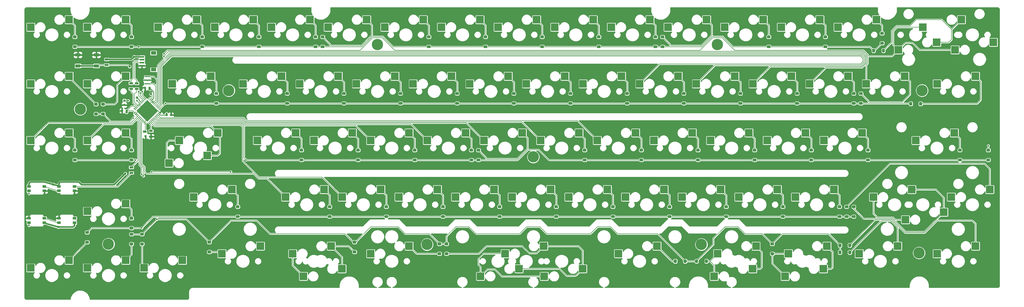
<source format=gbr>
%TF.GenerationSoftware,KiCad,Pcbnew,(5.1.10)-1*%
%TF.CreationDate,2021-09-30T22:16:18+07:00*%
%TF.ProjectId,nonem,6e6f6e65-6d2e-46b6-9963-61645f706362,rev?*%
%TF.SameCoordinates,Original*%
%TF.FileFunction,Copper,L2,Bot*%
%TF.FilePolarity,Positive*%
%FSLAX46Y46*%
G04 Gerber Fmt 4.6, Leading zero omitted, Abs format (unit mm)*
G04 Created by KiCad (PCBNEW (5.1.10)-1) date 2021-09-30 22:16:18*
%MOMM*%
%LPD*%
G01*
G04 APERTURE LIST*
%TA.AperFunction,SMDPad,CuDef*%
%ADD10C,0.100000*%
%TD*%
%TA.AperFunction,SMDPad,CuDef*%
%ADD11R,1.300000X0.700000*%
%TD*%
%TA.AperFunction,SMDPad,CuDef*%
%ADD12R,2.550000X2.500000*%
%TD*%
%TA.AperFunction,SMDPad,CuDef*%
%ADD13R,1.550000X0.600000*%
%TD*%
%TA.AperFunction,SMDPad,CuDef*%
%ADD14R,1.800000X1.200000*%
%TD*%
%TA.AperFunction,SMDPad,CuDef*%
%ADD15R,1.900000X0.400000*%
%TD*%
%TA.AperFunction,SMDPad,CuDef*%
%ADD16R,1.190000X0.900000*%
%TD*%
%TA.AperFunction,SMDPad,CuDef*%
%ADD17R,1.800000X1.100000*%
%TD*%
%TA.AperFunction,SMDPad,CuDef*%
%ADD18R,0.800000X0.750000*%
%TD*%
%TA.AperFunction,SMDPad,CuDef*%
%ADD19R,0.750000X0.800000*%
%TD*%
%TA.AperFunction,ComponentPad*%
%ADD20C,3.800000*%
%TD*%
%TA.AperFunction,ViaPad*%
%ADD21C,0.800000*%
%TD*%
%TA.AperFunction,ViaPad*%
%ADD22C,0.600000*%
%TD*%
%TA.AperFunction,Conductor*%
%ADD23C,0.200000*%
%TD*%
%TA.AperFunction,Conductor*%
%ADD24C,0.500000*%
%TD*%
%TA.AperFunction,Conductor*%
%ADD25C,0.250000*%
%TD*%
%TA.AperFunction,Conductor*%
%ADD26C,0.100000*%
%TD*%
G04 APERTURE END LIST*
%TO.P,U2,1*%
%TO.N,Net-(U2-Pad1)*%
%TA.AperFunction,SMDPad,CuDef*%
G36*
G01*
X46644918Y-48482901D02*
X46733306Y-48394513D01*
G75*
G02*
X46821694Y-48394513I44194J-44194D01*
G01*
X47352024Y-48924843D01*
G75*
G02*
X47352024Y-49013231I-44194J-44194D01*
G01*
X47263636Y-49101619D01*
G75*
G02*
X47175248Y-49101619I-44194J44194D01*
G01*
X46644918Y-48571289D01*
G75*
G02*
X46644918Y-48482901I44194J44194D01*
G01*
G37*
%TD.AperFunction*%
%TO.P,U2,2*%
%TO.N,+5V*%
%TA.AperFunction,SMDPad,CuDef*%
G36*
G01*
X46998472Y-48129348D02*
X47086860Y-48040960D01*
G75*
G02*
X47175248Y-48040960I44194J-44194D01*
G01*
X47705578Y-48571290D01*
G75*
G02*
X47705578Y-48659678I-44194J-44194D01*
G01*
X47617190Y-48748066D01*
G75*
G02*
X47528802Y-48748066I-44194J44194D01*
G01*
X46998472Y-48217736D01*
G75*
G02*
X46998472Y-48129348I44194J44194D01*
G01*
G37*
%TD.AperFunction*%
%TO.P,U2,3*%
%TO.N,D-*%
%TA.AperFunction,SMDPad,CuDef*%
G36*
G01*
X47352025Y-47775795D02*
X47440413Y-47687407D01*
G75*
G02*
X47528801Y-47687407I44194J-44194D01*
G01*
X48059131Y-48217737D01*
G75*
G02*
X48059131Y-48306125I-44194J-44194D01*
G01*
X47970743Y-48394513D01*
G75*
G02*
X47882355Y-48394513I-44194J44194D01*
G01*
X47352025Y-47864183D01*
G75*
G02*
X47352025Y-47775795I44194J44194D01*
G01*
G37*
%TD.AperFunction*%
%TO.P,U2,4*%
%TO.N,D+*%
%TA.AperFunction,SMDPad,CuDef*%
G36*
G01*
X47705579Y-47422241D02*
X47793967Y-47333853D01*
G75*
G02*
X47882355Y-47333853I44194J-44194D01*
G01*
X48412685Y-47864183D01*
G75*
G02*
X48412685Y-47952571I-44194J-44194D01*
G01*
X48324297Y-48040959D01*
G75*
G02*
X48235909Y-48040959I-44194J44194D01*
G01*
X47705579Y-47510629D01*
G75*
G02*
X47705579Y-47422241I44194J44194D01*
G01*
G37*
%TD.AperFunction*%
%TO.P,U2,5*%
%TO.N,GND*%
%TA.AperFunction,SMDPad,CuDef*%
G36*
G01*
X48059132Y-47068688D02*
X48147520Y-46980300D01*
G75*
G02*
X48235908Y-46980300I44194J-44194D01*
G01*
X48766238Y-47510630D01*
G75*
G02*
X48766238Y-47599018I-44194J-44194D01*
G01*
X48677850Y-47687406D01*
G75*
G02*
X48589462Y-47687406I-44194J44194D01*
G01*
X48059132Y-47157076D01*
G75*
G02*
X48059132Y-47068688I44194J44194D01*
G01*
G37*
%TD.AperFunction*%
%TO.P,U2,6*%
%TO.N,Net-(C6-Pad1)*%
%TA.AperFunction,SMDPad,CuDef*%
G36*
G01*
X48412685Y-46715134D02*
X48501073Y-46626746D01*
G75*
G02*
X48589461Y-46626746I44194J-44194D01*
G01*
X49119791Y-47157076D01*
G75*
G02*
X49119791Y-47245464I-44194J-44194D01*
G01*
X49031403Y-47333852D01*
G75*
G02*
X48943015Y-47333852I-44194J44194D01*
G01*
X48412685Y-46803522D01*
G75*
G02*
X48412685Y-46715134I44194J44194D01*
G01*
G37*
%TD.AperFunction*%
%TO.P,U2,7*%
%TO.N,+5V*%
%TA.AperFunction,SMDPad,CuDef*%
G36*
G01*
X48766239Y-46361581D02*
X48854627Y-46273193D01*
G75*
G02*
X48943015Y-46273193I44194J-44194D01*
G01*
X49473345Y-46803523D01*
G75*
G02*
X49473345Y-46891911I-44194J-44194D01*
G01*
X49384957Y-46980299D01*
G75*
G02*
X49296569Y-46980299I-44194J44194D01*
G01*
X48766239Y-46449969D01*
G75*
G02*
X48766239Y-46361581I44194J44194D01*
G01*
G37*
%TD.AperFunction*%
%TO.P,U2,8*%
%TO.N,Net-(U2-Pad8)*%
%TA.AperFunction,SMDPad,CuDef*%
G36*
G01*
X49119792Y-46008028D02*
X49208180Y-45919640D01*
G75*
G02*
X49296568Y-45919640I44194J-44194D01*
G01*
X49826898Y-46449970D01*
G75*
G02*
X49826898Y-46538358I-44194J-44194D01*
G01*
X49738510Y-46626746D01*
G75*
G02*
X49650122Y-46626746I-44194J44194D01*
G01*
X49119792Y-46096416D01*
G75*
G02*
X49119792Y-46008028I44194J44194D01*
G01*
G37*
%TD.AperFunction*%
%TO.P,U2,9*%
%TO.N,R0*%
%TA.AperFunction,SMDPad,CuDef*%
G36*
G01*
X49473346Y-45654474D02*
X49561734Y-45566086D01*
G75*
G02*
X49650122Y-45566086I44194J-44194D01*
G01*
X50180452Y-46096416D01*
G75*
G02*
X50180452Y-46184804I-44194J-44194D01*
G01*
X50092064Y-46273192D01*
G75*
G02*
X50003676Y-46273192I-44194J44194D01*
G01*
X49473346Y-45742862D01*
G75*
G02*
X49473346Y-45654474I44194J44194D01*
G01*
G37*
%TD.AperFunction*%
%TO.P,U2,10*%
%TO.N,C15*%
%TA.AperFunction,SMDPad,CuDef*%
G36*
G01*
X49826899Y-45300921D02*
X49915287Y-45212533D01*
G75*
G02*
X50003675Y-45212533I44194J-44194D01*
G01*
X50534005Y-45742863D01*
G75*
G02*
X50534005Y-45831251I-44194J-44194D01*
G01*
X50445617Y-45919639D01*
G75*
G02*
X50357229Y-45919639I-44194J44194D01*
G01*
X49826899Y-45389309D01*
G75*
G02*
X49826899Y-45300921I44194J44194D01*
G01*
G37*
%TD.AperFunction*%
%TO.P,U2,11*%
%TO.N,C14*%
%TA.AperFunction,SMDPad,CuDef*%
G36*
G01*
X50180452Y-44947367D02*
X50268840Y-44858979D01*
G75*
G02*
X50357228Y-44858979I44194J-44194D01*
G01*
X50887558Y-45389309D01*
G75*
G02*
X50887558Y-45477697I-44194J-44194D01*
G01*
X50799170Y-45566085D01*
G75*
G02*
X50710782Y-45566085I-44194J44194D01*
G01*
X50180452Y-45035755D01*
G75*
G02*
X50180452Y-44947367I44194J44194D01*
G01*
G37*
%TD.AperFunction*%
%TO.P,U2,12*%
%TO.N,Net-(U2-Pad12)*%
%TA.AperFunction,SMDPad,CuDef*%
G36*
G01*
X51506278Y-45389309D02*
X52036608Y-44858979D01*
G75*
G02*
X52124996Y-44858979I44194J-44194D01*
G01*
X52213384Y-44947367D01*
G75*
G02*
X52213384Y-45035755I-44194J-44194D01*
G01*
X51683054Y-45566085D01*
G75*
G02*
X51594666Y-45566085I-44194J44194D01*
G01*
X51506278Y-45477697D01*
G75*
G02*
X51506278Y-45389309I44194J44194D01*
G01*
G37*
%TD.AperFunction*%
%TO.P,U2,13*%
%TO.N,RST*%
%TA.AperFunction,SMDPad,CuDef*%
G36*
G01*
X51859831Y-45742863D02*
X52390161Y-45212533D01*
G75*
G02*
X52478549Y-45212533I44194J-44194D01*
G01*
X52566937Y-45300921D01*
G75*
G02*
X52566937Y-45389309I-44194J-44194D01*
G01*
X52036607Y-45919639D01*
G75*
G02*
X51948219Y-45919639I-44194J44194D01*
G01*
X51859831Y-45831251D01*
G75*
G02*
X51859831Y-45742863I44194J44194D01*
G01*
G37*
%TD.AperFunction*%
%TO.P,U2,14*%
%TO.N,+5V*%
%TA.AperFunction,SMDPad,CuDef*%
G36*
G01*
X52213384Y-46096416D02*
X52743714Y-45566086D01*
G75*
G02*
X52832102Y-45566086I44194J-44194D01*
G01*
X52920490Y-45654474D01*
G75*
G02*
X52920490Y-45742862I-44194J-44194D01*
G01*
X52390160Y-46273192D01*
G75*
G02*
X52301772Y-46273192I-44194J44194D01*
G01*
X52213384Y-46184804D01*
G75*
G02*
X52213384Y-46096416I44194J44194D01*
G01*
G37*
%TD.AperFunction*%
%TO.P,U2,15*%
%TO.N,GND*%
%TA.AperFunction,SMDPad,CuDef*%
G36*
G01*
X52566938Y-46449970D02*
X53097268Y-45919640D01*
G75*
G02*
X53185656Y-45919640I44194J-44194D01*
G01*
X53274044Y-46008028D01*
G75*
G02*
X53274044Y-46096416I-44194J-44194D01*
G01*
X52743714Y-46626746D01*
G75*
G02*
X52655326Y-46626746I-44194J44194D01*
G01*
X52566938Y-46538358D01*
G75*
G02*
X52566938Y-46449970I44194J44194D01*
G01*
G37*
%TD.AperFunction*%
%TO.P,U2,16*%
%TO.N,Net-(U2-Pad16)*%
%TA.AperFunction,SMDPad,CuDef*%
G36*
G01*
X52920491Y-46803523D02*
X53450821Y-46273193D01*
G75*
G02*
X53539209Y-46273193I44194J-44194D01*
G01*
X53627597Y-46361581D01*
G75*
G02*
X53627597Y-46449969I-44194J-44194D01*
G01*
X53097267Y-46980299D01*
G75*
G02*
X53008879Y-46980299I-44194J44194D01*
G01*
X52920491Y-46891911D01*
G75*
G02*
X52920491Y-46803523I44194J44194D01*
G01*
G37*
%TD.AperFunction*%
%TO.P,U2,17*%
%TO.N,Net-(U2-Pad17)*%
%TA.AperFunction,SMDPad,CuDef*%
G36*
G01*
X53274045Y-47157076D02*
X53804375Y-46626746D01*
G75*
G02*
X53892763Y-46626746I44194J-44194D01*
G01*
X53981151Y-46715134D01*
G75*
G02*
X53981151Y-46803522I-44194J-44194D01*
G01*
X53450821Y-47333852D01*
G75*
G02*
X53362433Y-47333852I-44194J44194D01*
G01*
X53274045Y-47245464D01*
G75*
G02*
X53274045Y-47157076I44194J44194D01*
G01*
G37*
%TD.AperFunction*%
%TO.P,U2,18*%
%TO.N,C13*%
%TA.AperFunction,SMDPad,CuDef*%
G36*
G01*
X53627598Y-47510630D02*
X54157928Y-46980300D01*
G75*
G02*
X54246316Y-46980300I44194J-44194D01*
G01*
X54334704Y-47068688D01*
G75*
G02*
X54334704Y-47157076I-44194J-44194D01*
G01*
X53804374Y-47687406D01*
G75*
G02*
X53715986Y-47687406I-44194J44194D01*
G01*
X53627598Y-47599018D01*
G75*
G02*
X53627598Y-47510630I44194J44194D01*
G01*
G37*
%TD.AperFunction*%
%TO.P,U2,19*%
%TO.N,C12*%
%TA.AperFunction,SMDPad,CuDef*%
G36*
G01*
X53981151Y-47864183D02*
X54511481Y-47333853D01*
G75*
G02*
X54599869Y-47333853I44194J-44194D01*
G01*
X54688257Y-47422241D01*
G75*
G02*
X54688257Y-47510629I-44194J-44194D01*
G01*
X54157927Y-48040959D01*
G75*
G02*
X54069539Y-48040959I-44194J44194D01*
G01*
X53981151Y-47952571D01*
G75*
G02*
X53981151Y-47864183I44194J44194D01*
G01*
G37*
%TD.AperFunction*%
%TO.P,U2,20*%
%TO.N,C11*%
%TA.AperFunction,SMDPad,CuDef*%
G36*
G01*
X54334705Y-48217737D02*
X54865035Y-47687407D01*
G75*
G02*
X54953423Y-47687407I44194J-44194D01*
G01*
X55041811Y-47775795D01*
G75*
G02*
X55041811Y-47864183I-44194J-44194D01*
G01*
X54511481Y-48394513D01*
G75*
G02*
X54423093Y-48394513I-44194J44194D01*
G01*
X54334705Y-48306125D01*
G75*
G02*
X54334705Y-48217737I44194J44194D01*
G01*
G37*
%TD.AperFunction*%
%TO.P,U2,21*%
%TO.N,C10*%
%TA.AperFunction,SMDPad,CuDef*%
G36*
G01*
X54688258Y-48571290D02*
X55218588Y-48040960D01*
G75*
G02*
X55306976Y-48040960I44194J-44194D01*
G01*
X55395364Y-48129348D01*
G75*
G02*
X55395364Y-48217736I-44194J-44194D01*
G01*
X54865034Y-48748066D01*
G75*
G02*
X54776646Y-48748066I-44194J44194D01*
G01*
X54688258Y-48659678D01*
G75*
G02*
X54688258Y-48571290I44194J44194D01*
G01*
G37*
%TD.AperFunction*%
%TO.P,U2,22*%
%TO.N,R1*%
%TA.AperFunction,SMDPad,CuDef*%
G36*
G01*
X55041812Y-48924843D02*
X55572142Y-48394513D01*
G75*
G02*
X55660530Y-48394513I44194J-44194D01*
G01*
X55748918Y-48482901D01*
G75*
G02*
X55748918Y-48571289I-44194J-44194D01*
G01*
X55218588Y-49101619D01*
G75*
G02*
X55130200Y-49101619I-44194J44194D01*
G01*
X55041812Y-49013231D01*
G75*
G02*
X55041812Y-48924843I44194J44194D01*
G01*
G37*
%TD.AperFunction*%
%TO.P,U2,23*%
%TO.N,GND*%
%TA.AperFunction,SMDPad,CuDef*%
G36*
G01*
X55041812Y-49808727D02*
X55130200Y-49720339D01*
G75*
G02*
X55218588Y-49720339I44194J-44194D01*
G01*
X55748918Y-50250669D01*
G75*
G02*
X55748918Y-50339057I-44194J-44194D01*
G01*
X55660530Y-50427445D01*
G75*
G02*
X55572142Y-50427445I-44194J44194D01*
G01*
X55041812Y-49897115D01*
G75*
G02*
X55041812Y-49808727I44194J44194D01*
G01*
G37*
%TD.AperFunction*%
%TO.P,U2,24*%
%TO.N,+5V*%
%TA.AperFunction,SMDPad,CuDef*%
G36*
G01*
X54688258Y-50162280D02*
X54776646Y-50073892D01*
G75*
G02*
X54865034Y-50073892I44194J-44194D01*
G01*
X55395364Y-50604222D01*
G75*
G02*
X55395364Y-50692610I-44194J-44194D01*
G01*
X55306976Y-50780998D01*
G75*
G02*
X55218588Y-50780998I-44194J44194D01*
G01*
X54688258Y-50250668D01*
G75*
G02*
X54688258Y-50162280I44194J44194D01*
G01*
G37*
%TD.AperFunction*%
%TO.P,U2,25*%
%TO.N,C9*%
%TA.AperFunction,SMDPad,CuDef*%
G36*
G01*
X54334705Y-50515833D02*
X54423093Y-50427445D01*
G75*
G02*
X54511481Y-50427445I44194J-44194D01*
G01*
X55041811Y-50957775D01*
G75*
G02*
X55041811Y-51046163I-44194J-44194D01*
G01*
X54953423Y-51134551D01*
G75*
G02*
X54865035Y-51134551I-44194J44194D01*
G01*
X54334705Y-50604221D01*
G75*
G02*
X54334705Y-50515833I44194J44194D01*
G01*
G37*
%TD.AperFunction*%
%TO.P,U2,26*%
%TO.N,C8*%
%TA.AperFunction,SMDPad,CuDef*%
G36*
G01*
X53981151Y-50869387D02*
X54069539Y-50780999D01*
G75*
G02*
X54157927Y-50780999I44194J-44194D01*
G01*
X54688257Y-51311329D01*
G75*
G02*
X54688257Y-51399717I-44194J-44194D01*
G01*
X54599869Y-51488105D01*
G75*
G02*
X54511481Y-51488105I-44194J44194D01*
G01*
X53981151Y-50957775D01*
G75*
G02*
X53981151Y-50869387I44194J44194D01*
G01*
G37*
%TD.AperFunction*%
%TO.P,U2,27*%
%TO.N,C7*%
%TA.AperFunction,SMDPad,CuDef*%
G36*
G01*
X53627598Y-51222940D02*
X53715986Y-51134552D01*
G75*
G02*
X53804374Y-51134552I44194J-44194D01*
G01*
X54334704Y-51664882D01*
G75*
G02*
X54334704Y-51753270I-44194J-44194D01*
G01*
X54246316Y-51841658D01*
G75*
G02*
X54157928Y-51841658I-44194J44194D01*
G01*
X53627598Y-51311328D01*
G75*
G02*
X53627598Y-51222940I44194J44194D01*
G01*
G37*
%TD.AperFunction*%
%TO.P,U2,28*%
%TO.N,C6*%
%TA.AperFunction,SMDPad,CuDef*%
G36*
G01*
X53274045Y-51576494D02*
X53362433Y-51488106D01*
G75*
G02*
X53450821Y-51488106I44194J-44194D01*
G01*
X53981151Y-52018436D01*
G75*
G02*
X53981151Y-52106824I-44194J-44194D01*
G01*
X53892763Y-52195212D01*
G75*
G02*
X53804375Y-52195212I-44194J44194D01*
G01*
X53274045Y-51664882D01*
G75*
G02*
X53274045Y-51576494I44194J44194D01*
G01*
G37*
%TD.AperFunction*%
%TO.P,U2,29*%
%TO.N,C5*%
%TA.AperFunction,SMDPad,CuDef*%
G36*
G01*
X52920491Y-51930047D02*
X53008879Y-51841659D01*
G75*
G02*
X53097267Y-51841659I44194J-44194D01*
G01*
X53627597Y-52371989D01*
G75*
G02*
X53627597Y-52460377I-44194J-44194D01*
G01*
X53539209Y-52548765D01*
G75*
G02*
X53450821Y-52548765I-44194J44194D01*
G01*
X52920491Y-52018435D01*
G75*
G02*
X52920491Y-51930047I44194J44194D01*
G01*
G37*
%TD.AperFunction*%
%TO.P,U2,30*%
%TO.N,R2*%
%TA.AperFunction,SMDPad,CuDef*%
G36*
G01*
X52566938Y-52283600D02*
X52655326Y-52195212D01*
G75*
G02*
X52743714Y-52195212I44194J-44194D01*
G01*
X53274044Y-52725542D01*
G75*
G02*
X53274044Y-52813930I-44194J-44194D01*
G01*
X53185656Y-52902318D01*
G75*
G02*
X53097268Y-52902318I-44194J44194D01*
G01*
X52566938Y-52371988D01*
G75*
G02*
X52566938Y-52283600I44194J44194D01*
G01*
G37*
%TD.AperFunction*%
%TO.P,U2,31*%
%TO.N,C4*%
%TA.AperFunction,SMDPad,CuDef*%
G36*
G01*
X52213384Y-52637154D02*
X52301772Y-52548766D01*
G75*
G02*
X52390160Y-52548766I44194J-44194D01*
G01*
X52920490Y-53079096D01*
G75*
G02*
X52920490Y-53167484I-44194J-44194D01*
G01*
X52832102Y-53255872D01*
G75*
G02*
X52743714Y-53255872I-44194J44194D01*
G01*
X52213384Y-52725542D01*
G75*
G02*
X52213384Y-52637154I44194J44194D01*
G01*
G37*
%TD.AperFunction*%
%TO.P,U2,32*%
%TO.N,C2*%
%TA.AperFunction,SMDPad,CuDef*%
G36*
G01*
X51859831Y-52990707D02*
X51948219Y-52902319D01*
G75*
G02*
X52036607Y-52902319I44194J-44194D01*
G01*
X52566937Y-53432649D01*
G75*
G02*
X52566937Y-53521037I-44194J-44194D01*
G01*
X52478549Y-53609425D01*
G75*
G02*
X52390161Y-53609425I-44194J44194D01*
G01*
X51859831Y-53079095D01*
G75*
G02*
X51859831Y-52990707I44194J44194D01*
G01*
G37*
%TD.AperFunction*%
%TO.P,U2,33*%
%TO.N,Net-(R6-Pad2)*%
%TA.AperFunction,SMDPad,CuDef*%
G36*
G01*
X51506278Y-53344261D02*
X51594666Y-53255873D01*
G75*
G02*
X51683054Y-53255873I44194J-44194D01*
G01*
X52213384Y-53786203D01*
G75*
G02*
X52213384Y-53874591I-44194J-44194D01*
G01*
X52124996Y-53962979D01*
G75*
G02*
X52036608Y-53962979I-44194J44194D01*
G01*
X51506278Y-53432649D01*
G75*
G02*
X51506278Y-53344261I44194J44194D01*
G01*
G37*
%TD.AperFunction*%
%TO.P,U2,34*%
%TO.N,+5V*%
%TA.AperFunction,SMDPad,CuDef*%
G36*
G01*
X50180452Y-53786203D02*
X50710782Y-53255873D01*
G75*
G02*
X50799170Y-53255873I44194J-44194D01*
G01*
X50887558Y-53344261D01*
G75*
G02*
X50887558Y-53432649I-44194J-44194D01*
G01*
X50357228Y-53962979D01*
G75*
G02*
X50268840Y-53962979I-44194J44194D01*
G01*
X50180452Y-53874591D01*
G75*
G02*
X50180452Y-53786203I44194J44194D01*
G01*
G37*
%TD.AperFunction*%
%TO.P,U2,35*%
%TO.N,GND*%
%TA.AperFunction,SMDPad,CuDef*%
G36*
G01*
X49826899Y-53432649D02*
X50357229Y-52902319D01*
G75*
G02*
X50445617Y-52902319I44194J-44194D01*
G01*
X50534005Y-52990707D01*
G75*
G02*
X50534005Y-53079095I-44194J-44194D01*
G01*
X50003675Y-53609425D01*
G75*
G02*
X49915287Y-53609425I-44194J44194D01*
G01*
X49826899Y-53521037D01*
G75*
G02*
X49826899Y-53432649I44194J44194D01*
G01*
G37*
%TD.AperFunction*%
%TO.P,U2,36*%
%TO.N,C3*%
%TA.AperFunction,SMDPad,CuDef*%
G36*
G01*
X49473346Y-53079096D02*
X50003676Y-52548766D01*
G75*
G02*
X50092064Y-52548766I44194J-44194D01*
G01*
X50180452Y-52637154D01*
G75*
G02*
X50180452Y-52725542I-44194J-44194D01*
G01*
X49650122Y-53255872D01*
G75*
G02*
X49561734Y-53255872I-44194J44194D01*
G01*
X49473346Y-53167484D01*
G75*
G02*
X49473346Y-53079096I44194J44194D01*
G01*
G37*
%TD.AperFunction*%
%TO.P,U2,37*%
%TO.N,R4*%
%TA.AperFunction,SMDPad,CuDef*%
G36*
G01*
X49119792Y-52725542D02*
X49650122Y-52195212D01*
G75*
G02*
X49738510Y-52195212I44194J-44194D01*
G01*
X49826898Y-52283600D01*
G75*
G02*
X49826898Y-52371988I-44194J-44194D01*
G01*
X49296568Y-52902318D01*
G75*
G02*
X49208180Y-52902318I-44194J44194D01*
G01*
X49119792Y-52813930D01*
G75*
G02*
X49119792Y-52725542I44194J44194D01*
G01*
G37*
%TD.AperFunction*%
%TO.P,U2,38*%
%TO.N,R3*%
%TA.AperFunction,SMDPad,CuDef*%
G36*
G01*
X48766239Y-52371989D02*
X49296569Y-51841659D01*
G75*
G02*
X49384957Y-51841659I44194J-44194D01*
G01*
X49473345Y-51930047D01*
G75*
G02*
X49473345Y-52018435I-44194J-44194D01*
G01*
X48943015Y-52548765D01*
G75*
G02*
X48854627Y-52548765I-44194J44194D01*
G01*
X48766239Y-52460377D01*
G75*
G02*
X48766239Y-52371989I44194J44194D01*
G01*
G37*
%TD.AperFunction*%
%TO.P,U2,39*%
%TO.N,Net-(300-600R1-Pad2)*%
%TA.AperFunction,SMDPad,CuDef*%
G36*
G01*
X48412685Y-52018436D02*
X48943015Y-51488106D01*
G75*
G02*
X49031403Y-51488106I44194J-44194D01*
G01*
X49119791Y-51576494D01*
G75*
G02*
X49119791Y-51664882I-44194J-44194D01*
G01*
X48589461Y-52195212D01*
G75*
G02*
X48501073Y-52195212I-44194J44194D01*
G01*
X48412685Y-52106824D01*
G75*
G02*
X48412685Y-52018436I44194J44194D01*
G01*
G37*
%TD.AperFunction*%
%TO.P,U2,40*%
%TO.N,C1*%
%TA.AperFunction,SMDPad,CuDef*%
G36*
G01*
X48059132Y-51664882D02*
X48589462Y-51134552D01*
G75*
G02*
X48677850Y-51134552I44194J-44194D01*
G01*
X48766238Y-51222940D01*
G75*
G02*
X48766238Y-51311328I-44194J-44194D01*
G01*
X48235908Y-51841658D01*
G75*
G02*
X48147520Y-51841658I-44194J44194D01*
G01*
X48059132Y-51753270D01*
G75*
G02*
X48059132Y-51664882I44194J44194D01*
G01*
G37*
%TD.AperFunction*%
%TO.P,U2,41*%
%TO.N,C0*%
%TA.AperFunction,SMDPad,CuDef*%
G36*
G01*
X47705579Y-51311329D02*
X48235909Y-50780999D01*
G75*
G02*
X48324297Y-50780999I44194J-44194D01*
G01*
X48412685Y-50869387D01*
G75*
G02*
X48412685Y-50957775I-44194J-44194D01*
G01*
X47882355Y-51488105D01*
G75*
G02*
X47793967Y-51488105I-44194J44194D01*
G01*
X47705579Y-51399717D01*
G75*
G02*
X47705579Y-51311329I44194J44194D01*
G01*
G37*
%TD.AperFunction*%
%TO.P,U2,42*%
%TO.N,Net-(U2-Pad42)*%
%TA.AperFunction,SMDPad,CuDef*%
G36*
G01*
X47352025Y-50957775D02*
X47882355Y-50427445D01*
G75*
G02*
X47970743Y-50427445I44194J-44194D01*
G01*
X48059131Y-50515833D01*
G75*
G02*
X48059131Y-50604221I-44194J-44194D01*
G01*
X47528801Y-51134551D01*
G75*
G02*
X47440413Y-51134551I-44194J44194D01*
G01*
X47352025Y-51046163D01*
G75*
G02*
X47352025Y-50957775I44194J44194D01*
G01*
G37*
%TD.AperFunction*%
%TO.P,U2,43*%
%TO.N,GND*%
%TA.AperFunction,SMDPad,CuDef*%
G36*
G01*
X46998472Y-50604222D02*
X47528802Y-50073892D01*
G75*
G02*
X47617190Y-50073892I44194J-44194D01*
G01*
X47705578Y-50162280D01*
G75*
G02*
X47705578Y-50250668I-44194J-44194D01*
G01*
X47175248Y-50780998D01*
G75*
G02*
X47086860Y-50780998I-44194J44194D01*
G01*
X46998472Y-50692610D01*
G75*
G02*
X46998472Y-50604222I44194J44194D01*
G01*
G37*
%TD.AperFunction*%
%TO.P,U2,44*%
%TO.N,+5V*%
%TA.AperFunction,SMDPad,CuDef*%
G36*
G01*
X46644918Y-50250669D02*
X47175248Y-49720339D01*
G75*
G02*
X47263636Y-49720339I44194J-44194D01*
G01*
X47352024Y-49808727D01*
G75*
G02*
X47352024Y-49897115I-44194J-44194D01*
G01*
X46821694Y-50427445D01*
G75*
G02*
X46733306Y-50427445I-44194J44194D01*
G01*
X46644918Y-50339057D01*
G75*
G02*
X46644918Y-50250669I44194J44194D01*
G01*
G37*
%TD.AperFunction*%
%TA.AperFunction,SMDPad,CuDef*%
D10*
%TO.P,U2,45*%
%TO.N,GND*%
G36*
X47555318Y-49410979D02*
G01*
X51196918Y-45769379D01*
X54838518Y-49410979D01*
X51196918Y-53052579D01*
X47555318Y-49410979D01*
G37*
%TD.AperFunction*%
%TD*%
D11*
%TO.P,R6,1*%
%TO.N,GND*%
X52387544Y-58100048D03*
%TO.P,R6,2*%
%TO.N,Net-(R6-Pad2)*%
X52387544Y-56200048D03*
%TD*%
D12*
%TO.P,MX1,1*%
%TO.N,C0*%
X11965000Y-21272500D03*
%TO.P,MX1,2*%
%TO.N,Net-(D1-Pad2)*%
X24892000Y-18732500D03*
%TD*%
%TO.P,MX2,1*%
%TO.N,C1*%
X31015000Y-21272500D03*
%TO.P,MX2,2*%
%TO.N,Net-(D2-Pad2)*%
X43942000Y-18732500D03*
%TD*%
%TO.P,MX3,1*%
%TO.N,C2*%
X54827500Y-21272500D03*
%TO.P,MX3,2*%
%TO.N,Net-(D3-Pad2)*%
X67754500Y-18732500D03*
%TD*%
%TO.P,MX5,1*%
%TO.N,C4*%
X92927500Y-21272500D03*
%TO.P,MX5,2*%
%TO.N,Net-(D5-Pad2)*%
X105854500Y-18732500D03*
%TD*%
%TO.P,MX6,1*%
%TO.N,C5*%
X111977500Y-21272500D03*
%TO.P,MX6,2*%
%TO.N,Net-(D17-Pad2)*%
X124904500Y-18732500D03*
%TD*%
%TO.P,MX8,1*%
%TO.N,C7*%
X150077500Y-21272500D03*
%TO.P,MX8,2*%
%TO.N,Net-(D24-Pad2)*%
X163004500Y-18732500D03*
%TD*%
%TO.P,MX9,1*%
%TO.N,C8*%
X169127500Y-21272500D03*
%TO.P,MX9,2*%
%TO.N,Net-(D27-Pad2)*%
X182054500Y-18732500D03*
%TD*%
%TO.P,MX10,1*%
%TO.N,C9*%
X188177500Y-21272500D03*
%TO.P,MX10,2*%
%TO.N,Net-(D30-Pad2)*%
X201104500Y-18732500D03*
%TD*%
%TO.P,MX11,1*%
%TO.N,C10*%
X207227500Y-21272500D03*
%TO.P,MX11,2*%
%TO.N,Net-(D33-Pad2)*%
X220154500Y-18732500D03*
%TD*%
%TO.P,MX12,1*%
%TO.N,C11*%
X226277500Y-21272500D03*
%TO.P,MX12,2*%
%TO.N,Net-(D36-Pad2)*%
X239204500Y-18732500D03*
%TD*%
%TO.P,MX13,1*%
%TO.N,C12*%
X245327500Y-21272500D03*
%TO.P,MX13,2*%
%TO.N,Net-(D39-Pad2)*%
X258254500Y-18732500D03*
%TD*%
%TO.P,MX14,1*%
%TO.N,C13*%
X264377500Y-21272500D03*
%TO.P,MX14,2*%
%TO.N,Net-(D42-Pad2)*%
X277304500Y-18732500D03*
%TD*%
%TO.P,MX15,1*%
%TO.N,C14*%
X283427500Y-21272500D03*
%TO.P,MX15,2*%
%TO.N,Net-(D44-Pad2)*%
X296354500Y-18732500D03*
%TD*%
%TO.P,MX16,1*%
%TO.N,C15*%
X312002500Y-21272500D03*
%TO.P,MX16,2*%
%TO.N,Net-(D46-Pad2)*%
X324929500Y-18732500D03*
%TD*%
%TO.P,MX17,1*%
%TO.N,C0*%
X11965000Y-40322500D03*
%TO.P,MX17,2*%
%TO.N,Net-(D6-Pad2)*%
X24892000Y-37782500D03*
%TD*%
%TO.P,MX20,1*%
%TO.N,C3*%
X83402500Y-40322500D03*
%TO.P,MX20,2*%
%TO.N,Net-(D11-Pad2)*%
X96329500Y-37782500D03*
%TD*%
%TO.P,MX21,1*%
%TO.N,C4*%
X102452500Y-40322500D03*
%TO.P,MX21,2*%
%TO.N,Net-(D14-Pad2)*%
X115379500Y-37782500D03*
%TD*%
%TO.P,MX22,1*%
%TO.N,C5*%
X121502500Y-40322500D03*
%TO.P,MX22,2*%
%TO.N,Net-(D18-Pad2)*%
X134429500Y-37782500D03*
%TD*%
%TO.P,MX23,1*%
%TO.N,C6*%
X140552500Y-40322500D03*
%TO.P,MX23,2*%
%TO.N,Net-(D22-Pad2)*%
X153479500Y-37782500D03*
%TD*%
%TO.P,MX25,1*%
%TO.N,C8*%
X178652500Y-40322500D03*
%TO.P,MX25,2*%
%TO.N,Net-(D28-Pad2)*%
X191579500Y-37782500D03*
%TD*%
%TO.P,MX26,1*%
%TO.N,C9*%
X197702500Y-40322500D03*
%TO.P,MX26,2*%
%TO.N,Net-(D31-Pad2)*%
X210629500Y-37782500D03*
%TD*%
%TO.P,MX27,1*%
%TO.N,C10*%
X216752500Y-40322500D03*
%TO.P,MX27,2*%
%TO.N,Net-(D34-Pad2)*%
X229679500Y-37782500D03*
%TD*%
%TO.P,MX28,1*%
%TO.N,C11*%
X235802500Y-40322500D03*
%TO.P,MX28,2*%
%TO.N,Net-(D37-Pad2)*%
X248729500Y-37782500D03*
%TD*%
%TO.P,MX29,1*%
%TO.N,C12*%
X254852500Y-40322500D03*
%TO.P,MX29,2*%
%TO.N,Net-(D40-Pad2)*%
X267779500Y-37782500D03*
%TD*%
%TO.P,MX30,1*%
%TO.N,C13*%
X273902500Y-40322500D03*
%TO.P,MX30,2*%
%TO.N,Net-(D43-Pad2)*%
X286829500Y-37782500D03*
%TD*%
%TO.P,MX32,1*%
%TO.N,C15*%
X316765000Y-40322500D03*
%TO.P,MX32,2*%
%TO.N,Net-(D72-Pad2)*%
X329692000Y-37782500D03*
%TD*%
%TO.P,MX33,1*%
%TO.N,C0*%
X11965000Y-59372500D03*
%TO.P,MX33,2*%
%TO.N,Net-(D20-Pad2)*%
X24892000Y-56832500D03*
%TD*%
%TO.P,MX35,1*%
%TO.N,C1*%
X31015000Y-59372500D03*
%TO.P,MX35,2*%
%TO.N,Net-(D10-Pad2)*%
X43942000Y-56832500D03*
%TD*%
%TO.P,MX36,1*%
%TO.N,C1*%
X31015000Y-83185000D03*
%TO.P,MX36,2*%
%TO.N,Net-(D13-Pad2)*%
X43942000Y-80645000D03*
%TD*%
%TO.P,MX37,1*%
%TO.N,Net-(MX37-Pad1)*%
X61971250Y-59372500D03*
%TO.P,MX37,2*%
%TO.N,C2*%
X74898250Y-56832500D03*
%TD*%
%TO.P,MX38,1*%
%TO.N,C2*%
X66733750Y-78422500D03*
%TO.P,MX38,2*%
%TO.N,Net-(D47-Pad2)*%
X79660750Y-75882500D03*
%TD*%
%TO.P,MX39,1*%
%TO.N,C3*%
X88165000Y-59372500D03*
%TO.P,MX39,2*%
%TO.N,Net-(D12-Pad2)*%
X101092000Y-56832500D03*
%TD*%
%TO.P,MX40,1*%
%TO.N,C3*%
X97690000Y-78422500D03*
%TO.P,MX40,2*%
%TO.N,Net-(D49-Pad2)*%
X110617000Y-75882500D03*
%TD*%
%TO.P,MX41,1*%
%TO.N,C4*%
X107215000Y-59372500D03*
%TO.P,MX41,2*%
%TO.N,Net-(D15-Pad2)*%
X120142000Y-56832500D03*
%TD*%
%TO.P,MX42,1*%
%TO.N,C4*%
X116740000Y-78422500D03*
%TO.P,MX42,2*%
%TO.N,Net-(D51-Pad2)*%
X129667000Y-75882500D03*
%TD*%
%TO.P,MX43,1*%
%TO.N,C5*%
X126265000Y-59372500D03*
%TO.P,MX43,2*%
%TO.N,Net-(D19-Pad2)*%
X139192000Y-56832500D03*
%TD*%
%TO.P,MX44,1*%
%TO.N,C5*%
X135790000Y-78422500D03*
%TO.P,MX44,2*%
%TO.N,Net-(D53-Pad2)*%
X148717000Y-75882500D03*
%TD*%
%TO.P,MX45,1*%
%TO.N,C6*%
X145315000Y-59372500D03*
%TO.P,MX45,2*%
%TO.N,Net-(D23-Pad2)*%
X158242000Y-56832500D03*
%TD*%
%TO.P,MX46,1*%
%TO.N,C6*%
X154840000Y-78422500D03*
%TO.P,MX46,2*%
%TO.N,Net-(D54-Pad2)*%
X167767000Y-75882500D03*
%TD*%
%TO.P,MX47,1*%
%TO.N,C7*%
X164365000Y-59372500D03*
%TO.P,MX47,2*%
%TO.N,Net-(D26-Pad2)*%
X177292000Y-56832500D03*
%TD*%
%TO.P,MX48,1*%
%TO.N,C7*%
X173890000Y-78422500D03*
%TO.P,MX48,2*%
%TO.N,Net-(D56-Pad2)*%
X186817000Y-75882500D03*
%TD*%
%TO.P,MX49,1*%
%TO.N,C8*%
X183415000Y-59372500D03*
%TO.P,MX49,2*%
%TO.N,Net-(D29-Pad2)*%
X196342000Y-56832500D03*
%TD*%
%TO.P,MX50,1*%
%TO.N,C8*%
X192940000Y-78422500D03*
%TO.P,MX50,2*%
%TO.N,Net-(D58-Pad2)*%
X205867000Y-75882500D03*
%TD*%
%TO.P,MX51,1*%
%TO.N,C9*%
X202465000Y-59372500D03*
%TO.P,MX51,2*%
%TO.N,Net-(D32-Pad2)*%
X215392000Y-56832500D03*
%TD*%
%TO.P,MX52,1*%
%TO.N,C9*%
X211990000Y-78422500D03*
%TO.P,MX52,2*%
%TO.N,Net-(D59-Pad2)*%
X224917000Y-75882500D03*
%TD*%
%TO.P,MX53,1*%
%TO.N,C10*%
X221515000Y-59372500D03*
%TO.P,MX53,2*%
%TO.N,Net-(D35-Pad2)*%
X234442000Y-56832500D03*
%TD*%
%TO.P,MX54,1*%
%TO.N,C10*%
X231040000Y-78422500D03*
%TO.P,MX54,2*%
%TO.N,Net-(D61-Pad2)*%
X243967000Y-75882500D03*
%TD*%
%TO.P,MX56,1*%
%TO.N,C11*%
X250090000Y-78422500D03*
%TO.P,MX56,2*%
%TO.N,Net-(D62-Pad2)*%
X263017000Y-75882500D03*
%TD*%
%TO.P,MX57,1*%
%TO.N,C12*%
X259615000Y-59372500D03*
%TO.P,MX57,2*%
%TO.N,Net-(D41-Pad2)*%
X272542000Y-56832500D03*
%TD*%
%TO.P,MX58,1*%
%TO.N,C12*%
X269140000Y-78422500D03*
%TO.P,MX58,2*%
%TO.N,Net-(D64-Pad2)*%
X282067000Y-75882500D03*
%TD*%
%TO.P,MX60,1*%
%TO.N,C13*%
X295333750Y-78422500D03*
%TO.P,MX60,2*%
%TO.N,Net-(D67-Pad2)*%
X308260750Y-75882500D03*
%TD*%
%TO.P,MX61,1*%
%TO.N,C14*%
X309621250Y-59372500D03*
%TO.P,MX61,2*%
%TO.N,Net-(D69-Pad2)*%
X322548250Y-56832500D03*
%TD*%
%TO.P,MX62,1*%
%TO.N,C14*%
X321527500Y-78422500D03*
%TO.P,MX62,2*%
%TO.N,Net-(D70-Pad2)*%
X334454500Y-75882500D03*
%TD*%
%TO.P,MX65,1*%
%TO.N,C1*%
X31015000Y-102235000D03*
%TO.P,MX65,2*%
%TO.N,Net-(D16-Pad2)*%
X43942000Y-99695000D03*
%TD*%
%TO.P,MX66,1*%
%TO.N,Net-(D65-Pad2)*%
X266758750Y-97472500D03*
%TO.P,MX66,2*%
%TO.N,C12*%
X279685750Y-94932500D03*
%TD*%
%TO.P,MX68,1*%
%TO.N,Net-(D67-Pad2)*%
X319028750Y-83502500D03*
%TO.P,MX68,2*%
%TO.N,C13*%
X306101750Y-86042500D03*
%TD*%
%TO.P,MX69,1*%
%TO.N,Net-(D46-Pad2)*%
X316647500Y-26352500D03*
%TO.P,MX69,2*%
%TO.N,C15*%
X303720500Y-28892500D03*
%TD*%
%TO.P,MX70,1*%
%TO.N,Net-(D73-Pad2)*%
X335697500Y-26352500D03*
%TO.P,MX70,2*%
%TO.N,C15*%
X322770500Y-28892500D03*
%TD*%
%TO.P,MX71,1*%
%TO.N,C6*%
X171508750Y-97472500D03*
%TO.P,MX71,2*%
%TO.N,Net-(D57-Pad2)*%
X184435750Y-94932500D03*
%TD*%
%TO.P,MX80,1*%
%TO.N,C9*%
X209608750Y-97472500D03*
%TO.P,MX80,2*%
%TO.N,Net-(D60-Pad2)*%
X222535750Y-94932500D03*
%TD*%
%TO.P,MX81,1*%
%TO.N,C5*%
X126265000Y-97472500D03*
%TO.P,MX81,2*%
%TO.N,Net-(D55-Pad2)*%
X139192000Y-94932500D03*
%TD*%
%TO.P,MX82,1*%
%TO.N,C11*%
X254735000Y-102552500D03*
%TO.P,MX82,2*%
%TO.N,Net-(D63-Pad2)*%
X241808000Y-105092500D03*
%TD*%
%TO.P,MX83,1*%
%TO.N,C12*%
X278547500Y-102552500D03*
%TO.P,MX83,2*%
%TO.N,Net-(D65-Pad2)*%
X265620500Y-105092500D03*
%TD*%
%TO.P,MX84,1*%
%TO.N,Net-(D57-Pad2)*%
X197585000Y-102552500D03*
%TO.P,MX84,2*%
%TO.N,C6*%
X184658000Y-105092500D03*
%TD*%
%TO.P,MX72,1*%
%TO.N,Net-(D63-Pad2)*%
X242946250Y-97472500D03*
%TO.P,MX72,2*%
%TO.N,C11*%
X255873250Y-94932500D03*
%TD*%
%TO.P,MX73,1*%
%TO.N,Net-(D50-Pad2)*%
X76258750Y-97472500D03*
%TO.P,MX73,2*%
%TO.N,C3*%
X89185750Y-94932500D03*
%TD*%
%TO.P,MX74,1*%
%TO.N,C4*%
X100071250Y-97472500D03*
%TO.P,MX74,2*%
%TO.N,Net-(D52-Pad2)*%
X112998250Y-94932500D03*
%TD*%
%TO.P,MX75,1*%
%TO.N,C2*%
X71378750Y-64452500D03*
%TO.P,MX75,2*%
%TO.N,Net-(MX37-Pad1)*%
X58451750Y-66992500D03*
%TD*%
%TO.P,MX76,1*%
%TO.N,Net-(D52-Pad2)*%
X116622500Y-102552500D03*
%TO.P,MX76,2*%
%TO.N,C4*%
X103695500Y-105092500D03*
%TD*%
%TO.P,MX77,1*%
%TO.N,C13*%
X290571250Y-97472500D03*
%TO.P,MX77,2*%
%TO.N,Net-(D68-Pad2)*%
X303498250Y-94932500D03*
%TD*%
%TO.P,MX78,1*%
%TO.N,Net-(D57-Pad2)*%
X176153750Y-102552500D03*
%TO.P,MX78,2*%
%TO.N,C6*%
X163226750Y-105092500D03*
%TD*%
%TO.P,MX79,1*%
%TO.N,C14*%
X316765000Y-97472500D03*
%TO.P,MX79,2*%
%TO.N,Net-(D71-Pad2)*%
X329692000Y-94932500D03*
%TD*%
D13*
%TO.P,J1,3*%
%TO.N,DG+*%
X49398483Y-33242215D03*
%TO.P,J1,4*%
%TO.N,GND*%
X49398483Y-34242215D03*
%TO.P,J1,2*%
%TO.N,DG-*%
X49398483Y-32242215D03*
%TO.P,J1,1*%
%TO.N,+5V*%
X49398483Y-31242215D03*
D14*
%TO.P,J1,*%
%TO.N,*%
X53273483Y-29942215D03*
X53273483Y-35542215D03*
%TD*%
D12*
%TO.P,MX4,1*%
%TO.N,C3*%
X73877568Y-21272520D03*
%TO.P,MX4,2*%
%TO.N,Net-(D4-Pad2)*%
X86804568Y-18732520D03*
%TD*%
D11*
%TO.P,R3,1*%
%TO.N,D+*%
X47625040Y-42026597D03*
%TO.P,R3,2*%
%TO.N,DG+*%
X47625040Y-40126597D03*
%TD*%
%TO.P,R4,2*%
%TO.N,D-*%
X45739101Y-42026597D03*
%TO.P,R4,1*%
%TO.N,DG-*%
X45739101Y-40126597D03*
%TD*%
D12*
%TO.P,MX24,1*%
%TO.N,C7*%
X159602500Y-40322500D03*
%TO.P,MX24,2*%
%TO.N,Net-(D25-Pad2)*%
X172529500Y-37782500D03*
%TD*%
%TO.P,MX55,1*%
%TO.N,C11*%
X240565000Y-59372500D03*
%TO.P,MX55,2*%
%TO.N,Net-(D38-Pad2)*%
X253492000Y-56832500D03*
%TD*%
%TO.P,MX67,1*%
%TO.N,Net-(D48-Pad2)*%
X50065000Y-102235000D03*
%TO.P,MX67,2*%
%TO.N,C2*%
X62992000Y-99695000D03*
%TD*%
%TO.P,MX7,1*%
%TO.N,C6*%
X131027500Y-21272500D03*
%TO.P,MX7,2*%
%TO.N,Net-(D21-Pad2)*%
X143954500Y-18732500D03*
%TD*%
%TO.P,MX59,1*%
%TO.N,C13*%
X278665000Y-59372500D03*
%TO.P,MX59,2*%
%TO.N,Net-(D66-Pad2)*%
X291592000Y-56832500D03*
%TD*%
%TO.P,MX34,1*%
%TO.N,C0*%
X11965000Y-102235000D03*
%TO.P,MX34,2*%
%TO.N,Net-(D8-Pad2)*%
X24892000Y-99695000D03*
%TD*%
D15*
%TO.P,Y1,3*%
%TO.N,Net-(U2-Pad16)*%
X51197004Y-40290724D03*
%TO.P,Y1,2*%
%TO.N,GND*%
X51197004Y-39090724D03*
%TO.P,Y1,1*%
%TO.N,Net-(U2-Pad17)*%
X51197004Y-37890724D03*
%TD*%
D12*
%TO.P,MX19,1*%
%TO.N,C2*%
X59590000Y-40322500D03*
%TO.P,MX19,2*%
%TO.N,Net-(D9-Pad2)*%
X72517000Y-37782500D03*
%TD*%
%TO.P,MX31,1*%
%TO.N,C14*%
X292952500Y-40322500D03*
%TO.P,MX31,2*%
%TO.N,Net-(D45-Pad2)*%
X305879500Y-37782500D03*
%TD*%
D16*
%TO.P,D74,2*%
%TO.N,Net-(D74-Pad2)*%
X21515217Y-76354878D03*
%TO.P,D74,4*%
%TO.N,Din*%
X26705217Y-74854878D03*
%TO.P,D74,3*%
%TO.N,GND*%
X26705217Y-76354878D03*
%TO.P,D74,1*%
%TO.N,+5V*%
X21515217Y-74854878D03*
%TD*%
%TO.P,D75,2*%
%TO.N,Net-(D75-Pad2)*%
X11394879Y-76354878D03*
%TO.P,D75,4*%
%TO.N,Net-(D74-Pad2)*%
X16584879Y-74854878D03*
%TO.P,D75,3*%
%TO.N,GND*%
X16584879Y-76354878D03*
%TO.P,D75,1*%
%TO.N,+5V*%
X11394879Y-74854878D03*
%TD*%
%TO.P,D76,1*%
%TO.N,+5V*%
X16584879Y-87070530D03*
%TO.P,D76,3*%
%TO.N,GND*%
X11394879Y-85570530D03*
%TO.P,D76,4*%
%TO.N,Net-(D75-Pad2)*%
X11394879Y-87070530D03*
%TO.P,D76,2*%
%TO.N,Net-(D76-Pad2)*%
X16584879Y-85570530D03*
%TD*%
%TO.P,D77,2*%
%TO.N,Net-(D77-Pad2)*%
X26705217Y-85570530D03*
%TO.P,D77,4*%
%TO.N,Net-(D76-Pad2)*%
X21515217Y-87070530D03*
%TO.P,D77,3*%
%TO.N,GND*%
X21515217Y-85570530D03*
%TO.P,D77,1*%
%TO.N,+5V*%
X26705217Y-87070530D03*
%TD*%
D11*
%TO.P,R5,1*%
%TO.N,+5V*%
X37504782Y-32089927D03*
%TO.P,R5,2*%
%TO.N,RST*%
X37504782Y-33989927D03*
%TD*%
%TO.P,300-600R1,1*%
%TO.N,Din*%
X45839178Y-70304081D03*
%TO.P,300-600R1,2*%
%TO.N,Net-(300-600R1-Pad2)*%
X45839178Y-68404081D03*
%TD*%
D17*
%TO.P,SW1,1*%
%TO.N,GND*%
X34056328Y-30594613D03*
%TO.P,SW1,2*%
%TO.N,RST*%
X27856328Y-34294613D03*
X34056328Y-34294613D03*
%TO.P,SW1,1*%
%TO.N,GND*%
X27856328Y-30594613D03*
%TD*%
%TO.P,D1,1*%
%TO.N,R0*%
%TA.AperFunction,SMDPad,CuDef*%
G36*
G01*
X27139085Y-28343772D02*
X26439085Y-28343772D01*
G75*
G02*
X26189085Y-28093772I0J250000D01*
G01*
X26189085Y-27593772D01*
G75*
G02*
X26439085Y-27343772I250000J0D01*
G01*
X27139085Y-27343772D01*
G75*
G02*
X27389085Y-27593772I0J-250000D01*
G01*
X27389085Y-28093772D01*
G75*
G02*
X27139085Y-28343772I-250000J0D01*
G01*
G37*
%TD.AperFunction*%
%TO.P,D1,2*%
%TO.N,Net-(D1-Pad2)*%
%TA.AperFunction,SMDPad,CuDef*%
G36*
G01*
X27139085Y-25043772D02*
X26439085Y-25043772D01*
G75*
G02*
X26189085Y-24793772I0J250000D01*
G01*
X26189085Y-24293772D01*
G75*
G02*
X26439085Y-24043772I250000J0D01*
G01*
X27139085Y-24043772D01*
G75*
G02*
X27389085Y-24293772I0J-250000D01*
G01*
X27389085Y-24793772D01*
G75*
G02*
X27139085Y-25043772I-250000J0D01*
G01*
G37*
%TD.AperFunction*%
%TD*%
%TO.P,D2,1*%
%TO.N,R0*%
%TA.AperFunction,SMDPad,CuDef*%
G36*
G01*
X46189101Y-28343772D02*
X45489101Y-28343772D01*
G75*
G02*
X45239101Y-28093772I0J250000D01*
G01*
X45239101Y-27593772D01*
G75*
G02*
X45489101Y-27343772I250000J0D01*
G01*
X46189101Y-27343772D01*
G75*
G02*
X46439101Y-27593772I0J-250000D01*
G01*
X46439101Y-28093772D01*
G75*
G02*
X46189101Y-28343772I-250000J0D01*
G01*
G37*
%TD.AperFunction*%
%TO.P,D2,2*%
%TO.N,Net-(D2-Pad2)*%
%TA.AperFunction,SMDPad,CuDef*%
G36*
G01*
X46189101Y-25043772D02*
X45489101Y-25043772D01*
G75*
G02*
X45239101Y-24793772I0J250000D01*
G01*
X45239101Y-24293772D01*
G75*
G02*
X45489101Y-24043772I250000J0D01*
G01*
X46189101Y-24043772D01*
G75*
G02*
X46439101Y-24293772I0J-250000D01*
G01*
X46439101Y-24793772D01*
G75*
G02*
X46189101Y-25043772I-250000J0D01*
G01*
G37*
%TD.AperFunction*%
%TD*%
%TO.P,D3,1*%
%TO.N,R0*%
%TA.AperFunction,SMDPad,CuDef*%
G36*
G01*
X70001621Y-28343772D02*
X69301621Y-28343772D01*
G75*
G02*
X69051621Y-28093772I0J250000D01*
G01*
X69051621Y-27593772D01*
G75*
G02*
X69301621Y-27343772I250000J0D01*
G01*
X70001621Y-27343772D01*
G75*
G02*
X70251621Y-27593772I0J-250000D01*
G01*
X70251621Y-28093772D01*
G75*
G02*
X70001621Y-28343772I-250000J0D01*
G01*
G37*
%TD.AperFunction*%
%TO.P,D3,2*%
%TO.N,Net-(D3-Pad2)*%
%TA.AperFunction,SMDPad,CuDef*%
G36*
G01*
X70001621Y-25043772D02*
X69301621Y-25043772D01*
G75*
G02*
X69051621Y-24793772I0J250000D01*
G01*
X69051621Y-24293772D01*
G75*
G02*
X69301621Y-24043772I250000J0D01*
G01*
X70001621Y-24043772D01*
G75*
G02*
X70251621Y-24293772I0J-250000D01*
G01*
X70251621Y-24793772D01*
G75*
G02*
X70001621Y-25043772I-250000J0D01*
G01*
G37*
%TD.AperFunction*%
%TD*%
%TO.P,D4,1*%
%TO.N,R0*%
%TA.AperFunction,SMDPad,CuDef*%
G36*
G01*
X89051637Y-28343772D02*
X88351637Y-28343772D01*
G75*
G02*
X88101637Y-28093772I0J250000D01*
G01*
X88101637Y-27593772D01*
G75*
G02*
X88351637Y-27343772I250000J0D01*
G01*
X89051637Y-27343772D01*
G75*
G02*
X89301637Y-27593772I0J-250000D01*
G01*
X89301637Y-28093772D01*
G75*
G02*
X89051637Y-28343772I-250000J0D01*
G01*
G37*
%TD.AperFunction*%
%TO.P,D4,2*%
%TO.N,Net-(D4-Pad2)*%
%TA.AperFunction,SMDPad,CuDef*%
G36*
G01*
X89051637Y-25043772D02*
X88351637Y-25043772D01*
G75*
G02*
X88101637Y-24793772I0J250000D01*
G01*
X88101637Y-24293772D01*
G75*
G02*
X88351637Y-24043772I250000J0D01*
G01*
X89051637Y-24043772D01*
G75*
G02*
X89301637Y-24293772I0J-250000D01*
G01*
X89301637Y-24793772D01*
G75*
G02*
X89051637Y-25043772I-250000J0D01*
G01*
G37*
%TD.AperFunction*%
%TD*%
%TO.P,D5,1*%
%TO.N,R0*%
%TA.AperFunction,SMDPad,CuDef*%
G36*
G01*
X108101653Y-28343772D02*
X107401653Y-28343772D01*
G75*
G02*
X107151653Y-28093772I0J250000D01*
G01*
X107151653Y-27593772D01*
G75*
G02*
X107401653Y-27343772I250000J0D01*
G01*
X108101653Y-27343772D01*
G75*
G02*
X108351653Y-27593772I0J-250000D01*
G01*
X108351653Y-28093772D01*
G75*
G02*
X108101653Y-28343772I-250000J0D01*
G01*
G37*
%TD.AperFunction*%
%TO.P,D5,2*%
%TO.N,Net-(D5-Pad2)*%
%TA.AperFunction,SMDPad,CuDef*%
G36*
G01*
X108101653Y-25043772D02*
X107401653Y-25043772D01*
G75*
G02*
X107151653Y-24793772I0J250000D01*
G01*
X107151653Y-24293772D01*
G75*
G02*
X107401653Y-24043772I250000J0D01*
G01*
X108101653Y-24043772D01*
G75*
G02*
X108351653Y-24293772I0J-250000D01*
G01*
X108351653Y-24793772D01*
G75*
G02*
X108101653Y-25043772I-250000J0D01*
G01*
G37*
%TD.AperFunction*%
%TD*%
%TO.P,D6,1*%
%TO.N,R1*%
%TA.AperFunction,SMDPad,CuDef*%
G36*
G01*
X34282898Y-50965748D02*
X33582898Y-50965748D01*
G75*
G02*
X33332898Y-50715748I0J250000D01*
G01*
X33332898Y-50215748D01*
G75*
G02*
X33582898Y-49965748I250000J0D01*
G01*
X34282898Y-49965748D01*
G75*
G02*
X34532898Y-50215748I0J-250000D01*
G01*
X34532898Y-50715748D01*
G75*
G02*
X34282898Y-50965748I-250000J0D01*
G01*
G37*
%TD.AperFunction*%
%TO.P,D6,2*%
%TO.N,Net-(D6-Pad2)*%
%TA.AperFunction,SMDPad,CuDef*%
G36*
G01*
X34282898Y-47665748D02*
X33582898Y-47665748D01*
G75*
G02*
X33332898Y-47415748I0J250000D01*
G01*
X33332898Y-46915748D01*
G75*
G02*
X33582898Y-46665748I250000J0D01*
G01*
X34282898Y-46665748D01*
G75*
G02*
X34532898Y-46915748I0J-250000D01*
G01*
X34532898Y-47415748D01*
G75*
G02*
X34282898Y-47665748I-250000J0D01*
G01*
G37*
%TD.AperFunction*%
%TD*%
%TO.P,D7,1*%
%TO.N,R1*%
%TA.AperFunction,SMDPad,CuDef*%
G36*
G01*
X36664154Y-50965666D02*
X35964154Y-50965666D01*
G75*
G02*
X35714154Y-50715666I0J250000D01*
G01*
X35714154Y-50215666D01*
G75*
G02*
X35964154Y-49965666I250000J0D01*
G01*
X36664154Y-49965666D01*
G75*
G02*
X36914154Y-50215666I0J-250000D01*
G01*
X36914154Y-50715666D01*
G75*
G02*
X36664154Y-50965666I-250000J0D01*
G01*
G37*
%TD.AperFunction*%
%TO.P,D7,2*%
%TO.N,Net-(D7-Pad2)*%
%TA.AperFunction,SMDPad,CuDef*%
G36*
G01*
X36664154Y-47665666D02*
X35964154Y-47665666D01*
G75*
G02*
X35714154Y-47415666I0J250000D01*
G01*
X35714154Y-46915666D01*
G75*
G02*
X35964154Y-46665666I250000J0D01*
G01*
X36664154Y-46665666D01*
G75*
G02*
X36914154Y-46915666I0J-250000D01*
G01*
X36914154Y-47415666D01*
G75*
G02*
X36664154Y-47665666I-250000J0D01*
G01*
G37*
%TD.AperFunction*%
%TD*%
%TO.P,D8,1*%
%TO.N,R3*%
%TA.AperFunction,SMDPad,CuDef*%
G36*
G01*
X30606328Y-89826013D02*
X31306328Y-89826013D01*
G75*
G02*
X31556328Y-90076013I0J-250000D01*
G01*
X31556328Y-90576013D01*
G75*
G02*
X31306328Y-90826013I-250000J0D01*
G01*
X30606328Y-90826013D01*
G75*
G02*
X30356328Y-90576013I0J250000D01*
G01*
X30356328Y-90076013D01*
G75*
G02*
X30606328Y-89826013I250000J0D01*
G01*
G37*
%TD.AperFunction*%
%TO.P,D8,2*%
%TO.N,Net-(D8-Pad2)*%
%TA.AperFunction,SMDPad,CuDef*%
G36*
G01*
X30606328Y-93126013D02*
X31306328Y-93126013D01*
G75*
G02*
X31556328Y-93376013I0J-250000D01*
G01*
X31556328Y-93876013D01*
G75*
G02*
X31306328Y-94126013I-250000J0D01*
G01*
X30606328Y-94126013D01*
G75*
G02*
X30356328Y-93876013I0J250000D01*
G01*
X30356328Y-93376013D01*
G75*
G02*
X30606328Y-93126013I250000J0D01*
G01*
G37*
%TD.AperFunction*%
%TD*%
%TO.P,D9,1*%
%TO.N,R1*%
%TA.AperFunction,SMDPad,CuDef*%
G36*
G01*
X74764125Y-47393788D02*
X74064125Y-47393788D01*
G75*
G02*
X73814125Y-47143788I0J250000D01*
G01*
X73814125Y-46643788D01*
G75*
G02*
X74064125Y-46393788I250000J0D01*
G01*
X74764125Y-46393788D01*
G75*
G02*
X75014125Y-46643788I0J-250000D01*
G01*
X75014125Y-47143788D01*
G75*
G02*
X74764125Y-47393788I-250000J0D01*
G01*
G37*
%TD.AperFunction*%
%TO.P,D9,2*%
%TO.N,Net-(D9-Pad2)*%
%TA.AperFunction,SMDPad,CuDef*%
G36*
G01*
X74764125Y-44093788D02*
X74064125Y-44093788D01*
G75*
G02*
X73814125Y-43843788I0J250000D01*
G01*
X73814125Y-43343788D01*
G75*
G02*
X74064125Y-43093788I250000J0D01*
G01*
X74764125Y-43093788D01*
G75*
G02*
X75014125Y-43343788I0J-250000D01*
G01*
X75014125Y-43843788D01*
G75*
G02*
X74764125Y-44093788I-250000J0D01*
G01*
G37*
%TD.AperFunction*%
%TD*%
%TO.P,D10,1*%
%TO.N,R2*%
%TA.AperFunction,SMDPad,CuDef*%
G36*
G01*
X46189178Y-66443912D02*
X45489178Y-66443912D01*
G75*
G02*
X45239178Y-66193912I0J250000D01*
G01*
X45239178Y-65693912D01*
G75*
G02*
X45489178Y-65443912I250000J0D01*
G01*
X46189178Y-65443912D01*
G75*
G02*
X46439178Y-65693912I0J-250000D01*
G01*
X46439178Y-66193912D01*
G75*
G02*
X46189178Y-66443912I-250000J0D01*
G01*
G37*
%TD.AperFunction*%
%TO.P,D10,2*%
%TO.N,Net-(D10-Pad2)*%
%TA.AperFunction,SMDPad,CuDef*%
G36*
G01*
X46189178Y-63143912D02*
X45489178Y-63143912D01*
G75*
G02*
X45239178Y-62893912I0J250000D01*
G01*
X45239178Y-62393912D01*
G75*
G02*
X45489178Y-62143912I250000J0D01*
G01*
X46189178Y-62143912D01*
G75*
G02*
X46439178Y-62393912I0J-250000D01*
G01*
X46439178Y-62893912D01*
G75*
G02*
X46189178Y-63143912I-250000J0D01*
G01*
G37*
%TD.AperFunction*%
%TD*%
%TO.P,D11,1*%
%TO.N,R1*%
%TA.AperFunction,SMDPad,CuDef*%
G36*
G01*
X98576645Y-47393788D02*
X97876645Y-47393788D01*
G75*
G02*
X97626645Y-47143788I0J250000D01*
G01*
X97626645Y-46643788D01*
G75*
G02*
X97876645Y-46393788I250000J0D01*
G01*
X98576645Y-46393788D01*
G75*
G02*
X98826645Y-46643788I0J-250000D01*
G01*
X98826645Y-47143788D01*
G75*
G02*
X98576645Y-47393788I-250000J0D01*
G01*
G37*
%TD.AperFunction*%
%TO.P,D11,2*%
%TO.N,Net-(D11-Pad2)*%
%TA.AperFunction,SMDPad,CuDef*%
G36*
G01*
X98576645Y-44093788D02*
X97876645Y-44093788D01*
G75*
G02*
X97626645Y-43843788I0J250000D01*
G01*
X97626645Y-43343788D01*
G75*
G02*
X97876645Y-43093788I250000J0D01*
G01*
X98576645Y-43093788D01*
G75*
G02*
X98826645Y-43343788I0J-250000D01*
G01*
X98826645Y-43843788D01*
G75*
G02*
X98576645Y-44093788I-250000J0D01*
G01*
G37*
%TD.AperFunction*%
%TD*%
%TO.P,D12,1*%
%TO.N,R2*%
%TA.AperFunction,SMDPad,CuDef*%
G36*
G01*
X103339149Y-66443804D02*
X102639149Y-66443804D01*
G75*
G02*
X102389149Y-66193804I0J250000D01*
G01*
X102389149Y-65693804D01*
G75*
G02*
X102639149Y-65443804I250000J0D01*
G01*
X103339149Y-65443804D01*
G75*
G02*
X103589149Y-65693804I0J-250000D01*
G01*
X103589149Y-66193804D01*
G75*
G02*
X103339149Y-66443804I-250000J0D01*
G01*
G37*
%TD.AperFunction*%
%TO.P,D12,2*%
%TO.N,Net-(D12-Pad2)*%
%TA.AperFunction,SMDPad,CuDef*%
G36*
G01*
X103339149Y-63143804D02*
X102639149Y-63143804D01*
G75*
G02*
X102389149Y-62893804I0J250000D01*
G01*
X102389149Y-62393804D01*
G75*
G02*
X102639149Y-62143804I250000J0D01*
G01*
X103339149Y-62143804D01*
G75*
G02*
X103589149Y-62393804I0J-250000D01*
G01*
X103589149Y-62893804D01*
G75*
G02*
X103339149Y-63143804I-250000J0D01*
G01*
G37*
%TD.AperFunction*%
%TD*%
%TO.P,D13,1*%
%TO.N,R3*%
%TA.AperFunction,SMDPad,CuDef*%
G36*
G01*
X46189101Y-89363355D02*
X45489101Y-89363355D01*
G75*
G02*
X45239101Y-89113355I0J250000D01*
G01*
X45239101Y-88613355D01*
G75*
G02*
X45489101Y-88363355I250000J0D01*
G01*
X46189101Y-88363355D01*
G75*
G02*
X46439101Y-88613355I0J-250000D01*
G01*
X46439101Y-89113355D01*
G75*
G02*
X46189101Y-89363355I-250000J0D01*
G01*
G37*
%TD.AperFunction*%
%TO.P,D13,2*%
%TO.N,Net-(D13-Pad2)*%
%TA.AperFunction,SMDPad,CuDef*%
G36*
G01*
X46189101Y-86063355D02*
X45489101Y-86063355D01*
G75*
G02*
X45239101Y-85813355I0J250000D01*
G01*
X45239101Y-85313355D01*
G75*
G02*
X45489101Y-85063355I250000J0D01*
G01*
X46189101Y-85063355D01*
G75*
G02*
X46439101Y-85313355I0J-250000D01*
G01*
X46439101Y-85813355D01*
G75*
G02*
X46189101Y-86063355I-250000J0D01*
G01*
G37*
%TD.AperFunction*%
%TD*%
%TO.P,D14,1*%
%TO.N,R1*%
%TA.AperFunction,SMDPad,CuDef*%
G36*
G01*
X117626661Y-47393788D02*
X116926661Y-47393788D01*
G75*
G02*
X116676661Y-47143788I0J250000D01*
G01*
X116676661Y-46643788D01*
G75*
G02*
X116926661Y-46393788I250000J0D01*
G01*
X117626661Y-46393788D01*
G75*
G02*
X117876661Y-46643788I0J-250000D01*
G01*
X117876661Y-47143788D01*
G75*
G02*
X117626661Y-47393788I-250000J0D01*
G01*
G37*
%TD.AperFunction*%
%TO.P,D14,2*%
%TO.N,Net-(D14-Pad2)*%
%TA.AperFunction,SMDPad,CuDef*%
G36*
G01*
X117626661Y-44093788D02*
X116926661Y-44093788D01*
G75*
G02*
X116676661Y-43843788I0J250000D01*
G01*
X116676661Y-43343788D01*
G75*
G02*
X116926661Y-43093788I250000J0D01*
G01*
X117626661Y-43093788D01*
G75*
G02*
X117876661Y-43343788I0J-250000D01*
G01*
X117876661Y-43843788D01*
G75*
G02*
X117626661Y-44093788I-250000J0D01*
G01*
G37*
%TD.AperFunction*%
%TD*%
%TO.P,D15,1*%
%TO.N,R2*%
%TA.AperFunction,SMDPad,CuDef*%
G36*
G01*
X122389165Y-66443804D02*
X121689165Y-66443804D01*
G75*
G02*
X121439165Y-66193804I0J250000D01*
G01*
X121439165Y-65693804D01*
G75*
G02*
X121689165Y-65443804I250000J0D01*
G01*
X122389165Y-65443804D01*
G75*
G02*
X122639165Y-65693804I0J-250000D01*
G01*
X122639165Y-66193804D01*
G75*
G02*
X122389165Y-66443804I-250000J0D01*
G01*
G37*
%TD.AperFunction*%
%TO.P,D15,2*%
%TO.N,Net-(D15-Pad2)*%
%TA.AperFunction,SMDPad,CuDef*%
G36*
G01*
X122389165Y-63143804D02*
X121689165Y-63143804D01*
G75*
G02*
X121439165Y-62893804I0J250000D01*
G01*
X121439165Y-62393804D01*
G75*
G02*
X121689165Y-62143804I250000J0D01*
G01*
X122389165Y-62143804D01*
G75*
G02*
X122639165Y-62393804I0J-250000D01*
G01*
X122639165Y-62893804D01*
G75*
G02*
X122389165Y-63143804I-250000J0D01*
G01*
G37*
%TD.AperFunction*%
%TD*%
%TO.P,D16,1*%
%TO.N,R4*%
%TA.AperFunction,SMDPad,CuDef*%
G36*
G01*
X45489101Y-90421172D02*
X46189101Y-90421172D01*
G75*
G02*
X46439101Y-90671172I0J-250000D01*
G01*
X46439101Y-91171172D01*
G75*
G02*
X46189101Y-91421172I-250000J0D01*
G01*
X45489101Y-91421172D01*
G75*
G02*
X45239101Y-91171172I0J250000D01*
G01*
X45239101Y-90671172D01*
G75*
G02*
X45489101Y-90421172I250000J0D01*
G01*
G37*
%TD.AperFunction*%
%TO.P,D16,2*%
%TO.N,Net-(D16-Pad2)*%
%TA.AperFunction,SMDPad,CuDef*%
G36*
G01*
X45489101Y-93721172D02*
X46189101Y-93721172D01*
G75*
G02*
X46439101Y-93971172I0J-250000D01*
G01*
X46439101Y-94471172D01*
G75*
G02*
X46189101Y-94721172I-250000J0D01*
G01*
X45489101Y-94721172D01*
G75*
G02*
X45239101Y-94471172I0J250000D01*
G01*
X45239101Y-93971172D01*
G75*
G02*
X45489101Y-93721172I250000J0D01*
G01*
G37*
%TD.AperFunction*%
%TD*%
%TO.P,D17,1*%
%TO.N,R0*%
%TA.AperFunction,SMDPad,CuDef*%
G36*
G01*
X110482905Y-28343750D02*
X109782905Y-28343750D01*
G75*
G02*
X109532905Y-28093750I0J250000D01*
G01*
X109532905Y-27593750D01*
G75*
G02*
X109782905Y-27343750I250000J0D01*
G01*
X110482905Y-27343750D01*
G75*
G02*
X110732905Y-27593750I0J-250000D01*
G01*
X110732905Y-28093750D01*
G75*
G02*
X110482905Y-28343750I-250000J0D01*
G01*
G37*
%TD.AperFunction*%
%TO.P,D17,2*%
%TO.N,Net-(D17-Pad2)*%
%TA.AperFunction,SMDPad,CuDef*%
G36*
G01*
X110482905Y-25043750D02*
X109782905Y-25043750D01*
G75*
G02*
X109532905Y-24793750I0J250000D01*
G01*
X109532905Y-24293750D01*
G75*
G02*
X109782905Y-24043750I250000J0D01*
G01*
X110482905Y-24043750D01*
G75*
G02*
X110732905Y-24293750I0J-250000D01*
G01*
X110732905Y-24793750D01*
G75*
G02*
X110482905Y-25043750I-250000J0D01*
G01*
G37*
%TD.AperFunction*%
%TD*%
%TO.P,D18,1*%
%TO.N,R1*%
%TA.AperFunction,SMDPad,CuDef*%
G36*
G01*
X136676677Y-47393788D02*
X135976677Y-47393788D01*
G75*
G02*
X135726677Y-47143788I0J250000D01*
G01*
X135726677Y-46643788D01*
G75*
G02*
X135976677Y-46393788I250000J0D01*
G01*
X136676677Y-46393788D01*
G75*
G02*
X136926677Y-46643788I0J-250000D01*
G01*
X136926677Y-47143788D01*
G75*
G02*
X136676677Y-47393788I-250000J0D01*
G01*
G37*
%TD.AperFunction*%
%TO.P,D18,2*%
%TO.N,Net-(D18-Pad2)*%
%TA.AperFunction,SMDPad,CuDef*%
G36*
G01*
X136676677Y-44093788D02*
X135976677Y-44093788D01*
G75*
G02*
X135726677Y-43843788I0J250000D01*
G01*
X135726677Y-43343788D01*
G75*
G02*
X135976677Y-43093788I250000J0D01*
G01*
X136676677Y-43093788D01*
G75*
G02*
X136926677Y-43343788I0J-250000D01*
G01*
X136926677Y-43843788D01*
G75*
G02*
X136676677Y-44093788I-250000J0D01*
G01*
G37*
%TD.AperFunction*%
%TD*%
%TO.P,D19,1*%
%TO.N,R2*%
%TA.AperFunction,SMDPad,CuDef*%
G36*
G01*
X141439181Y-66443804D02*
X140739181Y-66443804D01*
G75*
G02*
X140489181Y-66193804I0J250000D01*
G01*
X140489181Y-65693804D01*
G75*
G02*
X140739181Y-65443804I250000J0D01*
G01*
X141439181Y-65443804D01*
G75*
G02*
X141689181Y-65693804I0J-250000D01*
G01*
X141689181Y-66193804D01*
G75*
G02*
X141439181Y-66443804I-250000J0D01*
G01*
G37*
%TD.AperFunction*%
%TO.P,D19,2*%
%TO.N,Net-(D19-Pad2)*%
%TA.AperFunction,SMDPad,CuDef*%
G36*
G01*
X141439181Y-63143804D02*
X140739181Y-63143804D01*
G75*
G02*
X140489181Y-62893804I0J250000D01*
G01*
X140489181Y-62393804D01*
G75*
G02*
X140739181Y-62143804I250000J0D01*
G01*
X141439181Y-62143804D01*
G75*
G02*
X141689181Y-62393804I0J-250000D01*
G01*
X141689181Y-62893804D01*
G75*
G02*
X141439181Y-63143804I-250000J0D01*
G01*
G37*
%TD.AperFunction*%
%TD*%
%TO.P,D20,1*%
%TO.N,R2*%
%TA.AperFunction,SMDPad,CuDef*%
G36*
G01*
X27139130Y-66443912D02*
X26439130Y-66443912D01*
G75*
G02*
X26189130Y-66193912I0J250000D01*
G01*
X26189130Y-65693912D01*
G75*
G02*
X26439130Y-65443912I250000J0D01*
G01*
X27139130Y-65443912D01*
G75*
G02*
X27389130Y-65693912I0J-250000D01*
G01*
X27389130Y-66193912D01*
G75*
G02*
X27139130Y-66443912I-250000J0D01*
G01*
G37*
%TD.AperFunction*%
%TO.P,D20,2*%
%TO.N,Net-(D20-Pad2)*%
%TA.AperFunction,SMDPad,CuDef*%
G36*
G01*
X27139130Y-63143912D02*
X26439130Y-63143912D01*
G75*
G02*
X26189130Y-62893912I0J250000D01*
G01*
X26189130Y-62393912D01*
G75*
G02*
X26439130Y-62143912I250000J0D01*
G01*
X27139130Y-62143912D01*
G75*
G02*
X27389130Y-62393912I0J-250000D01*
G01*
X27389130Y-62893912D01*
G75*
G02*
X27139130Y-63143912I-250000J0D01*
G01*
G37*
%TD.AperFunction*%
%TD*%
%TO.P,D21,1*%
%TO.N,R0*%
%TA.AperFunction,SMDPad,CuDef*%
G36*
G01*
X146201685Y-28343772D02*
X145501685Y-28343772D01*
G75*
G02*
X145251685Y-28093772I0J250000D01*
G01*
X145251685Y-27593772D01*
G75*
G02*
X145501685Y-27343772I250000J0D01*
G01*
X146201685Y-27343772D01*
G75*
G02*
X146451685Y-27593772I0J-250000D01*
G01*
X146451685Y-28093772D01*
G75*
G02*
X146201685Y-28343772I-250000J0D01*
G01*
G37*
%TD.AperFunction*%
%TO.P,D21,2*%
%TO.N,Net-(D21-Pad2)*%
%TA.AperFunction,SMDPad,CuDef*%
G36*
G01*
X146201685Y-25043772D02*
X145501685Y-25043772D01*
G75*
G02*
X145251685Y-24793772I0J250000D01*
G01*
X145251685Y-24293772D01*
G75*
G02*
X145501685Y-24043772I250000J0D01*
G01*
X146201685Y-24043772D01*
G75*
G02*
X146451685Y-24293772I0J-250000D01*
G01*
X146451685Y-24793772D01*
G75*
G02*
X146201685Y-25043772I-250000J0D01*
G01*
G37*
%TD.AperFunction*%
%TD*%
%TO.P,D22,1*%
%TO.N,R1*%
%TA.AperFunction,SMDPad,CuDef*%
G36*
G01*
X155726693Y-47393788D02*
X155026693Y-47393788D01*
G75*
G02*
X154776693Y-47143788I0J250000D01*
G01*
X154776693Y-46643788D01*
G75*
G02*
X155026693Y-46393788I250000J0D01*
G01*
X155726693Y-46393788D01*
G75*
G02*
X155976693Y-46643788I0J-250000D01*
G01*
X155976693Y-47143788D01*
G75*
G02*
X155726693Y-47393788I-250000J0D01*
G01*
G37*
%TD.AperFunction*%
%TO.P,D22,2*%
%TO.N,Net-(D22-Pad2)*%
%TA.AperFunction,SMDPad,CuDef*%
G36*
G01*
X155726693Y-44093788D02*
X155026693Y-44093788D01*
G75*
G02*
X154776693Y-43843788I0J250000D01*
G01*
X154776693Y-43343788D01*
G75*
G02*
X155026693Y-43093788I250000J0D01*
G01*
X155726693Y-43093788D01*
G75*
G02*
X155976693Y-43343788I0J-250000D01*
G01*
X155976693Y-43843788D01*
G75*
G02*
X155726693Y-44093788I-250000J0D01*
G01*
G37*
%TD.AperFunction*%
%TD*%
%TO.P,D23,1*%
%TO.N,R2*%
%TA.AperFunction,SMDPad,CuDef*%
G36*
G01*
X160489197Y-66443804D02*
X159789197Y-66443804D01*
G75*
G02*
X159539197Y-66193804I0J250000D01*
G01*
X159539197Y-65693804D01*
G75*
G02*
X159789197Y-65443804I250000J0D01*
G01*
X160489197Y-65443804D01*
G75*
G02*
X160739197Y-65693804I0J-250000D01*
G01*
X160739197Y-66193804D01*
G75*
G02*
X160489197Y-66443804I-250000J0D01*
G01*
G37*
%TD.AperFunction*%
%TO.P,D23,2*%
%TO.N,Net-(D23-Pad2)*%
%TA.AperFunction,SMDPad,CuDef*%
G36*
G01*
X160489197Y-63143804D02*
X159789197Y-63143804D01*
G75*
G02*
X159539197Y-62893804I0J250000D01*
G01*
X159539197Y-62393804D01*
G75*
G02*
X159789197Y-62143804I250000J0D01*
G01*
X160489197Y-62143804D01*
G75*
G02*
X160739197Y-62393804I0J-250000D01*
G01*
X160739197Y-62893804D01*
G75*
G02*
X160489197Y-63143804I-250000J0D01*
G01*
G37*
%TD.AperFunction*%
%TD*%
%TO.P,D24,1*%
%TO.N,R0*%
%TA.AperFunction,SMDPad,CuDef*%
G36*
G01*
X165251701Y-28343772D02*
X164551701Y-28343772D01*
G75*
G02*
X164301701Y-28093772I0J250000D01*
G01*
X164301701Y-27593772D01*
G75*
G02*
X164551701Y-27343772I250000J0D01*
G01*
X165251701Y-27343772D01*
G75*
G02*
X165501701Y-27593772I0J-250000D01*
G01*
X165501701Y-28093772D01*
G75*
G02*
X165251701Y-28343772I-250000J0D01*
G01*
G37*
%TD.AperFunction*%
%TO.P,D24,2*%
%TO.N,Net-(D24-Pad2)*%
%TA.AperFunction,SMDPad,CuDef*%
G36*
G01*
X165251701Y-25043772D02*
X164551701Y-25043772D01*
G75*
G02*
X164301701Y-24793772I0J250000D01*
G01*
X164301701Y-24293772D01*
G75*
G02*
X164551701Y-24043772I250000J0D01*
G01*
X165251701Y-24043772D01*
G75*
G02*
X165501701Y-24293772I0J-250000D01*
G01*
X165501701Y-24793772D01*
G75*
G02*
X165251701Y-25043772I-250000J0D01*
G01*
G37*
%TD.AperFunction*%
%TD*%
%TO.P,D25,1*%
%TO.N,R1*%
%TA.AperFunction,SMDPad,CuDef*%
G36*
G01*
X174776709Y-47393788D02*
X174076709Y-47393788D01*
G75*
G02*
X173826709Y-47143788I0J250000D01*
G01*
X173826709Y-46643788D01*
G75*
G02*
X174076709Y-46393788I250000J0D01*
G01*
X174776709Y-46393788D01*
G75*
G02*
X175026709Y-46643788I0J-250000D01*
G01*
X175026709Y-47143788D01*
G75*
G02*
X174776709Y-47393788I-250000J0D01*
G01*
G37*
%TD.AperFunction*%
%TO.P,D25,2*%
%TO.N,Net-(D25-Pad2)*%
%TA.AperFunction,SMDPad,CuDef*%
G36*
G01*
X174776709Y-44093788D02*
X174076709Y-44093788D01*
G75*
G02*
X173826709Y-43843788I0J250000D01*
G01*
X173826709Y-43343788D01*
G75*
G02*
X174076709Y-43093788I250000J0D01*
G01*
X174776709Y-43093788D01*
G75*
G02*
X175026709Y-43343788I0J-250000D01*
G01*
X175026709Y-43843788D01*
G75*
G02*
X174776709Y-44093788I-250000J0D01*
G01*
G37*
%TD.AperFunction*%
%TD*%
%TO.P,D26,1*%
%TO.N,R2*%
%TA.AperFunction,SMDPad,CuDef*%
G36*
G01*
X162870449Y-66443804D02*
X162170449Y-66443804D01*
G75*
G02*
X161920449Y-66193804I0J250000D01*
G01*
X161920449Y-65693804D01*
G75*
G02*
X162170449Y-65443804I250000J0D01*
G01*
X162870449Y-65443804D01*
G75*
G02*
X163120449Y-65693804I0J-250000D01*
G01*
X163120449Y-66193804D01*
G75*
G02*
X162870449Y-66443804I-250000J0D01*
G01*
G37*
%TD.AperFunction*%
%TO.P,D26,2*%
%TO.N,Net-(D26-Pad2)*%
%TA.AperFunction,SMDPad,CuDef*%
G36*
G01*
X162870449Y-63143804D02*
X162170449Y-63143804D01*
G75*
G02*
X161920449Y-62893804I0J250000D01*
G01*
X161920449Y-62393804D01*
G75*
G02*
X162170449Y-62143804I250000J0D01*
G01*
X162870449Y-62143804D01*
G75*
G02*
X163120449Y-62393804I0J-250000D01*
G01*
X163120449Y-62893804D01*
G75*
G02*
X162870449Y-63143804I-250000J0D01*
G01*
G37*
%TD.AperFunction*%
%TD*%
%TO.P,D27,1*%
%TO.N,R0*%
%TA.AperFunction,SMDPad,CuDef*%
G36*
G01*
X184301717Y-28343772D02*
X183601717Y-28343772D01*
G75*
G02*
X183351717Y-28093772I0J250000D01*
G01*
X183351717Y-27593772D01*
G75*
G02*
X183601717Y-27343772I250000J0D01*
G01*
X184301717Y-27343772D01*
G75*
G02*
X184551717Y-27593772I0J-250000D01*
G01*
X184551717Y-28093772D01*
G75*
G02*
X184301717Y-28343772I-250000J0D01*
G01*
G37*
%TD.AperFunction*%
%TO.P,D27,2*%
%TO.N,Net-(D27-Pad2)*%
%TA.AperFunction,SMDPad,CuDef*%
G36*
G01*
X184301717Y-25043772D02*
X183601717Y-25043772D01*
G75*
G02*
X183351717Y-24793772I0J250000D01*
G01*
X183351717Y-24293772D01*
G75*
G02*
X183601717Y-24043772I250000J0D01*
G01*
X184301717Y-24043772D01*
G75*
G02*
X184551717Y-24293772I0J-250000D01*
G01*
X184551717Y-24793772D01*
G75*
G02*
X184301717Y-25043772I-250000J0D01*
G01*
G37*
%TD.AperFunction*%
%TD*%
%TO.P,D28,1*%
%TO.N,R1*%
%TA.AperFunction,SMDPad,CuDef*%
G36*
G01*
X193826725Y-47393788D02*
X193126725Y-47393788D01*
G75*
G02*
X192876725Y-47143788I0J250000D01*
G01*
X192876725Y-46643788D01*
G75*
G02*
X193126725Y-46393788I250000J0D01*
G01*
X193826725Y-46393788D01*
G75*
G02*
X194076725Y-46643788I0J-250000D01*
G01*
X194076725Y-47143788D01*
G75*
G02*
X193826725Y-47393788I-250000J0D01*
G01*
G37*
%TD.AperFunction*%
%TO.P,D28,2*%
%TO.N,Net-(D28-Pad2)*%
%TA.AperFunction,SMDPad,CuDef*%
G36*
G01*
X193826725Y-44093788D02*
X193126725Y-44093788D01*
G75*
G02*
X192876725Y-43843788I0J250000D01*
G01*
X192876725Y-43343788D01*
G75*
G02*
X193126725Y-43093788I250000J0D01*
G01*
X193826725Y-43093788D01*
G75*
G02*
X194076725Y-43343788I0J-250000D01*
G01*
X194076725Y-43843788D01*
G75*
G02*
X193826725Y-44093788I-250000J0D01*
G01*
G37*
%TD.AperFunction*%
%TD*%
%TO.P,D29,1*%
%TO.N,R2*%
%TA.AperFunction,SMDPad,CuDef*%
G36*
G01*
X198589229Y-66443804D02*
X197889229Y-66443804D01*
G75*
G02*
X197639229Y-66193804I0J250000D01*
G01*
X197639229Y-65693804D01*
G75*
G02*
X197889229Y-65443804I250000J0D01*
G01*
X198589229Y-65443804D01*
G75*
G02*
X198839229Y-65693804I0J-250000D01*
G01*
X198839229Y-66193804D01*
G75*
G02*
X198589229Y-66443804I-250000J0D01*
G01*
G37*
%TD.AperFunction*%
%TO.P,D29,2*%
%TO.N,Net-(D29-Pad2)*%
%TA.AperFunction,SMDPad,CuDef*%
G36*
G01*
X198589229Y-63143804D02*
X197889229Y-63143804D01*
G75*
G02*
X197639229Y-62893804I0J250000D01*
G01*
X197639229Y-62393804D01*
G75*
G02*
X197889229Y-62143804I250000J0D01*
G01*
X198589229Y-62143804D01*
G75*
G02*
X198839229Y-62393804I0J-250000D01*
G01*
X198839229Y-62893804D01*
G75*
G02*
X198589229Y-63143804I-250000J0D01*
G01*
G37*
%TD.AperFunction*%
%TD*%
%TO.P,D30,1*%
%TO.N,R0*%
%TA.AperFunction,SMDPad,CuDef*%
G36*
G01*
X203351733Y-28343772D02*
X202651733Y-28343772D01*
G75*
G02*
X202401733Y-28093772I0J250000D01*
G01*
X202401733Y-27593772D01*
G75*
G02*
X202651733Y-27343772I250000J0D01*
G01*
X203351733Y-27343772D01*
G75*
G02*
X203601733Y-27593772I0J-250000D01*
G01*
X203601733Y-28093772D01*
G75*
G02*
X203351733Y-28343772I-250000J0D01*
G01*
G37*
%TD.AperFunction*%
%TO.P,D30,2*%
%TO.N,Net-(D30-Pad2)*%
%TA.AperFunction,SMDPad,CuDef*%
G36*
G01*
X203351733Y-25043772D02*
X202651733Y-25043772D01*
G75*
G02*
X202401733Y-24793772I0J250000D01*
G01*
X202401733Y-24293772D01*
G75*
G02*
X202651733Y-24043772I250000J0D01*
G01*
X203351733Y-24043772D01*
G75*
G02*
X203601733Y-24293772I0J-250000D01*
G01*
X203601733Y-24793772D01*
G75*
G02*
X203351733Y-25043772I-250000J0D01*
G01*
G37*
%TD.AperFunction*%
%TD*%
%TO.P,D31,1*%
%TO.N,R1*%
%TA.AperFunction,SMDPad,CuDef*%
G36*
G01*
X212876741Y-47393788D02*
X212176741Y-47393788D01*
G75*
G02*
X211926741Y-47143788I0J250000D01*
G01*
X211926741Y-46643788D01*
G75*
G02*
X212176741Y-46393788I250000J0D01*
G01*
X212876741Y-46393788D01*
G75*
G02*
X213126741Y-46643788I0J-250000D01*
G01*
X213126741Y-47143788D01*
G75*
G02*
X212876741Y-47393788I-250000J0D01*
G01*
G37*
%TD.AperFunction*%
%TO.P,D31,2*%
%TO.N,Net-(D31-Pad2)*%
%TA.AperFunction,SMDPad,CuDef*%
G36*
G01*
X212876741Y-44093788D02*
X212176741Y-44093788D01*
G75*
G02*
X211926741Y-43843788I0J250000D01*
G01*
X211926741Y-43343788D01*
G75*
G02*
X212176741Y-43093788I250000J0D01*
G01*
X212876741Y-43093788D01*
G75*
G02*
X213126741Y-43343788I0J-250000D01*
G01*
X213126741Y-43843788D01*
G75*
G02*
X212876741Y-44093788I-250000J0D01*
G01*
G37*
%TD.AperFunction*%
%TD*%
%TO.P,D32,1*%
%TO.N,R2*%
%TA.AperFunction,SMDPad,CuDef*%
G36*
G01*
X217639245Y-66443804D02*
X216939245Y-66443804D01*
G75*
G02*
X216689245Y-66193804I0J250000D01*
G01*
X216689245Y-65693804D01*
G75*
G02*
X216939245Y-65443804I250000J0D01*
G01*
X217639245Y-65443804D01*
G75*
G02*
X217889245Y-65693804I0J-250000D01*
G01*
X217889245Y-66193804D01*
G75*
G02*
X217639245Y-66443804I-250000J0D01*
G01*
G37*
%TD.AperFunction*%
%TO.P,D32,2*%
%TO.N,Net-(D32-Pad2)*%
%TA.AperFunction,SMDPad,CuDef*%
G36*
G01*
X217639245Y-63143804D02*
X216939245Y-63143804D01*
G75*
G02*
X216689245Y-62893804I0J250000D01*
G01*
X216689245Y-62393804D01*
G75*
G02*
X216939245Y-62143804I250000J0D01*
G01*
X217639245Y-62143804D01*
G75*
G02*
X217889245Y-62393804I0J-250000D01*
G01*
X217889245Y-62893804D01*
G75*
G02*
X217639245Y-63143804I-250000J0D01*
G01*
G37*
%TD.AperFunction*%
%TD*%
%TO.P,D33,1*%
%TO.N,R0*%
%TA.AperFunction,SMDPad,CuDef*%
G36*
G01*
X222401749Y-28343772D02*
X221701749Y-28343772D01*
G75*
G02*
X221451749Y-28093772I0J250000D01*
G01*
X221451749Y-27593772D01*
G75*
G02*
X221701749Y-27343772I250000J0D01*
G01*
X222401749Y-27343772D01*
G75*
G02*
X222651749Y-27593772I0J-250000D01*
G01*
X222651749Y-28093772D01*
G75*
G02*
X222401749Y-28343772I-250000J0D01*
G01*
G37*
%TD.AperFunction*%
%TO.P,D33,2*%
%TO.N,Net-(D33-Pad2)*%
%TA.AperFunction,SMDPad,CuDef*%
G36*
G01*
X222401749Y-25043772D02*
X221701749Y-25043772D01*
G75*
G02*
X221451749Y-24793772I0J250000D01*
G01*
X221451749Y-24293772D01*
G75*
G02*
X221701749Y-24043772I250000J0D01*
G01*
X222401749Y-24043772D01*
G75*
G02*
X222651749Y-24293772I0J-250000D01*
G01*
X222651749Y-24793772D01*
G75*
G02*
X222401749Y-25043772I-250000J0D01*
G01*
G37*
%TD.AperFunction*%
%TD*%
%TO.P,D34,1*%
%TO.N,R1*%
%TA.AperFunction,SMDPad,CuDef*%
G36*
G01*
X231926757Y-47393788D02*
X231226757Y-47393788D01*
G75*
G02*
X230976757Y-47143788I0J250000D01*
G01*
X230976757Y-46643788D01*
G75*
G02*
X231226757Y-46393788I250000J0D01*
G01*
X231926757Y-46393788D01*
G75*
G02*
X232176757Y-46643788I0J-250000D01*
G01*
X232176757Y-47143788D01*
G75*
G02*
X231926757Y-47393788I-250000J0D01*
G01*
G37*
%TD.AperFunction*%
%TO.P,D34,2*%
%TO.N,Net-(D34-Pad2)*%
%TA.AperFunction,SMDPad,CuDef*%
G36*
G01*
X231926757Y-44093788D02*
X231226757Y-44093788D01*
G75*
G02*
X230976757Y-43843788I0J250000D01*
G01*
X230976757Y-43343788D01*
G75*
G02*
X231226757Y-43093788I250000J0D01*
G01*
X231926757Y-43093788D01*
G75*
G02*
X232176757Y-43343788I0J-250000D01*
G01*
X232176757Y-43843788D01*
G75*
G02*
X231926757Y-44093788I-250000J0D01*
G01*
G37*
%TD.AperFunction*%
%TD*%
%TO.P,D35,1*%
%TO.N,R2*%
%TA.AperFunction,SMDPad,CuDef*%
G36*
G01*
X236689261Y-66443804D02*
X235989261Y-66443804D01*
G75*
G02*
X235739261Y-66193804I0J250000D01*
G01*
X235739261Y-65693804D01*
G75*
G02*
X235989261Y-65443804I250000J0D01*
G01*
X236689261Y-65443804D01*
G75*
G02*
X236939261Y-65693804I0J-250000D01*
G01*
X236939261Y-66193804D01*
G75*
G02*
X236689261Y-66443804I-250000J0D01*
G01*
G37*
%TD.AperFunction*%
%TO.P,D35,2*%
%TO.N,Net-(D35-Pad2)*%
%TA.AperFunction,SMDPad,CuDef*%
G36*
G01*
X236689261Y-63143804D02*
X235989261Y-63143804D01*
G75*
G02*
X235739261Y-62893804I0J250000D01*
G01*
X235739261Y-62393804D01*
G75*
G02*
X235989261Y-62143804I250000J0D01*
G01*
X236689261Y-62143804D01*
G75*
G02*
X236939261Y-62393804I0J-250000D01*
G01*
X236939261Y-62893804D01*
G75*
G02*
X236689261Y-63143804I-250000J0D01*
G01*
G37*
%TD.AperFunction*%
%TD*%
%TO.P,D36,1*%
%TO.N,R0*%
%TA.AperFunction,SMDPad,CuDef*%
G36*
G01*
X224783001Y-28343772D02*
X224083001Y-28343772D01*
G75*
G02*
X223833001Y-28093772I0J250000D01*
G01*
X223833001Y-27593772D01*
G75*
G02*
X224083001Y-27343772I250000J0D01*
G01*
X224783001Y-27343772D01*
G75*
G02*
X225033001Y-27593772I0J-250000D01*
G01*
X225033001Y-28093772D01*
G75*
G02*
X224783001Y-28343772I-250000J0D01*
G01*
G37*
%TD.AperFunction*%
%TO.P,D36,2*%
%TO.N,Net-(D36-Pad2)*%
%TA.AperFunction,SMDPad,CuDef*%
G36*
G01*
X224783001Y-25043772D02*
X224083001Y-25043772D01*
G75*
G02*
X223833001Y-24793772I0J250000D01*
G01*
X223833001Y-24293772D01*
G75*
G02*
X224083001Y-24043772I250000J0D01*
G01*
X224783001Y-24043772D01*
G75*
G02*
X225033001Y-24293772I0J-250000D01*
G01*
X225033001Y-24793772D01*
G75*
G02*
X224783001Y-25043772I-250000J0D01*
G01*
G37*
%TD.AperFunction*%
%TD*%
%TO.P,D37,1*%
%TO.N,R1*%
%TA.AperFunction,SMDPad,CuDef*%
G36*
G01*
X250976773Y-47393788D02*
X250276773Y-47393788D01*
G75*
G02*
X250026773Y-47143788I0J250000D01*
G01*
X250026773Y-46643788D01*
G75*
G02*
X250276773Y-46393788I250000J0D01*
G01*
X250976773Y-46393788D01*
G75*
G02*
X251226773Y-46643788I0J-250000D01*
G01*
X251226773Y-47143788D01*
G75*
G02*
X250976773Y-47393788I-250000J0D01*
G01*
G37*
%TD.AperFunction*%
%TO.P,D37,2*%
%TO.N,Net-(D37-Pad2)*%
%TA.AperFunction,SMDPad,CuDef*%
G36*
G01*
X250976773Y-44093788D02*
X250276773Y-44093788D01*
G75*
G02*
X250026773Y-43843788I0J250000D01*
G01*
X250026773Y-43343788D01*
G75*
G02*
X250276773Y-43093788I250000J0D01*
G01*
X250976773Y-43093788D01*
G75*
G02*
X251226773Y-43343788I0J-250000D01*
G01*
X251226773Y-43843788D01*
G75*
G02*
X250976773Y-44093788I-250000J0D01*
G01*
G37*
%TD.AperFunction*%
%TD*%
%TO.P,D38,1*%
%TO.N,R2*%
%TA.AperFunction,SMDPad,CuDef*%
G36*
G01*
X255739277Y-66443804D02*
X255039277Y-66443804D01*
G75*
G02*
X254789277Y-66193804I0J250000D01*
G01*
X254789277Y-65693804D01*
G75*
G02*
X255039277Y-65443804I250000J0D01*
G01*
X255739277Y-65443804D01*
G75*
G02*
X255989277Y-65693804I0J-250000D01*
G01*
X255989277Y-66193804D01*
G75*
G02*
X255739277Y-66443804I-250000J0D01*
G01*
G37*
%TD.AperFunction*%
%TO.P,D38,2*%
%TO.N,Net-(D38-Pad2)*%
%TA.AperFunction,SMDPad,CuDef*%
G36*
G01*
X255739277Y-63143804D02*
X255039277Y-63143804D01*
G75*
G02*
X254789277Y-62893804I0J250000D01*
G01*
X254789277Y-62393804D01*
G75*
G02*
X255039277Y-62143804I250000J0D01*
G01*
X255739277Y-62143804D01*
G75*
G02*
X255989277Y-62393804I0J-250000D01*
G01*
X255989277Y-62893804D01*
G75*
G02*
X255739277Y-63143804I-250000J0D01*
G01*
G37*
%TD.AperFunction*%
%TD*%
%TO.P,D39,1*%
%TO.N,R0*%
%TA.AperFunction,SMDPad,CuDef*%
G36*
G01*
X260501781Y-28343772D02*
X259801781Y-28343772D01*
G75*
G02*
X259551781Y-28093772I0J250000D01*
G01*
X259551781Y-27593772D01*
G75*
G02*
X259801781Y-27343772I250000J0D01*
G01*
X260501781Y-27343772D01*
G75*
G02*
X260751781Y-27593772I0J-250000D01*
G01*
X260751781Y-28093772D01*
G75*
G02*
X260501781Y-28343772I-250000J0D01*
G01*
G37*
%TD.AperFunction*%
%TO.P,D39,2*%
%TO.N,Net-(D39-Pad2)*%
%TA.AperFunction,SMDPad,CuDef*%
G36*
G01*
X260501781Y-25043772D02*
X259801781Y-25043772D01*
G75*
G02*
X259551781Y-24793772I0J250000D01*
G01*
X259551781Y-24293772D01*
G75*
G02*
X259801781Y-24043772I250000J0D01*
G01*
X260501781Y-24043772D01*
G75*
G02*
X260751781Y-24293772I0J-250000D01*
G01*
X260751781Y-24793772D01*
G75*
G02*
X260501781Y-25043772I-250000J0D01*
G01*
G37*
%TD.AperFunction*%
%TD*%
%TO.P,D40,1*%
%TO.N,R1*%
%TA.AperFunction,SMDPad,CuDef*%
G36*
G01*
X270026789Y-47393788D02*
X269326789Y-47393788D01*
G75*
G02*
X269076789Y-47143788I0J250000D01*
G01*
X269076789Y-46643788D01*
G75*
G02*
X269326789Y-46393788I250000J0D01*
G01*
X270026789Y-46393788D01*
G75*
G02*
X270276789Y-46643788I0J-250000D01*
G01*
X270276789Y-47143788D01*
G75*
G02*
X270026789Y-47393788I-250000J0D01*
G01*
G37*
%TD.AperFunction*%
%TO.P,D40,2*%
%TO.N,Net-(D40-Pad2)*%
%TA.AperFunction,SMDPad,CuDef*%
G36*
G01*
X270026789Y-44093788D02*
X269326789Y-44093788D01*
G75*
G02*
X269076789Y-43843788I0J250000D01*
G01*
X269076789Y-43343788D01*
G75*
G02*
X269326789Y-43093788I250000J0D01*
G01*
X270026789Y-43093788D01*
G75*
G02*
X270276789Y-43343788I0J-250000D01*
G01*
X270276789Y-43843788D01*
G75*
G02*
X270026789Y-44093788I-250000J0D01*
G01*
G37*
%TD.AperFunction*%
%TD*%
%TO.P,D41,1*%
%TO.N,R2*%
%TA.AperFunction,SMDPad,CuDef*%
G36*
G01*
X274789293Y-66443804D02*
X274089293Y-66443804D01*
G75*
G02*
X273839293Y-66193804I0J250000D01*
G01*
X273839293Y-65693804D01*
G75*
G02*
X274089293Y-65443804I250000J0D01*
G01*
X274789293Y-65443804D01*
G75*
G02*
X275039293Y-65693804I0J-250000D01*
G01*
X275039293Y-66193804D01*
G75*
G02*
X274789293Y-66443804I-250000J0D01*
G01*
G37*
%TD.AperFunction*%
%TO.P,D41,2*%
%TO.N,Net-(D41-Pad2)*%
%TA.AperFunction,SMDPad,CuDef*%
G36*
G01*
X274789293Y-63143804D02*
X274089293Y-63143804D01*
G75*
G02*
X273839293Y-62893804I0J250000D01*
G01*
X273839293Y-62393804D01*
G75*
G02*
X274089293Y-62143804I250000J0D01*
G01*
X274789293Y-62143804D01*
G75*
G02*
X275039293Y-62393804I0J-250000D01*
G01*
X275039293Y-62893804D01*
G75*
G02*
X274789293Y-63143804I-250000J0D01*
G01*
G37*
%TD.AperFunction*%
%TD*%
%TO.P,D42,1*%
%TO.N,R0*%
%TA.AperFunction,SMDPad,CuDef*%
G36*
G01*
X279551797Y-28343772D02*
X278851797Y-28343772D01*
G75*
G02*
X278601797Y-28093772I0J250000D01*
G01*
X278601797Y-27593772D01*
G75*
G02*
X278851797Y-27343772I250000J0D01*
G01*
X279551797Y-27343772D01*
G75*
G02*
X279801797Y-27593772I0J-250000D01*
G01*
X279801797Y-28093772D01*
G75*
G02*
X279551797Y-28343772I-250000J0D01*
G01*
G37*
%TD.AperFunction*%
%TO.P,D42,2*%
%TO.N,Net-(D42-Pad2)*%
%TA.AperFunction,SMDPad,CuDef*%
G36*
G01*
X279551797Y-25043772D02*
X278851797Y-25043772D01*
G75*
G02*
X278601797Y-24793772I0J250000D01*
G01*
X278601797Y-24293772D01*
G75*
G02*
X278851797Y-24043772I250000J0D01*
G01*
X279551797Y-24043772D01*
G75*
G02*
X279801797Y-24293772I0J-250000D01*
G01*
X279801797Y-24793772D01*
G75*
G02*
X279551797Y-25043772I-250000J0D01*
G01*
G37*
%TD.AperFunction*%
%TD*%
%TO.P,D43,1*%
%TO.N,R1*%
%TA.AperFunction,SMDPad,CuDef*%
G36*
G01*
X289076805Y-47393788D02*
X288376805Y-47393788D01*
G75*
G02*
X288126805Y-47143788I0J250000D01*
G01*
X288126805Y-46643788D01*
G75*
G02*
X288376805Y-46393788I250000J0D01*
G01*
X289076805Y-46393788D01*
G75*
G02*
X289326805Y-46643788I0J-250000D01*
G01*
X289326805Y-47143788D01*
G75*
G02*
X289076805Y-47393788I-250000J0D01*
G01*
G37*
%TD.AperFunction*%
%TO.P,D43,2*%
%TO.N,Net-(D43-Pad2)*%
%TA.AperFunction,SMDPad,CuDef*%
G36*
G01*
X289076805Y-44093788D02*
X288376805Y-44093788D01*
G75*
G02*
X288126805Y-43843788I0J250000D01*
G01*
X288126805Y-43343788D01*
G75*
G02*
X288376805Y-43093788I250000J0D01*
G01*
X289076805Y-43093788D01*
G75*
G02*
X289326805Y-43343788I0J-250000D01*
G01*
X289326805Y-43843788D01*
G75*
G02*
X289076805Y-44093788I-250000J0D01*
G01*
G37*
%TD.AperFunction*%
%TD*%
%TO.P,D44,1*%
%TO.N,R0*%
%TA.AperFunction,SMDPad,CuDef*%
G36*
G01*
X298601813Y-27153146D02*
X297901813Y-27153146D01*
G75*
G02*
X297651813Y-26903146I0J250000D01*
G01*
X297651813Y-26403146D01*
G75*
G02*
X297901813Y-26153146I250000J0D01*
G01*
X298601813Y-26153146D01*
G75*
G02*
X298851813Y-26403146I0J-250000D01*
G01*
X298851813Y-26903146D01*
G75*
G02*
X298601813Y-27153146I-250000J0D01*
G01*
G37*
%TD.AperFunction*%
%TO.P,D44,2*%
%TO.N,Net-(D44-Pad2)*%
%TA.AperFunction,SMDPad,CuDef*%
G36*
G01*
X298601813Y-23853146D02*
X297901813Y-23853146D01*
G75*
G02*
X297651813Y-23603146I0J250000D01*
G01*
X297651813Y-23103146D01*
G75*
G02*
X297901813Y-22853146I250000J0D01*
G01*
X298601813Y-22853146D01*
G75*
G02*
X298851813Y-23103146I0J-250000D01*
G01*
X298851813Y-23603146D01*
G75*
G02*
X298601813Y-23853146I-250000J0D01*
G01*
G37*
%TD.AperFunction*%
%TD*%
%TO.P,D45,1*%
%TO.N,R1*%
%TA.AperFunction,SMDPad,CuDef*%
G36*
G01*
X291458057Y-47393788D02*
X290758057Y-47393788D01*
G75*
G02*
X290508057Y-47143788I0J250000D01*
G01*
X290508057Y-46643788D01*
G75*
G02*
X290758057Y-46393788I250000J0D01*
G01*
X291458057Y-46393788D01*
G75*
G02*
X291708057Y-46643788I0J-250000D01*
G01*
X291708057Y-47143788D01*
G75*
G02*
X291458057Y-47393788I-250000J0D01*
G01*
G37*
%TD.AperFunction*%
%TO.P,D45,2*%
%TO.N,Net-(D45-Pad2)*%
%TA.AperFunction,SMDPad,CuDef*%
G36*
G01*
X291458057Y-44093788D02*
X290758057Y-44093788D01*
G75*
G02*
X290508057Y-43843788I0J250000D01*
G01*
X290508057Y-43343788D01*
G75*
G02*
X290758057Y-43093788I250000J0D01*
G01*
X291458057Y-43093788D01*
G75*
G02*
X291708057Y-43343788I0J-250000D01*
G01*
X291708057Y-43843788D01*
G75*
G02*
X291458057Y-44093788I-250000J0D01*
G01*
G37*
%TD.AperFunction*%
%TD*%
%TO.P,D46,1*%
%TO.N,R0*%
%TA.AperFunction,SMDPad,CuDef*%
G36*
G01*
X294911187Y-29520337D02*
X294911187Y-28820337D01*
G75*
G02*
X295161187Y-28570337I250000J0D01*
G01*
X295661187Y-28570337D01*
G75*
G02*
X295911187Y-28820337I0J-250000D01*
G01*
X295911187Y-29520337D01*
G75*
G02*
X295661187Y-29770337I-250000J0D01*
G01*
X295161187Y-29770337D01*
G75*
G02*
X294911187Y-29520337I0J250000D01*
G01*
G37*
%TD.AperFunction*%
%TO.P,D46,2*%
%TO.N,Net-(D46-Pad2)*%
%TA.AperFunction,SMDPad,CuDef*%
G36*
G01*
X298211187Y-29520337D02*
X298211187Y-28820337D01*
G75*
G02*
X298461187Y-28570337I250000J0D01*
G01*
X298961187Y-28570337D01*
G75*
G02*
X299211187Y-28820337I0J-250000D01*
G01*
X299211187Y-29520337D01*
G75*
G02*
X298961187Y-29770337I-250000J0D01*
G01*
X298461187Y-29770337D01*
G75*
G02*
X298211187Y-29520337I0J250000D01*
G01*
G37*
%TD.AperFunction*%
%TD*%
%TO.P,D47,1*%
%TO.N,R3*%
%TA.AperFunction,SMDPad,CuDef*%
G36*
G01*
X81907881Y-85493820D02*
X81207881Y-85493820D01*
G75*
G02*
X80957881Y-85243820I0J250000D01*
G01*
X80957881Y-84743820D01*
G75*
G02*
X81207881Y-84493820I250000J0D01*
G01*
X81907881Y-84493820D01*
G75*
G02*
X82157881Y-84743820I0J-250000D01*
G01*
X82157881Y-85243820D01*
G75*
G02*
X81907881Y-85493820I-250000J0D01*
G01*
G37*
%TD.AperFunction*%
%TO.P,D47,2*%
%TO.N,Net-(D47-Pad2)*%
%TA.AperFunction,SMDPad,CuDef*%
G36*
G01*
X81907881Y-82193820D02*
X81207881Y-82193820D01*
G75*
G02*
X80957881Y-81943820I0J250000D01*
G01*
X80957881Y-81443820D01*
G75*
G02*
X81207881Y-81193820I250000J0D01*
G01*
X81907881Y-81193820D01*
G75*
G02*
X82157881Y-81443820I0J-250000D01*
G01*
X82157881Y-81943820D01*
G75*
G02*
X81907881Y-82193820I-250000J0D01*
G01*
G37*
%TD.AperFunction*%
%TD*%
%TO.P,D48,1*%
%TO.N,R4*%
%TA.AperFunction,SMDPad,CuDef*%
G36*
G01*
X49060979Y-90421327D02*
X49760979Y-90421327D01*
G75*
G02*
X50010979Y-90671327I0J-250000D01*
G01*
X50010979Y-91171327D01*
G75*
G02*
X49760979Y-91421327I-250000J0D01*
G01*
X49060979Y-91421327D01*
G75*
G02*
X48810979Y-91171327I0J250000D01*
G01*
X48810979Y-90671327D01*
G75*
G02*
X49060979Y-90421327I250000J0D01*
G01*
G37*
%TD.AperFunction*%
%TO.P,D48,2*%
%TO.N,Net-(D48-Pad2)*%
%TA.AperFunction,SMDPad,CuDef*%
G36*
G01*
X49060979Y-93721327D02*
X49760979Y-93721327D01*
G75*
G02*
X50010979Y-93971327I0J-250000D01*
G01*
X50010979Y-94471327D01*
G75*
G02*
X49760979Y-94721327I-250000J0D01*
G01*
X49060979Y-94721327D01*
G75*
G02*
X48810979Y-94471327I0J250000D01*
G01*
X48810979Y-93971327D01*
G75*
G02*
X49060979Y-93721327I250000J0D01*
G01*
G37*
%TD.AperFunction*%
%TD*%
%TO.P,D49,1*%
%TO.N,R3*%
%TA.AperFunction,SMDPad,CuDef*%
G36*
G01*
X112864157Y-85493820D02*
X112164157Y-85493820D01*
G75*
G02*
X111914157Y-85243820I0J250000D01*
G01*
X111914157Y-84743820D01*
G75*
G02*
X112164157Y-84493820I250000J0D01*
G01*
X112864157Y-84493820D01*
G75*
G02*
X113114157Y-84743820I0J-250000D01*
G01*
X113114157Y-85243820D01*
G75*
G02*
X112864157Y-85493820I-250000J0D01*
G01*
G37*
%TD.AperFunction*%
%TO.P,D49,2*%
%TO.N,Net-(D49-Pad2)*%
%TA.AperFunction,SMDPad,CuDef*%
G36*
G01*
X112864157Y-82193820D02*
X112164157Y-82193820D01*
G75*
G02*
X111914157Y-81943820I0J250000D01*
G01*
X111914157Y-81443820D01*
G75*
G02*
X112164157Y-81193820I250000J0D01*
G01*
X112864157Y-81193820D01*
G75*
G02*
X113114157Y-81443820I0J-250000D01*
G01*
X113114157Y-81943820D01*
G75*
G02*
X112864157Y-82193820I-250000J0D01*
G01*
G37*
%TD.AperFunction*%
%TD*%
%TO.P,D50,1*%
%TO.N,R4*%
%TA.AperFunction,SMDPad,CuDef*%
G36*
G01*
X71682994Y-93100240D02*
X72382994Y-93100240D01*
G75*
G02*
X72632994Y-93350240I0J-250000D01*
G01*
X72632994Y-93850240D01*
G75*
G02*
X72382994Y-94100240I-250000J0D01*
G01*
X71682994Y-94100240D01*
G75*
G02*
X71432994Y-93850240I0J250000D01*
G01*
X71432994Y-93350240D01*
G75*
G02*
X71682994Y-93100240I250000J0D01*
G01*
G37*
%TD.AperFunction*%
%TO.P,D50,2*%
%TO.N,Net-(D50-Pad2)*%
%TA.AperFunction,SMDPad,CuDef*%
G36*
G01*
X71682994Y-96400240D02*
X72382994Y-96400240D01*
G75*
G02*
X72632994Y-96650240I0J-250000D01*
G01*
X72632994Y-97150240D01*
G75*
G02*
X72382994Y-97400240I-250000J0D01*
G01*
X71682994Y-97400240D01*
G75*
G02*
X71432994Y-97150240I0J250000D01*
G01*
X71432994Y-96650240D01*
G75*
G02*
X71682994Y-96400240I250000J0D01*
G01*
G37*
%TD.AperFunction*%
%TD*%
%TO.P,D51,1*%
%TO.N,R3*%
%TA.AperFunction,SMDPad,CuDef*%
G36*
G01*
X131914173Y-85493820D02*
X131214173Y-85493820D01*
G75*
G02*
X130964173Y-85243820I0J250000D01*
G01*
X130964173Y-84743820D01*
G75*
G02*
X131214173Y-84493820I250000J0D01*
G01*
X131914173Y-84493820D01*
G75*
G02*
X132164173Y-84743820I0J-250000D01*
G01*
X132164173Y-85243820D01*
G75*
G02*
X131914173Y-85493820I-250000J0D01*
G01*
G37*
%TD.AperFunction*%
%TO.P,D51,2*%
%TO.N,Net-(D51-Pad2)*%
%TA.AperFunction,SMDPad,CuDef*%
G36*
G01*
X131914173Y-82193820D02*
X131214173Y-82193820D01*
G75*
G02*
X130964173Y-81943820I0J250000D01*
G01*
X130964173Y-81443820D01*
G75*
G02*
X131214173Y-81193820I250000J0D01*
G01*
X131914173Y-81193820D01*
G75*
G02*
X132164173Y-81443820I0J-250000D01*
G01*
X132164173Y-81943820D01*
G75*
G02*
X131914173Y-82193820I-250000J0D01*
G01*
G37*
%TD.AperFunction*%
%TD*%
%TO.P,D52,1*%
%TO.N,R4*%
%TA.AperFunction,SMDPad,CuDef*%
G36*
G01*
X120498539Y-93100080D02*
X121198539Y-93100080D01*
G75*
G02*
X121448539Y-93350080I0J-250000D01*
G01*
X121448539Y-93850080D01*
G75*
G02*
X121198539Y-94100080I-250000J0D01*
G01*
X120498539Y-94100080D01*
G75*
G02*
X120248539Y-93850080I0J250000D01*
G01*
X120248539Y-93350080D01*
G75*
G02*
X120498539Y-93100080I250000J0D01*
G01*
G37*
%TD.AperFunction*%
%TO.P,D52,2*%
%TO.N,Net-(D52-Pad2)*%
%TA.AperFunction,SMDPad,CuDef*%
G36*
G01*
X120498539Y-96400080D02*
X121198539Y-96400080D01*
G75*
G02*
X121448539Y-96650080I0J-250000D01*
G01*
X121448539Y-97150080D01*
G75*
G02*
X121198539Y-97400080I-250000J0D01*
G01*
X120498539Y-97400080D01*
G75*
G02*
X120248539Y-97150080I0J250000D01*
G01*
X120248539Y-96650080D01*
G75*
G02*
X120498539Y-96400080I250000J0D01*
G01*
G37*
%TD.AperFunction*%
%TD*%
%TO.P,D53,1*%
%TO.N,R3*%
%TA.AperFunction,SMDPad,CuDef*%
G36*
G01*
X150964189Y-85493820D02*
X150264189Y-85493820D01*
G75*
G02*
X150014189Y-85243820I0J250000D01*
G01*
X150014189Y-84743820D01*
G75*
G02*
X150264189Y-84493820I250000J0D01*
G01*
X150964189Y-84493820D01*
G75*
G02*
X151214189Y-84743820I0J-250000D01*
G01*
X151214189Y-85243820D01*
G75*
G02*
X150964189Y-85493820I-250000J0D01*
G01*
G37*
%TD.AperFunction*%
%TO.P,D53,2*%
%TO.N,Net-(D53-Pad2)*%
%TA.AperFunction,SMDPad,CuDef*%
G36*
G01*
X150964189Y-82193820D02*
X150264189Y-82193820D01*
G75*
G02*
X150014189Y-81943820I0J250000D01*
G01*
X150014189Y-81443820D01*
G75*
G02*
X150264189Y-81193820I250000J0D01*
G01*
X150964189Y-81193820D01*
G75*
G02*
X151214189Y-81443820I0J-250000D01*
G01*
X151214189Y-81943820D01*
G75*
G02*
X150964189Y-82193820I-250000J0D01*
G01*
G37*
%TD.AperFunction*%
%TD*%
%TO.P,D54,1*%
%TO.N,R3*%
%TA.AperFunction,SMDPad,CuDef*%
G36*
G01*
X170014205Y-85493820D02*
X169314205Y-85493820D01*
G75*
G02*
X169064205Y-85243820I0J250000D01*
G01*
X169064205Y-84743820D01*
G75*
G02*
X169314205Y-84493820I250000J0D01*
G01*
X170014205Y-84493820D01*
G75*
G02*
X170264205Y-84743820I0J-250000D01*
G01*
X170264205Y-85243820D01*
G75*
G02*
X170014205Y-85493820I-250000J0D01*
G01*
G37*
%TD.AperFunction*%
%TO.P,D54,2*%
%TO.N,Net-(D54-Pad2)*%
%TA.AperFunction,SMDPad,CuDef*%
G36*
G01*
X170014205Y-82193820D02*
X169314205Y-82193820D01*
G75*
G02*
X169064205Y-81943820I0J250000D01*
G01*
X169064205Y-81443820D01*
G75*
G02*
X169314205Y-81193820I250000J0D01*
G01*
X170014205Y-81193820D01*
G75*
G02*
X170264205Y-81443820I0J-250000D01*
G01*
X170264205Y-81943820D01*
G75*
G02*
X170014205Y-82193820I-250000J0D01*
G01*
G37*
%TD.AperFunction*%
%TD*%
%TO.P,D55,1*%
%TO.N,R4*%
%TA.AperFunction,SMDPad,CuDef*%
G36*
G01*
X149073563Y-93695393D02*
X149773563Y-93695393D01*
G75*
G02*
X150023563Y-93945393I0J-250000D01*
G01*
X150023563Y-94445393D01*
G75*
G02*
X149773563Y-94695393I-250000J0D01*
G01*
X149073563Y-94695393D01*
G75*
G02*
X148823563Y-94445393I0J250000D01*
G01*
X148823563Y-93945393D01*
G75*
G02*
X149073563Y-93695393I250000J0D01*
G01*
G37*
%TD.AperFunction*%
%TO.P,D55,2*%
%TO.N,Net-(D55-Pad2)*%
%TA.AperFunction,SMDPad,CuDef*%
G36*
G01*
X149073563Y-96995393D02*
X149773563Y-96995393D01*
G75*
G02*
X150023563Y-97245393I0J-250000D01*
G01*
X150023563Y-97745393D01*
G75*
G02*
X149773563Y-97995393I-250000J0D01*
G01*
X149073563Y-97995393D01*
G75*
G02*
X148823563Y-97745393I0J250000D01*
G01*
X148823563Y-97245393D01*
G75*
G02*
X149073563Y-96995393I250000J0D01*
G01*
G37*
%TD.AperFunction*%
%TD*%
%TO.P,D56,1*%
%TO.N,R3*%
%TA.AperFunction,SMDPad,CuDef*%
G36*
G01*
X189064221Y-85493820D02*
X188364221Y-85493820D01*
G75*
G02*
X188114221Y-85243820I0J250000D01*
G01*
X188114221Y-84743820D01*
G75*
G02*
X188364221Y-84493820I250000J0D01*
G01*
X189064221Y-84493820D01*
G75*
G02*
X189314221Y-84743820I0J-250000D01*
G01*
X189314221Y-85243820D01*
G75*
G02*
X189064221Y-85493820I-250000J0D01*
G01*
G37*
%TD.AperFunction*%
%TO.P,D56,2*%
%TO.N,Net-(D56-Pad2)*%
%TA.AperFunction,SMDPad,CuDef*%
G36*
G01*
X189064221Y-82193820D02*
X188364221Y-82193820D01*
G75*
G02*
X188114221Y-81943820I0J250000D01*
G01*
X188114221Y-81443820D01*
G75*
G02*
X188364221Y-81193820I250000J0D01*
G01*
X189064221Y-81193820D01*
G75*
G02*
X189314221Y-81443820I0J-250000D01*
G01*
X189314221Y-81943820D01*
G75*
G02*
X189064221Y-82193820I-250000J0D01*
G01*
G37*
%TD.AperFunction*%
%TD*%
%TO.P,D57,1*%
%TO.N,R4*%
%TA.AperFunction,SMDPad,CuDef*%
G36*
G01*
X151454815Y-93695393D02*
X152154815Y-93695393D01*
G75*
G02*
X152404815Y-93945393I0J-250000D01*
G01*
X152404815Y-94445393D01*
G75*
G02*
X152154815Y-94695393I-250000J0D01*
G01*
X151454815Y-94695393D01*
G75*
G02*
X151204815Y-94445393I0J250000D01*
G01*
X151204815Y-93945393D01*
G75*
G02*
X151454815Y-93695393I250000J0D01*
G01*
G37*
%TD.AperFunction*%
%TO.P,D57,2*%
%TO.N,Net-(D57-Pad2)*%
%TA.AperFunction,SMDPad,CuDef*%
G36*
G01*
X151454815Y-96995393D02*
X152154815Y-96995393D01*
G75*
G02*
X152404815Y-97245393I0J-250000D01*
G01*
X152404815Y-97745393D01*
G75*
G02*
X152154815Y-97995393I-250000J0D01*
G01*
X151454815Y-97995393D01*
G75*
G02*
X151204815Y-97745393I0J250000D01*
G01*
X151204815Y-97245393D01*
G75*
G02*
X151454815Y-96995393I250000J0D01*
G01*
G37*
%TD.AperFunction*%
%TD*%
%TO.P,D58,1*%
%TO.N,R3*%
%TA.AperFunction,SMDPad,CuDef*%
G36*
G01*
X208114237Y-85493820D02*
X207414237Y-85493820D01*
G75*
G02*
X207164237Y-85243820I0J250000D01*
G01*
X207164237Y-84743820D01*
G75*
G02*
X207414237Y-84493820I250000J0D01*
G01*
X208114237Y-84493820D01*
G75*
G02*
X208364237Y-84743820I0J-250000D01*
G01*
X208364237Y-85243820D01*
G75*
G02*
X208114237Y-85493820I-250000J0D01*
G01*
G37*
%TD.AperFunction*%
%TO.P,D58,2*%
%TO.N,Net-(D58-Pad2)*%
%TA.AperFunction,SMDPad,CuDef*%
G36*
G01*
X208114237Y-82193820D02*
X207414237Y-82193820D01*
G75*
G02*
X207164237Y-81943820I0J250000D01*
G01*
X207164237Y-81443820D01*
G75*
G02*
X207414237Y-81193820I250000J0D01*
G01*
X208114237Y-81193820D01*
G75*
G02*
X208364237Y-81443820I0J-250000D01*
G01*
X208364237Y-81943820D01*
G75*
G02*
X208114237Y-82193820I-250000J0D01*
G01*
G37*
%TD.AperFunction*%
%TD*%
%TO.P,D59,1*%
%TO.N,R3*%
%TA.AperFunction,SMDPad,CuDef*%
G36*
G01*
X227164253Y-85493820D02*
X226464253Y-85493820D01*
G75*
G02*
X226214253Y-85243820I0J250000D01*
G01*
X226214253Y-84743820D01*
G75*
G02*
X226464253Y-84493820I250000J0D01*
G01*
X227164253Y-84493820D01*
G75*
G02*
X227414253Y-84743820I0J-250000D01*
G01*
X227414253Y-85243820D01*
G75*
G02*
X227164253Y-85493820I-250000J0D01*
G01*
G37*
%TD.AperFunction*%
%TO.P,D59,2*%
%TO.N,Net-(D59-Pad2)*%
%TA.AperFunction,SMDPad,CuDef*%
G36*
G01*
X227164253Y-82193820D02*
X226464253Y-82193820D01*
G75*
G02*
X226214253Y-81943820I0J250000D01*
G01*
X226214253Y-81443820D01*
G75*
G02*
X226464253Y-81193820I250000J0D01*
G01*
X227164253Y-81193820D01*
G75*
G02*
X227414253Y-81443820I0J-250000D01*
G01*
X227414253Y-81943820D01*
G75*
G02*
X227164253Y-82193820I-250000J0D01*
G01*
G37*
%TD.AperFunction*%
%TD*%
%TO.P,D60,1*%
%TO.N,R4*%
%TA.AperFunction,SMDPad,CuDef*%
G36*
G01*
X232536518Y-99662752D02*
X232536518Y-100362752D01*
G75*
G02*
X232286518Y-100612752I-250000J0D01*
G01*
X231786518Y-100612752D01*
G75*
G02*
X231536518Y-100362752I0J250000D01*
G01*
X231536518Y-99662752D01*
G75*
G02*
X231786518Y-99412752I250000J0D01*
G01*
X232286518Y-99412752D01*
G75*
G02*
X232536518Y-99662752I0J-250000D01*
G01*
G37*
%TD.AperFunction*%
%TO.P,D60,2*%
%TO.N,Net-(D60-Pad2)*%
%TA.AperFunction,SMDPad,CuDef*%
G36*
G01*
X229236518Y-99662752D02*
X229236518Y-100362752D01*
G75*
G02*
X228986518Y-100612752I-250000J0D01*
G01*
X228486518Y-100612752D01*
G75*
G02*
X228236518Y-100362752I0J250000D01*
G01*
X228236518Y-99662752D01*
G75*
G02*
X228486518Y-99412752I250000J0D01*
G01*
X228986518Y-99412752D01*
G75*
G02*
X229236518Y-99662752I0J-250000D01*
G01*
G37*
%TD.AperFunction*%
%TD*%
%TO.P,D61,1*%
%TO.N,R3*%
%TA.AperFunction,SMDPad,CuDef*%
G36*
G01*
X246214269Y-85493820D02*
X245514269Y-85493820D01*
G75*
G02*
X245264269Y-85243820I0J250000D01*
G01*
X245264269Y-84743820D01*
G75*
G02*
X245514269Y-84493820I250000J0D01*
G01*
X246214269Y-84493820D01*
G75*
G02*
X246464269Y-84743820I0J-250000D01*
G01*
X246464269Y-85243820D01*
G75*
G02*
X246214269Y-85493820I-250000J0D01*
G01*
G37*
%TD.AperFunction*%
%TO.P,D61,2*%
%TO.N,Net-(D61-Pad2)*%
%TA.AperFunction,SMDPad,CuDef*%
G36*
G01*
X246214269Y-82193820D02*
X245514269Y-82193820D01*
G75*
G02*
X245264269Y-81943820I0J250000D01*
G01*
X245264269Y-81443820D01*
G75*
G02*
X245514269Y-81193820I250000J0D01*
G01*
X246214269Y-81193820D01*
G75*
G02*
X246464269Y-81443820I0J-250000D01*
G01*
X246464269Y-81943820D01*
G75*
G02*
X246214269Y-82193820I-250000J0D01*
G01*
G37*
%TD.AperFunction*%
%TD*%
%TO.P,D62,1*%
%TO.N,R3*%
%TA.AperFunction,SMDPad,CuDef*%
G36*
G01*
X265264285Y-85493820D02*
X264564285Y-85493820D01*
G75*
G02*
X264314285Y-85243820I0J250000D01*
G01*
X264314285Y-84743820D01*
G75*
G02*
X264564285Y-84493820I250000J0D01*
G01*
X265264285Y-84493820D01*
G75*
G02*
X265514285Y-84743820I0J-250000D01*
G01*
X265514285Y-85243820D01*
G75*
G02*
X265264285Y-85493820I-250000J0D01*
G01*
G37*
%TD.AperFunction*%
%TO.P,D62,2*%
%TO.N,Net-(D62-Pad2)*%
%TA.AperFunction,SMDPad,CuDef*%
G36*
G01*
X265264285Y-82193820D02*
X264564285Y-82193820D01*
G75*
G02*
X264314285Y-81943820I0J250000D01*
G01*
X264314285Y-81443820D01*
G75*
G02*
X264564285Y-81193820I250000J0D01*
G01*
X265264285Y-81193820D01*
G75*
G02*
X265514285Y-81443820I0J-250000D01*
G01*
X265514285Y-81943820D01*
G75*
G02*
X265264285Y-82193820I-250000J0D01*
G01*
G37*
%TD.AperFunction*%
%TD*%
%TO.P,D63,1*%
%TO.N,R4*%
%TA.AperFunction,SMDPad,CuDef*%
G36*
G01*
X235380286Y-100362752D02*
X235380286Y-99662752D01*
G75*
G02*
X235630286Y-99412752I250000J0D01*
G01*
X236130286Y-99412752D01*
G75*
G02*
X236380286Y-99662752I0J-250000D01*
G01*
X236380286Y-100362752D01*
G75*
G02*
X236130286Y-100612752I-250000J0D01*
G01*
X235630286Y-100612752D01*
G75*
G02*
X235380286Y-100362752I0J250000D01*
G01*
G37*
%TD.AperFunction*%
%TO.P,D63,2*%
%TO.N,Net-(D63-Pad2)*%
%TA.AperFunction,SMDPad,CuDef*%
G36*
G01*
X238680286Y-100362752D02*
X238680286Y-99662752D01*
G75*
G02*
X238930286Y-99412752I250000J0D01*
G01*
X239430286Y-99412752D01*
G75*
G02*
X239680286Y-99662752I0J-250000D01*
G01*
X239680286Y-100362752D01*
G75*
G02*
X239430286Y-100612752I-250000J0D01*
G01*
X238930286Y-100612752D01*
G75*
G02*
X238680286Y-100362752I0J250000D01*
G01*
G37*
%TD.AperFunction*%
%TD*%
%TO.P,D64,1*%
%TO.N,R3*%
%TA.AperFunction,SMDPad,CuDef*%
G36*
G01*
X284314301Y-85493820D02*
X283614301Y-85493820D01*
G75*
G02*
X283364301Y-85243820I0J250000D01*
G01*
X283364301Y-84743820D01*
G75*
G02*
X283614301Y-84493820I250000J0D01*
G01*
X284314301Y-84493820D01*
G75*
G02*
X284564301Y-84743820I0J-250000D01*
G01*
X284564301Y-85243820D01*
G75*
G02*
X284314301Y-85493820I-250000J0D01*
G01*
G37*
%TD.AperFunction*%
%TO.P,D64,2*%
%TO.N,Net-(D64-Pad2)*%
%TA.AperFunction,SMDPad,CuDef*%
G36*
G01*
X284314301Y-82193820D02*
X283614301Y-82193820D01*
G75*
G02*
X283364301Y-81943820I0J250000D01*
G01*
X283364301Y-81443820D01*
G75*
G02*
X283614301Y-81193820I250000J0D01*
G01*
X284314301Y-81193820D01*
G75*
G02*
X284564301Y-81443820I0J-250000D01*
G01*
X284564301Y-81943820D01*
G75*
G02*
X284314301Y-82193820I-250000J0D01*
G01*
G37*
%TD.AperFunction*%
%TD*%
%TO.P,D65,1*%
%TO.N,R4*%
%TA.AperFunction,SMDPad,CuDef*%
G36*
G01*
X260992407Y-93695393D02*
X261692407Y-93695393D01*
G75*
G02*
X261942407Y-93945393I0J-250000D01*
G01*
X261942407Y-94445393D01*
G75*
G02*
X261692407Y-94695393I-250000J0D01*
G01*
X260992407Y-94695393D01*
G75*
G02*
X260742407Y-94445393I0J250000D01*
G01*
X260742407Y-93945393D01*
G75*
G02*
X260992407Y-93695393I250000J0D01*
G01*
G37*
%TD.AperFunction*%
%TO.P,D65,2*%
%TO.N,Net-(D65-Pad2)*%
%TA.AperFunction,SMDPad,CuDef*%
G36*
G01*
X260992407Y-96995393D02*
X261692407Y-96995393D01*
G75*
G02*
X261942407Y-97245393I0J-250000D01*
G01*
X261942407Y-97745393D01*
G75*
G02*
X261692407Y-97995393I-250000J0D01*
G01*
X260992407Y-97995393D01*
G75*
G02*
X260742407Y-97745393I0J250000D01*
G01*
X260742407Y-97245393D01*
G75*
G02*
X260992407Y-96995393I250000J0D01*
G01*
G37*
%TD.AperFunction*%
%TD*%
%TO.P,D66,1*%
%TO.N,R2*%
%TA.AperFunction,SMDPad,CuDef*%
G36*
G01*
X293839309Y-66443804D02*
X293139309Y-66443804D01*
G75*
G02*
X292889309Y-66193804I0J250000D01*
G01*
X292889309Y-65693804D01*
G75*
G02*
X293139309Y-65443804I250000J0D01*
G01*
X293839309Y-65443804D01*
G75*
G02*
X294089309Y-65693804I0J-250000D01*
G01*
X294089309Y-66193804D01*
G75*
G02*
X293839309Y-66443804I-250000J0D01*
G01*
G37*
%TD.AperFunction*%
%TO.P,D66,2*%
%TO.N,Net-(D66-Pad2)*%
%TA.AperFunction,SMDPad,CuDef*%
G36*
G01*
X293839309Y-63143804D02*
X293139309Y-63143804D01*
G75*
G02*
X292889309Y-62893804I0J250000D01*
G01*
X292889309Y-62393804D01*
G75*
G02*
X293139309Y-62143804I250000J0D01*
G01*
X293839309Y-62143804D01*
G75*
G02*
X294089309Y-62393804I0J-250000D01*
G01*
X294089309Y-62893804D01*
G75*
G02*
X293839309Y-63143804I-250000J0D01*
G01*
G37*
%TD.AperFunction*%
%TD*%
%TO.P,D67,1*%
%TO.N,R3*%
%TA.AperFunction,SMDPad,CuDef*%
G36*
G01*
X289076805Y-85493820D02*
X288376805Y-85493820D01*
G75*
G02*
X288126805Y-85243820I0J250000D01*
G01*
X288126805Y-84743820D01*
G75*
G02*
X288376805Y-84493820I250000J0D01*
G01*
X289076805Y-84493820D01*
G75*
G02*
X289326805Y-84743820I0J-250000D01*
G01*
X289326805Y-85243820D01*
G75*
G02*
X289076805Y-85493820I-250000J0D01*
G01*
G37*
%TD.AperFunction*%
%TO.P,D67,2*%
%TO.N,Net-(D67-Pad2)*%
%TA.AperFunction,SMDPad,CuDef*%
G36*
G01*
X289076805Y-82193820D02*
X288376805Y-82193820D01*
G75*
G02*
X288126805Y-81943820I0J250000D01*
G01*
X288126805Y-81443820D01*
G75*
G02*
X288376805Y-81193820I250000J0D01*
G01*
X289076805Y-81193820D01*
G75*
G02*
X289326805Y-81443820I0J-250000D01*
G01*
X289326805Y-81943820D01*
G75*
G02*
X289076805Y-82193820I-250000J0D01*
G01*
G37*
%TD.AperFunction*%
%TD*%
%TO.P,D68,1*%
%TO.N,R4*%
%TA.AperFunction,SMDPad,CuDef*%
G36*
G01*
X283600720Y-97386182D02*
X283600720Y-96686182D01*
G75*
G02*
X283850720Y-96436182I250000J0D01*
G01*
X284350720Y-96436182D01*
G75*
G02*
X284600720Y-96686182I0J-250000D01*
G01*
X284600720Y-97386182D01*
G75*
G02*
X284350720Y-97636182I-250000J0D01*
G01*
X283850720Y-97636182D01*
G75*
G02*
X283600720Y-97386182I0J250000D01*
G01*
G37*
%TD.AperFunction*%
%TO.P,D68,2*%
%TO.N,Net-(D68-Pad2)*%
%TA.AperFunction,SMDPad,CuDef*%
G36*
G01*
X286900720Y-97386182D02*
X286900720Y-96686182D01*
G75*
G02*
X287150720Y-96436182I250000J0D01*
G01*
X287650720Y-96436182D01*
G75*
G02*
X287900720Y-96686182I0J-250000D01*
G01*
X287900720Y-97386182D01*
G75*
G02*
X287650720Y-97636182I-250000J0D01*
G01*
X287150720Y-97636182D01*
G75*
G02*
X286900720Y-97386182I0J250000D01*
G01*
G37*
%TD.AperFunction*%
%TD*%
%TO.P,D69,1*%
%TO.N,R2*%
%TA.AperFunction,SMDPad,CuDef*%
G36*
G01*
X324795585Y-66443804D02*
X324095585Y-66443804D01*
G75*
G02*
X323845585Y-66193804I0J250000D01*
G01*
X323845585Y-65693804D01*
G75*
G02*
X324095585Y-65443804I250000J0D01*
G01*
X324795585Y-65443804D01*
G75*
G02*
X325045585Y-65693804I0J-250000D01*
G01*
X325045585Y-66193804D01*
G75*
G02*
X324795585Y-66443804I-250000J0D01*
G01*
G37*
%TD.AperFunction*%
%TO.P,D69,2*%
%TO.N,Net-(D69-Pad2)*%
%TA.AperFunction,SMDPad,CuDef*%
G36*
G01*
X324795585Y-63143804D02*
X324095585Y-63143804D01*
G75*
G02*
X323845585Y-62893804I0J250000D01*
G01*
X323845585Y-62393804D01*
G75*
G02*
X324095585Y-62143804I250000J0D01*
G01*
X324795585Y-62143804D01*
G75*
G02*
X325045585Y-62393804I0J-250000D01*
G01*
X325045585Y-62893804D01*
G75*
G02*
X324795585Y-63143804I-250000J0D01*
G01*
G37*
%TD.AperFunction*%
%TD*%
%TO.P,D70,1*%
%TO.N,R3*%
%TA.AperFunction,SMDPad,CuDef*%
G36*
G01*
X286695553Y-85493820D02*
X285995553Y-85493820D01*
G75*
G02*
X285745553Y-85243820I0J250000D01*
G01*
X285745553Y-84743820D01*
G75*
G02*
X285995553Y-84493820I250000J0D01*
G01*
X286695553Y-84493820D01*
G75*
G02*
X286945553Y-84743820I0J-250000D01*
G01*
X286945553Y-85243820D01*
G75*
G02*
X286695553Y-85493820I-250000J0D01*
G01*
G37*
%TD.AperFunction*%
%TO.P,D70,2*%
%TO.N,Net-(D70-Pad2)*%
%TA.AperFunction,SMDPad,CuDef*%
G36*
G01*
X286695553Y-82193820D02*
X285995553Y-82193820D01*
G75*
G02*
X285745553Y-81943820I0J250000D01*
G01*
X285745553Y-81443820D01*
G75*
G02*
X285995553Y-81193820I250000J0D01*
G01*
X286695553Y-81193820D01*
G75*
G02*
X286945553Y-81443820I0J-250000D01*
G01*
X286945553Y-81943820D01*
G75*
G02*
X286695553Y-82193820I-250000J0D01*
G01*
G37*
%TD.AperFunction*%
%TD*%
%TO.P,D71,1*%
%TO.N,R4*%
%TA.AperFunction,SMDPad,CuDef*%
G36*
G01*
X283600720Y-95004926D02*
X283600720Y-94304926D01*
G75*
G02*
X283850720Y-94054926I250000J0D01*
G01*
X284350720Y-94054926D01*
G75*
G02*
X284600720Y-94304926I0J-250000D01*
G01*
X284600720Y-95004926D01*
G75*
G02*
X284350720Y-95254926I-250000J0D01*
G01*
X283850720Y-95254926D01*
G75*
G02*
X283600720Y-95004926I0J250000D01*
G01*
G37*
%TD.AperFunction*%
%TO.P,D71,2*%
%TO.N,Net-(D71-Pad2)*%
%TA.AperFunction,SMDPad,CuDef*%
G36*
G01*
X286900720Y-95004926D02*
X286900720Y-94304926D01*
G75*
G02*
X287150720Y-94054926I250000J0D01*
G01*
X287650720Y-94054926D01*
G75*
G02*
X287900720Y-94304926I0J-250000D01*
G01*
X287900720Y-95004926D01*
G75*
G02*
X287650720Y-95254926I-250000J0D01*
G01*
X287150720Y-95254926D01*
G75*
G02*
X286900720Y-95004926I0J250000D01*
G01*
G37*
%TD.AperFunction*%
%TD*%
%TO.P,D72,1*%
%TO.N,R1*%
%TA.AperFunction,SMDPad,CuDef*%
G36*
G01*
X307412760Y-47379727D02*
X307412760Y-46679727D01*
G75*
G02*
X307662760Y-46429727I250000J0D01*
G01*
X308162760Y-46429727D01*
G75*
G02*
X308412760Y-46679727I0J-250000D01*
G01*
X308412760Y-47379727D01*
G75*
G02*
X308162760Y-47629727I-250000J0D01*
G01*
X307662760Y-47629727D01*
G75*
G02*
X307412760Y-47379727I0J250000D01*
G01*
G37*
%TD.AperFunction*%
%TO.P,D72,2*%
%TO.N,Net-(D72-Pad2)*%
%TA.AperFunction,SMDPad,CuDef*%
G36*
G01*
X310712760Y-47379727D02*
X310712760Y-46679727D01*
G75*
G02*
X310962760Y-46429727I250000J0D01*
G01*
X311462760Y-46429727D01*
G75*
G02*
X311712760Y-46679727I0J-250000D01*
G01*
X311712760Y-47379727D01*
G75*
G02*
X311462760Y-47629727I-250000J0D01*
G01*
X310962760Y-47629727D01*
G75*
G02*
X310712760Y-47379727I0J250000D01*
G01*
G37*
%TD.AperFunction*%
%TD*%
%TO.P,D73,1*%
%TO.N,R2*%
%TA.AperFunction,SMDPad,CuDef*%
G36*
G01*
X334320593Y-66443804D02*
X333620593Y-66443804D01*
G75*
G02*
X333370593Y-66193804I0J250000D01*
G01*
X333370593Y-65693804D01*
G75*
G02*
X333620593Y-65443804I250000J0D01*
G01*
X334320593Y-65443804D01*
G75*
G02*
X334570593Y-65693804I0J-250000D01*
G01*
X334570593Y-66193804D01*
G75*
G02*
X334320593Y-66443804I-250000J0D01*
G01*
G37*
%TD.AperFunction*%
%TO.P,D73,2*%
%TO.N,Net-(D73-Pad2)*%
%TA.AperFunction,SMDPad,CuDef*%
G36*
G01*
X334320593Y-63143804D02*
X333620593Y-63143804D01*
G75*
G02*
X333370593Y-62893804I0J250000D01*
G01*
X333370593Y-62393804D01*
G75*
G02*
X333620593Y-62143804I250000J0D01*
G01*
X334320593Y-62143804D01*
G75*
G02*
X334570593Y-62393804I0J-250000D01*
G01*
X334570593Y-62893804D01*
G75*
G02*
X334320593Y-63143804I-250000J0D01*
G01*
G37*
%TD.AperFunction*%
%TD*%
D18*
%TO.P,C1,2*%
%TO.N,+5V*%
X44207849Y-49410979D03*
%TO.P,C1,1*%
%TO.N,GND*%
X42707849Y-49410979D03*
%TD*%
D19*
%TO.P,C4,2*%
%TO.N,+5V*%
X50601605Y-56400048D03*
%TO.P,C4,1*%
%TO.N,GND*%
X50601605Y-57900048D03*
%TD*%
D18*
%TO.P,C5,2*%
%TO.N,+5V*%
X51947004Y-41671980D03*
%TO.P,C5,1*%
%TO.N,GND*%
X50447004Y-41671980D03*
%TD*%
D19*
%TO.P,C6,2*%
%TO.N,GND*%
X43457922Y-47482149D03*
%TO.P,C6,1*%
%TO.N,Net-(C6-Pad1)*%
X43457922Y-45982149D03*
%TD*%
D18*
%TO.P,C7,2*%
%TO.N,+5V*%
X57670000Y-50800000D03*
%TO.P,C7,1*%
%TO.N,GND*%
X59170000Y-50800000D03*
%TD*%
D20*
%TO.P,LOGO1,1*%
%TO.N,N/C*%
X28646509Y-48859717D03*
%TD*%
%TO.P,LOGO2,1*%
%TO.N,N/C*%
X311715401Y-42580277D03*
%TD*%
%TO.P,LOGO3,1*%
%TO.N,N/C*%
X38100954Y-94249995D03*
%TD*%
%TO.P,LOGO4,1*%
%TO.N,N/C*%
X128588454Y-27151663D03*
%TD*%
%TO.P,LOGO5,1*%
%TO.N,N/C*%
X180975944Y-64924721D03*
%TD*%
%TO.P,LOGO6,1*%
%TO.N,N/C*%
X310692337Y-97225552D03*
%TD*%
%TO.P,LOGO7,1*%
%TO.N,N/C*%
X237490948Y-94368050D03*
%TD*%
%TO.P,LOGO8,1*%
%TO.N,N/C*%
X145239559Y-94368050D03*
%TD*%
%TO.P,LOGO9,1*%
%TO.N,N/C*%
X78564559Y-42580277D03*
%TD*%
%TO.P,LOGO10,1*%
%TO.N,N/C*%
X242888444Y-27151663D03*
%TD*%
D12*
%TO.P,MX18,1*%
%TO.N,C1*%
X31015000Y-40322500D03*
%TO.P,MX18,2*%
%TO.N,Net-(D7-Pad2)*%
X43942000Y-37782500D03*
%TD*%
D21*
%TO.N,+5V*%
X46743788Y-31242215D03*
X47752000Y-44958000D03*
D22*
X57670000Y-50304000D03*
D21*
X50050048Y-56400048D03*
X44207849Y-49899151D03*
X51947004Y-42159996D03*
X43755579Y-70544709D03*
X19558699Y-74203256D03*
X21275058Y-88545540D03*
%TO.N,GND*%
X51196918Y-49410979D03*
D22*
X55661859Y-61912656D03*
X79474419Y-61912656D03*
X85725216Y-61912656D03*
X104775264Y-61912656D03*
X123825312Y-61912656D03*
X142875360Y-61912656D03*
X161925408Y-59233743D03*
X180975456Y-59233743D03*
X200025504Y-59233743D03*
X219075552Y-61912656D03*
X238125600Y-61912656D03*
X257175648Y-61912656D03*
X276225696Y-61912656D03*
X95250240Y-80962704D03*
X114300288Y-80962704D03*
X133350336Y-80962704D03*
X152400384Y-80962704D03*
X171450432Y-80962704D03*
X190500480Y-80962704D03*
X209550528Y-80962704D03*
X228600576Y-80962704D03*
X247650624Y-80962704D03*
X266700672Y-80962704D03*
X285750720Y-78581448D03*
X80962704Y-39886038D03*
X100012752Y-42862608D03*
X119062800Y-42862608D03*
X138112848Y-42862608D03*
X157162896Y-42862608D03*
X176212944Y-42862608D03*
X195262992Y-42862608D03*
X214313040Y-42862608D03*
X233363088Y-42862608D03*
X252413136Y-42862608D03*
X271463184Y-42862608D03*
X290513232Y-40183695D03*
X72032994Y-87511158D03*
X122039370Y-91678356D03*
X149721471Y-91678356D03*
X233958402Y-94357269D03*
X261342846Y-91976013D03*
X104775088Y-86320385D03*
X142875120Y-86320385D03*
X171450144Y-86320385D03*
X193476725Y-86320385D03*
X219075184Y-86320385D03*
X238125200Y-86320385D03*
X52387544Y-66079743D03*
X82153194Y-66079743D03*
X82153194Y-58340674D03*
X52387544Y-60126613D03*
%TO.N,Net-(C6-Pad1)*%
X47759939Y-45974000D03*
X44783374Y-45974000D03*
D21*
%TO.N,RST*%
X45243864Y-34528212D03*
X52387632Y-43755579D03*
D22*
%TO.N,Net-(D73-Pad2)*%
X333970593Y-61126407D03*
X335697500Y-26352500D03*
D21*
%TO.N,C0*%
X11965000Y-40322500D03*
X11965000Y-59372500D03*
X11965000Y-21272500D03*
X11965000Y-102235000D03*
%TO.N,C1*%
X31015000Y-40322500D03*
X31015000Y-21272500D03*
X31015000Y-59372500D03*
X31015000Y-83185000D03*
X31015000Y-102235000D03*
%TO.N,C2*%
X59590000Y-40322500D03*
X54827500Y-21272500D03*
X74898250Y-56832500D03*
X62992000Y-99695000D03*
X66733750Y-78422500D03*
X71378750Y-64452500D03*
X59590000Y-40322500D03*
%TO.N,C3*%
X83402500Y-40322500D03*
X73877568Y-21272520D03*
X88165000Y-59372500D03*
X97690000Y-78422500D03*
X89185750Y-94932500D03*
%TO.N,C4*%
X102452500Y-40322500D03*
X116740000Y-78422500D03*
X107215000Y-59372500D03*
X100071250Y-97472500D03*
X92927500Y-21272500D03*
%TO.N,C5*%
X111977500Y-21272500D03*
X135790136Y-78422568D03*
X121502500Y-40322500D03*
X126265000Y-59372500D03*
X126265000Y-97472500D03*
%TO.N,C6*%
X131027500Y-21272500D03*
X154840136Y-78422568D03*
X140552500Y-40322500D03*
X145315000Y-59372500D03*
X171508750Y-97472500D03*
%TO.N,C7*%
X150077500Y-21272500D03*
X173890000Y-78422500D03*
X159602500Y-40322500D03*
X164365000Y-59372500D03*
%TO.N,C8*%
X169127500Y-21272500D03*
X192940000Y-78422500D03*
X178652500Y-40322500D03*
X183415000Y-59372500D03*
%TO.N,C9*%
X188177500Y-21272500D03*
X211990000Y-78422500D03*
X197702500Y-40322500D03*
X202465000Y-59372500D03*
D22*
X209608750Y-97472500D03*
D21*
%TO.N,C10*%
X207227500Y-21272500D03*
X231040000Y-78422500D03*
X221515000Y-59372500D03*
X216752500Y-40322500D03*
%TO.N,C11*%
X226277500Y-21272500D03*
X240565000Y-59372500D03*
X235802500Y-40322500D03*
X250090000Y-78422500D03*
D22*
X255873250Y-94932500D03*
D21*
%TO.N,C12*%
X245327500Y-21272500D03*
X269140000Y-78422500D03*
X259615000Y-59372500D03*
X254852500Y-40322500D03*
D22*
X279685750Y-94932500D03*
D21*
%TO.N,C13*%
X264377500Y-21272500D03*
X278665000Y-59372500D03*
X273902500Y-40322500D03*
X295333750Y-78422500D03*
X290571250Y-97472500D03*
D22*
%TO.N,C14*%
X56753553Y-31099553D03*
X49530000Y-42926000D03*
D21*
X283427500Y-21272500D03*
X292952500Y-40322500D03*
X309621250Y-59372500D03*
X321527500Y-78422500D03*
X316765000Y-97472500D03*
D22*
%TO.N,C15*%
X48930000Y-43459066D03*
X56745820Y-30258757D03*
D21*
X316765000Y-40322500D03*
X322770500Y-28892500D03*
D22*
%TO.N,R0*%
X48330000Y-42925299D03*
X48330000Y-27883000D03*
%TO.N,R1*%
X57249643Y-46893788D03*
X46482000Y-51816000D03*
%TO.N,R3*%
X49275040Y-88837576D03*
X49275040Y-70803460D03*
%TO.N,R2*%
X47191521Y-65943912D03*
X84398507Y-65943804D03*
X79222600Y-69948500D03*
X52641500Y-69948500D03*
%TO.N,R4*%
X54416806Y-85915500D03*
X49875040Y-71340181D03*
%TO.N,Net-(D75-Pad2)*%
X11394879Y-88022559D03*
X11394879Y-77306907D03*
%TD*%
D23*
%TO.N,+5V*%
X50534005Y-53609426D02*
X50534005Y-56376005D01*
X46335558Y-49410979D02*
X46998471Y-50073892D01*
X44207849Y-49410979D02*
X46335558Y-49410979D01*
X47352025Y-48394513D02*
X46836512Y-47879000D01*
X45739828Y-47879000D02*
X44207849Y-49410979D01*
X46836512Y-47879000D02*
X45739828Y-47879000D01*
D24*
X49398483Y-31242215D02*
X46743788Y-31242215D01*
D25*
X48514000Y-45720000D02*
X47752000Y-44958000D01*
X48514000Y-46020954D02*
X48514000Y-45720000D01*
X49119792Y-46626746D02*
X48514000Y-46020954D01*
X55414366Y-50800000D02*
X55041811Y-50427445D01*
X57670000Y-50800000D02*
X55414366Y-50800000D01*
D24*
X46743788Y-31242215D02*
X46743788Y-31242215D01*
D25*
X53340000Y-43064976D02*
X51947004Y-41671980D01*
X53340000Y-45146576D02*
X53340000Y-43064976D01*
X52566937Y-45919639D02*
X53340000Y-45146576D01*
D23*
X57670000Y-50800000D02*
X57670000Y-50304000D01*
X57670000Y-50304000D02*
X57670000Y-50304000D01*
X50601605Y-56400048D02*
X50050048Y-56400048D01*
X50050048Y-56400048D02*
X50050048Y-56400048D01*
X44207849Y-49410979D02*
X44207849Y-49899151D01*
X44207849Y-49899151D02*
X44207849Y-49899151D01*
X51947004Y-41671980D02*
X51947004Y-42159996D01*
X51947004Y-42159996D02*
X51947004Y-42159996D01*
D24*
X21275058Y-88545540D02*
X16668792Y-87213501D01*
X26227683Y-88545540D02*
X21275058Y-88545540D01*
X26705217Y-88068006D02*
X26227683Y-88545540D01*
X26705217Y-87070530D02*
X26705217Y-88068006D01*
X16527381Y-73379868D02*
X19558699Y-74203256D01*
X11872413Y-73379868D02*
X16527381Y-73379868D01*
X11394879Y-73857402D02*
X11872413Y-73379868D01*
X11394879Y-74854878D02*
X11394879Y-73857402D01*
X28136004Y-73379868D02*
X29061004Y-74304868D01*
X21992751Y-73379868D02*
X28136004Y-73379868D01*
X21515217Y-73857402D02*
X21992751Y-73379868D01*
X21515217Y-74854878D02*
X21515217Y-73857402D01*
X39995420Y-74304868D02*
X43755579Y-70544709D01*
X29061004Y-74304868D02*
X39995420Y-74304868D01*
X45896076Y-32089927D02*
X46743788Y-31242215D01*
X37504782Y-32089927D02*
X45896076Y-32089927D01*
X19558699Y-74203256D02*
X21431304Y-74711907D01*
D23*
%TO.N,GND*%
X51196918Y-47996766D02*
X51196918Y-49410979D01*
X52920491Y-46273193D02*
X51196918Y-47996766D01*
X50489811Y-49410979D02*
X51196918Y-49410979D01*
X48412685Y-47333853D02*
X50489811Y-49410979D01*
X48368491Y-49410979D02*
X51196918Y-49410979D01*
X47352025Y-50427445D02*
X48368491Y-49410979D01*
X51196918Y-52239406D02*
X51196918Y-49410979D01*
X50180452Y-53255872D02*
X51196918Y-52239406D01*
X54732452Y-49410979D02*
X51196918Y-49410979D01*
X55395365Y-50073892D02*
X54732452Y-49410979D01*
D25*
%TO.N,Net-(C6-Pad1)*%
X48766238Y-46980299D02*
X48758299Y-46980299D01*
D23*
X48766238Y-46980299D02*
X47759939Y-45974000D01*
D25*
X44783374Y-45974000D02*
X43620757Y-45974000D01*
D23*
X47759939Y-45974000D02*
X47759939Y-45974000D01*
%TO.N,D+*%
X47625040Y-43001598D02*
X47625040Y-42026597D01*
X46907070Y-43719568D02*
X47625040Y-43001598D01*
X46907070Y-46535344D02*
X48059132Y-47687406D01*
X46907070Y-43719568D02*
X46907070Y-46535344D01*
%TO.N,D-*%
X46457071Y-46792453D02*
X47705578Y-48040960D01*
X46457071Y-43719568D02*
X46457071Y-46792453D01*
X45739101Y-43001598D02*
X46457071Y-43719568D01*
X45739101Y-42026597D02*
X45739101Y-43001598D01*
%TO.N,RST*%
X37504782Y-33989927D02*
X34471183Y-33989927D01*
D24*
X27856328Y-34294613D02*
X34056328Y-34294613D01*
D23*
X44705579Y-33989927D02*
X45243864Y-34528212D01*
X37504782Y-33989927D02*
X44705579Y-33989927D01*
X52787631Y-44155578D02*
X52387632Y-43755579D01*
X52787631Y-44991839D02*
X52787631Y-44155578D01*
X52213384Y-45566086D02*
X52787631Y-44991839D01*
%TO.N,Net-(R6-Pad2)*%
X52387544Y-54137139D02*
X51859831Y-53609426D01*
X52387544Y-56200048D02*
X52387544Y-54137139D01*
%TO.N,Net-(MX37-Pad1)*%
X57745361Y-66286111D02*
X57745361Y-60126613D01*
X58499474Y-59372500D02*
X61971250Y-59372500D01*
X57745361Y-60126613D02*
X58499474Y-59372500D01*
%TO.N,Net-(D1-Pad2)*%
X26789085Y-20629585D02*
X24892000Y-18732500D01*
X26789085Y-24543772D02*
X26789085Y-20629585D01*
%TO.N,Net-(D2-Pad2)*%
X45839101Y-20629601D02*
X43942000Y-18732500D01*
X45839101Y-24543772D02*
X45839101Y-20629601D01*
%TO.N,Net-(D3-Pad2)*%
X69651621Y-20629621D02*
X67754500Y-18732500D01*
X69651621Y-24543772D02*
X69651621Y-20629621D01*
%TO.N,Net-(D4-Pad2)*%
X88701637Y-20629589D02*
X86804568Y-18732520D01*
X88701637Y-24543772D02*
X88701637Y-20629589D01*
%TO.N,Net-(D5-Pad2)*%
X107751653Y-20629653D02*
X105854500Y-18732500D01*
X107751653Y-24543772D02*
X107751653Y-20629653D01*
%TO.N,Net-(D6-Pad2)*%
X24892000Y-38124850D02*
X33932898Y-47165748D01*
%TO.N,Net-(D7-Pad2)*%
X40210334Y-47165666D02*
X36314154Y-47165666D01*
X41021000Y-46355000D02*
X40210334Y-47165666D01*
X41021000Y-40703500D02*
X41021000Y-46355000D01*
X43942000Y-37782500D02*
X41021000Y-40703500D01*
%TO.N,Net-(D8-Pad2)*%
X30956328Y-93630672D02*
X24892000Y-99695000D01*
%TO.N,Net-(D9-Pad2)*%
X74414125Y-39679625D02*
X72517000Y-37782500D01*
X74414125Y-43593788D02*
X74414125Y-39679625D01*
%TO.N,Net-(D10-Pad2)*%
X45839178Y-58729678D02*
X43942000Y-56832500D01*
X45839178Y-62643912D02*
X45839178Y-58729678D01*
%TO.N,Net-(D11-Pad2)*%
X98226645Y-39679645D02*
X96329500Y-37782500D01*
X98226645Y-43593788D02*
X98226645Y-39679645D01*
%TO.N,Net-(D12-Pad2)*%
X102989149Y-58729649D02*
X101092000Y-56832500D01*
X102989149Y-62643804D02*
X102989149Y-58729649D01*
%TO.N,Net-(D13-Pad2)*%
X45839101Y-82542101D02*
X43942000Y-80645000D01*
X45839101Y-85563355D02*
X45839101Y-82542101D01*
%TO.N,Net-(D14-Pad2)*%
X117276661Y-39679661D02*
X115379500Y-37782500D01*
X117276661Y-43593788D02*
X117276661Y-39679661D01*
%TO.N,Net-(D15-Pad2)*%
X122039165Y-58729665D02*
X120142000Y-56832500D01*
X122039165Y-62643804D02*
X122039165Y-58729665D01*
%TO.N,Net-(D16-Pad2)*%
X45839101Y-97797899D02*
X43942000Y-99695000D01*
X45839101Y-94221172D02*
X45839101Y-97797899D01*
%TO.N,Net-(D17-Pad2)*%
X126682500Y-23961304D02*
X123200064Y-27443740D01*
X113032895Y-27443740D02*
X110132905Y-24543750D01*
X123200064Y-27443740D02*
X113032895Y-27443740D01*
X126682500Y-20510500D02*
X124904500Y-18732500D01*
X126682500Y-23961304D02*
X126682500Y-20510500D01*
%TO.N,Net-(D18-Pad2)*%
X136326677Y-39679677D02*
X134429500Y-37782500D01*
X136326677Y-43593788D02*
X136326677Y-39679677D01*
%TO.N,Net-(D19-Pad2)*%
X141089181Y-58729681D02*
X139192000Y-56832500D01*
X141089181Y-62643804D02*
X141089181Y-58729681D01*
%TO.N,Net-(D20-Pad2)*%
X26789130Y-58729630D02*
X24892000Y-56832500D01*
X26789130Y-62643912D02*
X26789130Y-58729630D01*
%TO.N,Net-(D21-Pad2)*%
X145851685Y-20629685D02*
X143954500Y-18732500D01*
X145851685Y-24543772D02*
X145851685Y-20629685D01*
%TO.N,Net-(D22-Pad2)*%
X155376693Y-39679693D02*
X153479500Y-37782500D01*
X155376693Y-43593788D02*
X155376693Y-39679693D01*
%TO.N,Net-(D23-Pad2)*%
X160139197Y-58729697D02*
X158242000Y-56832500D01*
X160139197Y-62643804D02*
X160139197Y-58729697D01*
%TO.N,Net-(D24-Pad2)*%
X164901701Y-20629701D02*
X163004500Y-18732500D01*
X164901701Y-24543772D02*
X164901701Y-20629701D01*
%TO.N,Net-(D25-Pad2)*%
X174426709Y-39679709D02*
X172529500Y-37782500D01*
X174426709Y-43593788D02*
X174426709Y-39679709D01*
%TO.N,Net-(D26-Pad2)*%
X179070432Y-58610656D02*
X177292432Y-56832656D01*
X179070432Y-62060948D02*
X179070432Y-58610656D01*
X175587586Y-65543794D02*
X179070432Y-62060948D01*
X165420439Y-65543794D02*
X175587586Y-65543794D01*
X162520449Y-62643804D02*
X165420439Y-65543794D01*
%TO.N,Net-(D27-Pad2)*%
X183951717Y-20629717D02*
X182054500Y-18732500D01*
X183951717Y-24543772D02*
X183951717Y-20629717D01*
%TO.N,Net-(D28-Pad2)*%
X193476725Y-39679725D02*
X191579500Y-37782500D01*
X193476725Y-43593788D02*
X193476725Y-39679725D01*
%TO.N,Net-(D29-Pad2)*%
X198239229Y-58729729D02*
X196342000Y-56832500D01*
X198239229Y-62643804D02*
X198239229Y-58729729D01*
%TO.N,Net-(D30-Pad2)*%
X203001733Y-20629733D02*
X201104500Y-18732500D01*
X203001733Y-24543772D02*
X203001733Y-20629733D01*
%TO.N,Net-(D31-Pad2)*%
X212526741Y-39679741D02*
X210629500Y-37782500D01*
X212526741Y-43593788D02*
X212526741Y-39679741D01*
%TO.N,Net-(D32-Pad2)*%
X217289245Y-58729745D02*
X215392000Y-56832500D01*
X217289245Y-62643804D02*
X217289245Y-58729745D01*
%TO.N,Net-(D33-Pad2)*%
X222051749Y-20629749D02*
X220154500Y-18732500D01*
X222051749Y-24543772D02*
X222051749Y-20629749D01*
%TO.N,Net-(D34-Pad2)*%
X231576757Y-39679757D02*
X229679500Y-37782500D01*
X231576757Y-43593788D02*
X231576757Y-39679757D01*
%TO.N,Net-(D35-Pad2)*%
X236339261Y-58729761D02*
X234442000Y-56832500D01*
X236339261Y-62643804D02*
X236339261Y-58729761D01*
%TO.N,Net-(D36-Pad2)*%
X227332991Y-27443762D02*
X224433001Y-24543772D01*
X237470523Y-27443762D02*
X227332991Y-27443762D01*
X240982500Y-23931785D02*
X237470523Y-27443762D01*
X240982500Y-20510500D02*
X239204500Y-18732500D01*
X240982500Y-23931785D02*
X240982500Y-20510500D01*
%TO.N,Net-(D37-Pad2)*%
X250626773Y-39679773D02*
X248729500Y-37782500D01*
X250626773Y-43593788D02*
X250626773Y-39679773D01*
%TO.N,Net-(D38-Pad2)*%
X255389277Y-58729777D02*
X253492000Y-56832500D01*
X255389277Y-62643804D02*
X255389277Y-58729777D01*
%TO.N,Net-(D39-Pad2)*%
X260151781Y-20629781D02*
X258254500Y-18732500D01*
X260151781Y-24543772D02*
X260151781Y-20629781D01*
%TO.N,Net-(D40-Pad2)*%
X269676789Y-39679789D02*
X267779500Y-37782500D01*
X269676789Y-43593788D02*
X269676789Y-39679789D01*
%TO.N,Net-(D41-Pad2)*%
X274439293Y-58729793D02*
X272542000Y-56832500D01*
X274439293Y-62643804D02*
X274439293Y-58729793D01*
%TO.N,Net-(D42-Pad2)*%
X279201797Y-20629797D02*
X277304500Y-18732500D01*
X279201797Y-24543772D02*
X279201797Y-20629797D01*
%TO.N,Net-(D43-Pad2)*%
X288726805Y-39679805D02*
X286829500Y-37782500D01*
X288726805Y-43593788D02*
X288726805Y-39679805D01*
%TO.N,Net-(D44-Pad2)*%
X298251813Y-20629813D02*
X296354500Y-18732500D01*
X298251813Y-23353146D02*
X298251813Y-20629813D01*
%TO.N,Net-(D45-Pad2)*%
X291108057Y-43593788D02*
X294008047Y-46493778D01*
X294008047Y-46493778D02*
X305042222Y-46493778D01*
X305042222Y-46493778D02*
X307657500Y-43878500D01*
X307657500Y-39560500D02*
X305879500Y-37782500D01*
X307657500Y-43878500D02*
X307657500Y-39560500D01*
%TO.N,Net-(D46-Pad2)*%
X320714979Y-26352500D02*
X321627500Y-25439979D01*
X316647500Y-26352500D02*
X320714979Y-26352500D01*
X301542490Y-26339034D02*
X298711187Y-29170337D01*
X321627500Y-22034500D02*
X321627500Y-25439979D01*
X324929500Y-18732500D02*
X321627500Y-22034500D01*
X318325500Y-18732500D02*
X321627500Y-22034500D01*
X309750124Y-18732500D02*
X318325500Y-18732500D01*
X301542490Y-22456205D02*
X303162740Y-20835955D01*
X301542490Y-26339034D02*
X301542490Y-22456205D01*
X307646669Y-20835955D02*
X309750124Y-18732500D01*
X303162740Y-20835955D02*
X307646669Y-20835955D01*
%TO.N,Net-(D47-Pad2)*%
X81557881Y-77779631D02*
X79660750Y-75882500D01*
X81557881Y-81693820D02*
X81557881Y-77779631D01*
%TO.N,Net-(D48-Pad2)*%
X49410979Y-94221327D02*
X49410979Y-102096434D01*
%TO.N,Net-(D49-Pad2)*%
X112514157Y-77779657D02*
X110617000Y-75882500D01*
X112514157Y-81693820D02*
X112514157Y-77779657D01*
%TO.N,Net-(D50-Pad2)*%
X72032994Y-96900240D02*
X76336134Y-96900240D01*
%TO.N,Net-(D51-Pad2)*%
X131564173Y-77779673D02*
X129667000Y-75882500D01*
X131564173Y-81693820D02*
X131564173Y-77779673D01*
%TO.N,Net-(D52-Pad2)*%
X116622500Y-98556750D02*
X112998250Y-94932500D01*
X116622500Y-102552500D02*
X116622500Y-98556750D01*
X118880959Y-94932500D02*
X120848539Y-96900080D01*
X112998250Y-94932500D02*
X118880959Y-94932500D01*
%TO.N,Net-(D53-Pad2)*%
X150614189Y-77779689D02*
X148717000Y-75882500D01*
X150614189Y-81693820D02*
X150614189Y-77779689D01*
%TO.N,Net-(D54-Pad2)*%
X169664205Y-77779705D02*
X167767000Y-75882500D01*
X169664205Y-81693820D02*
X169664205Y-77779705D01*
%TO.N,Net-(D55-Pad2)*%
X141754893Y-97495393D02*
X139192000Y-94932500D01*
X149423563Y-97495393D02*
X141754893Y-97495393D01*
%TO.N,Net-(D56-Pad2)*%
X188714221Y-77779721D02*
X186817000Y-75882500D01*
X188714221Y-81693820D02*
X188714221Y-77779721D01*
%TO.N,Net-(D57-Pad2)*%
X184435750Y-94932500D02*
X196135710Y-94932500D01*
X197585000Y-96381790D02*
X197585000Y-102552500D01*
X196135710Y-94932500D02*
X197585000Y-96381790D01*
X162656388Y-97495393D02*
X151804815Y-97495393D01*
X177228500Y-94932500D02*
X165219281Y-94932500D01*
X165219281Y-94932500D02*
X162656388Y-97495393D01*
X179578000Y-97282000D02*
X177228500Y-94932500D01*
X182086250Y-97282000D02*
X179578000Y-97282000D01*
X184435750Y-94932500D02*
X182086250Y-97282000D01*
X195235500Y-104902000D02*
X197585000Y-102552500D01*
X192151000Y-104902000D02*
X195235500Y-104902000D01*
X189801500Y-102552500D02*
X192151000Y-104902000D01*
X176153750Y-102552500D02*
X189801500Y-102552500D01*
%TO.N,Net-(D58-Pad2)*%
X207764237Y-77779737D02*
X205867000Y-75882500D01*
X207764237Y-81693820D02*
X207764237Y-77779737D01*
%TO.N,Net-(D59-Pad2)*%
X226814253Y-77779753D02*
X224917000Y-75882500D01*
X226814253Y-81693820D02*
X226814253Y-77779753D01*
%TO.N,Net-(D60-Pad2)*%
X227616002Y-100012752D02*
X222535750Y-94932500D01*
X228736518Y-100012752D02*
X227616002Y-100012752D01*
%TO.N,Net-(D61-Pad2)*%
X245864269Y-77779769D02*
X243967000Y-75882500D01*
X245864269Y-81693820D02*
X245864269Y-77779769D01*
%TO.N,Net-(D62-Pad2)*%
X264914285Y-77779785D02*
X263017000Y-75882500D01*
X264914285Y-81693820D02*
X264914285Y-77779785D01*
%TO.N,Net-(D63-Pad2)*%
X239180286Y-100012752D02*
X240405998Y-100012752D01*
X240405998Y-100012752D02*
X242946250Y-97472500D01*
X241808000Y-101414754D02*
X240405998Y-100012752D01*
X241808000Y-105092500D02*
X241808000Y-101414754D01*
%TO.N,Net-(D64-Pad2)*%
X283964301Y-77779801D02*
X282067000Y-75882500D01*
X283964301Y-81693820D02*
X283964301Y-77779801D01*
%TO.N,Net-(D65-Pad2)*%
X266758750Y-97472500D02*
X261501842Y-97472500D01*
X261342407Y-100814407D02*
X265620500Y-105092500D01*
X261342407Y-97495393D02*
X261342407Y-100814407D01*
%TO.N,Net-(D66-Pad2)*%
X293489309Y-58729809D02*
X291592000Y-56832500D01*
X293489309Y-62643804D02*
X293489309Y-58729809D01*
%TO.N,Net-(D67-Pad2)*%
X308260750Y-75882500D02*
X316293500Y-75882500D01*
X319028750Y-78617750D02*
X319028750Y-83502500D01*
X316293500Y-75882500D02*
X319028750Y-78617750D01*
X312443533Y-90087717D02*
X319028750Y-83502500D01*
X306186336Y-90087717D02*
X312443533Y-90087717D01*
X301779129Y-85680510D02*
X306186336Y-90087717D01*
X288726805Y-82343820D02*
X292063495Y-85680510D01*
X288726805Y-81693820D02*
X288726805Y-82343820D01*
X292063495Y-85680510D02*
X301779129Y-85680510D01*
%TO.N,Net-(D68-Pad2)*%
X303498250Y-88560280D02*
X301418500Y-86480530D01*
X303498250Y-94932500D02*
X303498250Y-88560280D01*
X287400720Y-97036182D02*
X297956372Y-86480530D01*
X297956372Y-86480530D02*
X301418500Y-86480530D01*
%TO.N,Net-(D69-Pad2)*%
X324445585Y-58729835D02*
X322548250Y-56832500D01*
X324445585Y-62643804D02*
X324445585Y-58729835D01*
%TO.N,Net-(D70-Pad2)*%
X300856373Y-67183000D02*
X286345553Y-81693820D01*
X332693044Y-67183000D02*
X300856373Y-67183000D01*
X334454500Y-68944456D02*
X332693044Y-67183000D01*
X334454500Y-75882500D02*
X334454500Y-68944456D01*
%TO.N,Net-(D71-Pad2)*%
X329692000Y-87399202D02*
X329692000Y-94932500D01*
X312609221Y-90487728D02*
X316776419Y-86320530D01*
X316776419Y-86320530D02*
X328613328Y-86320530D01*
X328613328Y-86320530D02*
X329692000Y-87399202D01*
X305991396Y-90487728D02*
X312609221Y-90487728D01*
X287400720Y-94654926D02*
X295975126Y-86080520D01*
X295975126Y-86080520D02*
X301584188Y-86080520D01*
X301584188Y-86080520D02*
X305991396Y-90487728D01*
%TO.N,Net-(D72-Pad2)*%
X331470000Y-39560500D02*
X329692000Y-37782500D01*
X331470000Y-45720000D02*
X331470000Y-39560500D01*
X330160273Y-47029727D02*
X331470000Y-45720000D01*
X311212760Y-47029727D02*
X330160273Y-47029727D01*
%TO.N,Net-(D73-Pad2)*%
X333970593Y-62643804D02*
X333970593Y-61126407D01*
%TO.N,DG-*%
X46936527Y-32517215D02*
X47960982Y-32517215D01*
X48235982Y-32242215D02*
X49398483Y-32242215D01*
X47960982Y-32517215D02*
X48235982Y-32242215D01*
X46457071Y-32996671D02*
X46936527Y-32517215D01*
X46457071Y-38433626D02*
X46457071Y-32996671D01*
X45739101Y-39151596D02*
X46457071Y-38433626D01*
X45739101Y-40126597D02*
X45739101Y-39151596D01*
%TO.N,DG+*%
X47122927Y-32967215D02*
X47960982Y-32967215D01*
X47960982Y-32967215D02*
X48235982Y-33242215D01*
X48235982Y-33242215D02*
X49398483Y-33242215D01*
X46907070Y-33183072D02*
X47122927Y-32967215D01*
X46907070Y-38433626D02*
X46907070Y-33183072D01*
X47625040Y-39151596D02*
X46907070Y-38433626D01*
X47625040Y-40126597D02*
X47625040Y-39151596D01*
%TO.N,C0*%
X17870500Y-53467000D02*
X11965000Y-59372500D01*
X45726684Y-53467000D02*
X17870500Y-53467000D01*
X48059132Y-51134552D02*
X45726684Y-53467000D01*
%TO.N,C1*%
X36520490Y-53867010D02*
X31015000Y-59372500D01*
X46033780Y-53867010D02*
X36520490Y-53867010D01*
X48412685Y-51488105D02*
X46033780Y-53867010D01*
%TO.N,C2*%
X72605780Y-54540030D02*
X74898250Y-56832500D01*
X53497542Y-54540030D02*
X72605780Y-54540030D01*
X52213384Y-53255872D02*
X53497542Y-54540030D01*
X75604751Y-63698491D02*
X75604751Y-57539001D01*
X74850742Y-64452500D02*
X75604751Y-63698491D01*
X71378750Y-64452500D02*
X74850742Y-64452500D01*
%TO.N,C3*%
X91405020Y-72137520D02*
X97690000Y-78422500D01*
X88538255Y-72137520D02*
X91405020Y-72137520D01*
X86949235Y-70548500D02*
X88538255Y-72137520D01*
X50275050Y-69921950D02*
X50901600Y-70548500D01*
X50275050Y-68320654D02*
X50275050Y-69921950D01*
X49276000Y-67321604D02*
X50275050Y-68320654D01*
X49276000Y-53453218D02*
X49276000Y-67321604D01*
X50901600Y-70548500D02*
X86949235Y-70548500D01*
X49826899Y-52902319D02*
X49276000Y-53453218D01*
%TO.N,C4*%
X100071250Y-101468250D02*
X103695500Y-105092500D01*
X100071250Y-97472500D02*
X100071250Y-101468250D01*
X88703944Y-71737510D02*
X110055010Y-71737510D01*
X83312851Y-66346417D02*
X88703944Y-71737510D01*
X110055010Y-71737510D02*
X116740000Y-78422500D01*
X83312851Y-54853247D02*
X83312851Y-66346417D01*
X82599624Y-54140020D02*
X83312851Y-54853247D01*
X53804638Y-54140020D02*
X82599624Y-54140020D01*
X52566937Y-52902319D02*
X53804638Y-54140020D01*
%TO.N,C5*%
X121180050Y-54287550D02*
X126265000Y-59372500D01*
X83878550Y-54287550D02*
X121180050Y-54287550D01*
X82931000Y-53340000D02*
X83878550Y-54287550D01*
X54418832Y-53340000D02*
X82931000Y-53340000D01*
X53274044Y-52195212D02*
X54418832Y-53340000D01*
%TO.N,C6*%
X164167564Y-97472500D02*
X171508750Y-97472500D01*
X162520449Y-99119615D02*
X164167564Y-97472500D01*
X162520449Y-101203210D02*
X162520449Y-99119615D01*
X163226750Y-101909511D02*
X162520449Y-101203210D01*
X163226750Y-105092500D02*
X163226750Y-101909511D01*
X139830039Y-53887539D02*
X145315000Y-59372500D01*
X84044239Y-53887539D02*
X139830039Y-53887539D01*
X54725928Y-52939989D02*
X83096689Y-52939989D01*
X83096689Y-52939989D02*
X84044239Y-53887539D01*
X53627598Y-51841659D02*
X54725928Y-52939989D01*
X170370500Y-105092500D02*
X184658000Y-105092500D01*
X168021000Y-102743000D02*
X170370500Y-105092500D01*
X165576250Y-102743000D02*
X168021000Y-102743000D01*
X163226750Y-105092500D02*
X165576250Y-102743000D01*
%TO.N,C7*%
X84209929Y-53487529D02*
X158480029Y-53487529D01*
X158480029Y-53487529D02*
X164365000Y-59372500D01*
X55033024Y-52539978D02*
X83262378Y-52539978D01*
X53981151Y-51488105D02*
X55033024Y-52539978D01*
X83262378Y-52539978D02*
X84209929Y-53487529D01*
%TO.N,C8*%
X177130019Y-53087519D02*
X183415000Y-59372500D01*
X83428067Y-52139967D02*
X84375619Y-53087519D01*
X55340119Y-52139967D02*
X83428067Y-52139967D01*
X54334704Y-51134552D02*
X55340119Y-52139967D01*
X84375619Y-53087519D02*
X177130019Y-53087519D01*
%TO.N,C9*%
X84541309Y-52687509D02*
X195780009Y-52687509D01*
X83593756Y-51739956D02*
X84541309Y-52687509D01*
X55647216Y-51739956D02*
X83593756Y-51739956D01*
X54688258Y-50780998D02*
X55647216Y-51739956D01*
X195780009Y-52687509D02*
X202465000Y-59372500D01*
%TO.N,C10*%
X223420000Y-33655000D02*
X216752500Y-40322500D01*
X291043495Y-33655000D02*
X223420000Y-33655000D01*
X291833195Y-32865300D02*
X291043495Y-33655000D01*
X291833195Y-31809222D02*
X291833195Y-32865300D01*
X291061463Y-31037490D02*
X291833195Y-31809222D01*
X55968826Y-34429905D02*
X59361241Y-31037490D01*
X55968826Y-47467498D02*
X55968826Y-34429905D01*
X59361241Y-31037490D02*
X291061463Y-31037490D01*
X55041811Y-48394513D02*
X55968826Y-47467498D01*
%TO.N,C11*%
X242069990Y-34055010D02*
X235802500Y-40322500D01*
X291209184Y-34055010D02*
X242069990Y-34055010D01*
X292233205Y-33030989D02*
X291209184Y-34055010D01*
X292233205Y-31643533D02*
X292233205Y-33030989D01*
X291227152Y-30637480D02*
X292233205Y-31643533D01*
X59195552Y-30637480D02*
X291227152Y-30637480D01*
X55568816Y-34264216D02*
X59195552Y-30637480D01*
X55568816Y-47160402D02*
X55568816Y-34264216D01*
X54688258Y-48040960D02*
X55568816Y-47160402D01*
X257263900Y-102552500D02*
X254735000Y-102552500D01*
X257770962Y-102045438D02*
X257263900Y-102552500D01*
X257770962Y-96830212D02*
X257770962Y-102045438D01*
X255873250Y-94932500D02*
X257770962Y-96830212D01*
%TO.N,C12*%
X281584152Y-102045690D02*
X281077090Y-102552752D01*
X279686440Y-94932752D02*
X281584152Y-96830464D01*
X281077090Y-102552752D02*
X278548190Y-102552752D01*
X281584152Y-96830464D02*
X281584152Y-102045690D01*
X260719980Y-34455020D02*
X254852500Y-40322500D01*
X291374873Y-34455020D02*
X260719980Y-34455020D01*
X292633215Y-31477844D02*
X292633215Y-33196678D01*
X292633215Y-33196678D02*
X291374873Y-34455020D01*
X291392841Y-30237470D02*
X292633215Y-31477844D01*
X59029863Y-30237470D02*
X291392841Y-30237470D01*
X55168806Y-34098528D02*
X59029863Y-30237470D01*
X55168806Y-46853304D02*
X55168806Y-34098528D01*
X54334704Y-47687406D02*
X55168806Y-46853304D01*
%TO.N,C13*%
X279369970Y-34855030D02*
X273902500Y-40322500D01*
X291540562Y-34855030D02*
X279369970Y-34855030D01*
X293033225Y-33362367D02*
X291540562Y-34855030D01*
X291558530Y-29837460D02*
X293033225Y-31312155D01*
X58864174Y-29837460D02*
X291558530Y-29837460D01*
X54768796Y-33932840D02*
X58864174Y-29837460D01*
X54768796Y-46546208D02*
X54768796Y-33932840D01*
X293033225Y-31312155D02*
X293033225Y-33362367D01*
X53981151Y-47333853D02*
X54768796Y-46546208D01*
X295333750Y-78422500D02*
X295333750Y-83948052D01*
X306101750Y-86042500D02*
X302706817Y-86042500D01*
X302706817Y-86042500D02*
X301944818Y-85280500D01*
X296666198Y-85280500D02*
X295333750Y-83948052D01*
X301944818Y-85280500D02*
X296666198Y-85280500D01*
%TO.N,C14*%
X50534005Y-45212532D02*
X50534005Y-45200005D01*
X49530000Y-44208527D02*
X49530000Y-42926000D01*
X50534005Y-45212532D02*
X49530000Y-44208527D01*
X291724218Y-29437450D02*
X58415656Y-29437450D01*
X58415656Y-29437450D02*
X56753553Y-31099553D01*
X292952500Y-40322500D02*
X292952500Y-34008790D01*
X293433235Y-31146467D02*
X291724218Y-29437450D01*
X293433235Y-33528056D02*
X293433235Y-31146467D01*
X292952500Y-34008790D02*
X293433235Y-33528056D01*
X49530000Y-42926000D02*
X49530000Y-42926000D01*
%TO.N,C15*%
X48929999Y-44315633D02*
X48929999Y-43459067D01*
X48929999Y-43459067D02*
X48930000Y-43459066D01*
X50180452Y-45566086D02*
X48929999Y-44315633D01*
X312002500Y-21272500D02*
X303291894Y-21272500D01*
X303291894Y-21272500D02*
X301942500Y-22621894D01*
X301942500Y-27114500D02*
X303720500Y-28892500D01*
X301942500Y-22621894D02*
X301942500Y-27114500D01*
X310832500Y-28892500D02*
X322770500Y-28892500D01*
X306070000Y-26543000D02*
X308483000Y-26543000D01*
X308483000Y-26543000D02*
X310832500Y-28892500D01*
X303720500Y-28892500D02*
X306070000Y-26543000D01*
X301625000Y-30988000D02*
X303720500Y-28892500D01*
X291889906Y-29037440D02*
X293840466Y-30988000D01*
X241267453Y-24807843D02*
X244507955Y-24807843D01*
X237037856Y-29037440D02*
X241267453Y-24807843D01*
X134437456Y-29037440D02*
X237037856Y-29037440D01*
X244507955Y-24807843D02*
X248737552Y-29037440D01*
X130207859Y-24807843D02*
X134437456Y-29037440D01*
X126967357Y-24807843D02*
X130207859Y-24807843D01*
X122737760Y-29037440D02*
X126967357Y-24807843D01*
X57967137Y-29037440D02*
X122737760Y-29037440D01*
X293840466Y-30988000D02*
X301625000Y-30988000D01*
X248737552Y-29037440D02*
X291889906Y-29037440D01*
X56745820Y-30258757D02*
X57967137Y-29037440D01*
%TO.N,R0*%
X49826899Y-45919639D02*
X48330000Y-44422740D01*
X48330000Y-44422740D02*
X48330000Y-42925299D01*
X295734622Y-29170337D02*
X298251813Y-26653146D01*
X130373547Y-24407833D02*
X126801669Y-24407833D01*
X126801669Y-24407833D02*
X123365752Y-27843750D01*
X133809486Y-27843772D02*
X130373547Y-24407833D01*
X237665826Y-27843772D02*
X133809486Y-27843772D01*
X241101765Y-24407833D02*
X237665826Y-27843772D01*
X123365752Y-27843750D02*
X26789085Y-27843750D01*
X244673643Y-24407833D02*
X241101765Y-24407833D01*
X248109582Y-27843772D02*
X244673643Y-24407833D01*
X279201797Y-27843772D02*
X248109582Y-27843772D01*
X294084622Y-27843772D02*
X295411187Y-29170337D01*
X279201797Y-27843772D02*
X294084622Y-27843772D01*
%TO.N,R1*%
X291108057Y-46893788D02*
X74414125Y-46893788D01*
X291108057Y-46893788D02*
X307640882Y-46893788D01*
X57249643Y-46893788D02*
X55395365Y-48748066D01*
X74414125Y-46893788D02*
X57249643Y-46893788D01*
X57249643Y-46893788D02*
X57249643Y-46893788D01*
X46482000Y-51816000D02*
X45231010Y-53066990D01*
X38915478Y-53066990D02*
X36314154Y-50465666D01*
X45231010Y-53066990D02*
X38915478Y-53066990D01*
X36314072Y-50465748D02*
X36314154Y-50465666D01*
X33932898Y-50465748D02*
X36314072Y-50465748D01*
%TO.N,R3*%
X81557881Y-84993820D02*
X288590866Y-84993820D01*
X81557881Y-84993820D02*
X53118796Y-84993820D01*
X49275040Y-88837576D02*
X49275040Y-88837576D01*
X53118796Y-84993820D02*
X49275040Y-88837576D01*
X48475978Y-52839026D02*
X49119792Y-52195212D01*
X48475978Y-67652978D02*
X48475978Y-52839026D01*
X49275040Y-68452040D02*
X48475978Y-67652978D01*
X49275040Y-70803460D02*
X49275040Y-68452040D01*
X32444765Y-88837576D02*
X30956328Y-90326013D01*
X49275040Y-88837576D02*
X32444765Y-88837576D01*
%TO.N,R2*%
X102989149Y-65943804D02*
X175753274Y-65943804D01*
X175753274Y-65943804D02*
X179189213Y-62507865D01*
X179189213Y-62507865D02*
X182761091Y-62507865D01*
X198239229Y-65943804D02*
X186197030Y-65943804D01*
X186197030Y-65943804D02*
X182761091Y-62507865D01*
X198239229Y-65943804D02*
X333834654Y-65943804D01*
X82765312Y-53740010D02*
X54111736Y-53740010D01*
X54111736Y-53740010D02*
X52920491Y-52548765D01*
X83712861Y-65258158D02*
X83712861Y-54687560D01*
X83712861Y-54687560D02*
X82765312Y-53740010D01*
X84398507Y-65943804D02*
X84398507Y-65943804D01*
X102989149Y-65943804D02*
X84398507Y-65943804D01*
X26789130Y-65943912D02*
X45839178Y-65943912D01*
X45839178Y-65943912D02*
X47191521Y-65943912D01*
X47191521Y-65943912D02*
X47191521Y-65943912D01*
X84398507Y-65943804D02*
X83712861Y-65258158D01*
X52641500Y-69948500D02*
X79222600Y-69948500D01*
%TO.N,R4*%
X149423563Y-94195393D02*
X151804815Y-94195393D01*
X232036518Y-100012752D02*
X235880286Y-100012752D01*
X232036518Y-100012752D02*
X222811276Y-90787510D01*
X222811276Y-90787510D02*
X209342890Y-90787510D01*
X178800860Y-88406260D02*
X176419610Y-90787510D01*
X209342890Y-90787510D02*
X206961640Y-88406260D01*
X176419610Y-90787510D02*
X161717890Y-90787510D01*
X159336640Y-88406260D02*
X154988360Y-88406260D01*
X151804815Y-91589805D02*
X151804815Y-94195393D01*
X206961640Y-88406260D02*
X202613360Y-88406260D01*
X202613360Y-88406260D02*
X200232110Y-90787510D01*
X161717890Y-90787510D02*
X159336640Y-88406260D01*
X200232110Y-90787510D02*
X185530390Y-90787510D01*
X185530390Y-90787510D02*
X183149140Y-88406260D01*
X183149140Y-88406260D02*
X178800860Y-88406260D01*
X154988360Y-88406260D02*
X151804815Y-91589805D01*
X280233304Y-90787510D02*
X284100720Y-94654926D01*
X264750290Y-90787510D02*
X280233304Y-90787510D01*
X261342407Y-94195393D02*
X264750290Y-90787510D01*
X284100720Y-94654926D02*
X284100720Y-97036182D01*
X49410824Y-90921172D02*
X49410979Y-90921327D01*
X45839101Y-90921172D02*
X49410824Y-90921172D01*
X54416806Y-85915500D02*
X49410979Y-90921327D01*
X64348254Y-85915500D02*
X54416806Y-85915500D01*
X72032994Y-93600240D02*
X64348254Y-85915500D01*
X54416806Y-85915500D02*
X54416806Y-85915500D01*
X48875989Y-53146121D02*
X49473345Y-52548765D01*
X48875989Y-67487291D02*
X48875989Y-53146121D01*
X49875040Y-68486342D02*
X48875989Y-67487291D01*
X49875040Y-68486342D02*
X49875040Y-71340181D01*
X252205390Y-90787510D02*
X257934524Y-90787510D01*
X257934524Y-90787510D02*
X261342407Y-94195393D01*
X249824140Y-88406260D02*
X252205390Y-90787510D01*
X245475860Y-88406260D02*
X249824140Y-88406260D01*
X241553120Y-92329000D02*
X245475860Y-88406260D01*
X241553120Y-94339918D02*
X241553120Y-92329000D01*
X235880286Y-100012752D02*
X241553120Y-94339918D01*
X87970385Y-86320385D02*
X79312849Y-86320385D01*
X92437510Y-90787510D02*
X87970385Y-86320385D01*
X120848539Y-93971081D02*
X117664968Y-90787510D01*
X126413360Y-88406260D02*
X120848539Y-93971081D01*
X79312849Y-86320385D02*
X72032994Y-93600240D01*
X135524140Y-88406260D02*
X126413360Y-88406260D01*
X117664968Y-90787510D02*
X92437510Y-90787510D01*
X137905388Y-90787508D02*
X135524140Y-88406260D01*
X146015678Y-90787508D02*
X137905388Y-90787508D01*
X149423563Y-94195393D02*
X146015678Y-90787508D01*
%TO.N,Net-(U2-Pad17)*%
X54368786Y-46239111D02*
X53627598Y-46980299D01*
X54368786Y-38890648D02*
X54368786Y-46239111D01*
X53368862Y-37890724D02*
X54368786Y-38890648D01*
X51197004Y-37890724D02*
X53368862Y-37890724D01*
%TO.N,Net-(U2-Pad16)*%
X53968776Y-41076666D02*
X53968776Y-45932014D01*
X53968776Y-45932014D02*
X53274044Y-46626746D01*
X53182834Y-40290724D02*
X53968776Y-41076666D01*
X51197004Y-40290724D02*
X53182834Y-40290724D01*
%TO.N,Net-(D74-Pad2)*%
X16584879Y-74854878D02*
X21431304Y-76497849D01*
%TO.N,Net-(D75-Pad2)*%
X11394879Y-76354878D02*
X11394879Y-77306907D01*
X11394879Y-87070530D02*
X11394879Y-88022559D01*
X11394879Y-88022559D02*
X11394879Y-88022559D01*
X11394879Y-77306907D02*
X11394879Y-77306907D01*
%TO.N,Net-(D76-Pad2)*%
X16584879Y-85570530D02*
X21431304Y-87213501D01*
%TO.N,Din*%
X41288381Y-74854878D02*
X45839178Y-70304081D01*
X26705217Y-74854878D02*
X41288381Y-74854878D01*
%TO.N,Net-(300-600R1-Pad2)*%
X48075968Y-66167291D02*
X45839178Y-68404081D01*
X48075968Y-52531929D02*
X48075968Y-66167291D01*
X48766238Y-51841659D02*
X48075968Y-52531929D01*
%TD*%
D25*
%TO.N,GND*%
X25222945Y-15513513D02*
X25223755Y-15521776D01*
X25223267Y-15530072D01*
X25223540Y-15535999D01*
X25239800Y-15842887D01*
X25242732Y-15862201D01*
X25243652Y-15881726D01*
X25244550Y-15887592D01*
X25292230Y-16185386D01*
X25297129Y-16204064D01*
X25300051Y-16223163D01*
X25301557Y-16228903D01*
X25379003Y-16515948D01*
X25385729Y-16533750D01*
X25390533Y-16552159D01*
X25392623Y-16557713D01*
X25498181Y-16832356D01*
X25506572Y-16849096D01*
X25513120Y-16866639D01*
X25515765Y-16871951D01*
X25647781Y-17132538D01*
X25657685Y-17148104D01*
X25661541Y-17155928D01*
X23617000Y-17155928D01*
X23553289Y-17162203D01*
X23492026Y-17180787D01*
X23435566Y-17210965D01*
X23386079Y-17251579D01*
X23345465Y-17301066D01*
X23315287Y-17357526D01*
X23296703Y-17418789D01*
X23290428Y-17482500D01*
X23290428Y-18068742D01*
X23207294Y-17868039D01*
X23007570Y-17569131D01*
X22753369Y-17314930D01*
X22454461Y-17115206D01*
X22122333Y-16977634D01*
X21769747Y-16907500D01*
X21410253Y-16907500D01*
X21057667Y-16977634D01*
X20725539Y-17115206D01*
X20426631Y-17314930D01*
X20172430Y-17569131D01*
X19972706Y-17868039D01*
X19835134Y-18200167D01*
X19765000Y-18552753D01*
X19765000Y-18912247D01*
X19835134Y-19264833D01*
X19972706Y-19596961D01*
X20172430Y-19895869D01*
X20426631Y-20150070D01*
X20725539Y-20349794D01*
X21057667Y-20487366D01*
X21410253Y-20557500D01*
X21769747Y-20557500D01*
X22122333Y-20487366D01*
X22454461Y-20349794D01*
X22753369Y-20150070D01*
X23007570Y-19895869D01*
X23207294Y-19596961D01*
X23290428Y-19396258D01*
X23290428Y-19982500D01*
X23296703Y-20046211D01*
X23315287Y-20107474D01*
X23345465Y-20163934D01*
X23386079Y-20213421D01*
X23435566Y-20254035D01*
X23492026Y-20284213D01*
X23553289Y-20302797D01*
X23617000Y-20309072D01*
X25867531Y-20309072D01*
X26364086Y-20805627D01*
X26364085Y-23724587D01*
X26326601Y-23728279D01*
X26218440Y-23761089D01*
X26118759Y-23814370D01*
X26031387Y-23886074D01*
X25959683Y-23973446D01*
X25906402Y-24073127D01*
X25873592Y-24181288D01*
X25862513Y-24293772D01*
X25862513Y-24793772D01*
X25873592Y-24906256D01*
X25906402Y-25014417D01*
X25959683Y-25114098D01*
X26031387Y-25201470D01*
X26118759Y-25273174D01*
X26218440Y-25326455D01*
X26326601Y-25359265D01*
X26439085Y-25370344D01*
X27139085Y-25370344D01*
X27251569Y-25359265D01*
X27359730Y-25326455D01*
X27459411Y-25273174D01*
X27546783Y-25201470D01*
X27618487Y-25114098D01*
X27671768Y-25014417D01*
X27704578Y-24906256D01*
X27715657Y-24793772D01*
X27715657Y-24293772D01*
X27704578Y-24181288D01*
X27671768Y-24073127D01*
X27618487Y-23973446D01*
X27546783Y-23886074D01*
X27459411Y-23814370D01*
X27359730Y-23761089D01*
X27251569Y-23728279D01*
X27214085Y-23724587D01*
X27214085Y-20650451D01*
X27216140Y-20629584D01*
X27214085Y-20608715D01*
X27214085Y-20608711D01*
X27208764Y-20554683D01*
X27207935Y-20546270D01*
X27188096Y-20480871D01*
X27183633Y-20466158D01*
X27144169Y-20392325D01*
X27107031Y-20347073D01*
X27104365Y-20343824D01*
X27104364Y-20343823D01*
X27091059Y-20327611D01*
X27074847Y-20314306D01*
X26783041Y-20022500D01*
X29413428Y-20022500D01*
X29413428Y-22522500D01*
X29419703Y-22586211D01*
X29438287Y-22647474D01*
X29468465Y-22703934D01*
X29509079Y-22753421D01*
X29558566Y-22794035D01*
X29615026Y-22824213D01*
X29676289Y-22842797D01*
X29740000Y-22849072D01*
X32290000Y-22849072D01*
X32303992Y-22847694D01*
X32255045Y-22880399D01*
X32087899Y-23047545D01*
X31956574Y-23244087D01*
X31866116Y-23462473D01*
X31820000Y-23694310D01*
X31820000Y-23930690D01*
X31866116Y-24162527D01*
X31956574Y-24380913D01*
X32087899Y-24577455D01*
X32255045Y-24744601D01*
X32451587Y-24875926D01*
X32669973Y-24966384D01*
X32901810Y-25012500D01*
X33138190Y-25012500D01*
X33370027Y-24966384D01*
X33588413Y-24875926D01*
X33784955Y-24744601D01*
X33952101Y-24577455D01*
X34083426Y-24380913D01*
X34173884Y-24162527D01*
X34220000Y-23930690D01*
X34220000Y-23694310D01*
X34198080Y-23584108D01*
X35781100Y-23584108D01*
X35781100Y-24040892D01*
X35870214Y-24488898D01*
X36045018Y-24910911D01*
X36298793Y-25290712D01*
X36621788Y-25613707D01*
X37001589Y-25867482D01*
X37423602Y-26042286D01*
X37871608Y-26131400D01*
X38328392Y-26131400D01*
X38776398Y-26042286D01*
X39198411Y-25867482D01*
X39578212Y-25613707D01*
X39901207Y-25290712D01*
X40154982Y-24910911D01*
X40329786Y-24488898D01*
X40418900Y-24040892D01*
X40418900Y-23694310D01*
X41980000Y-23694310D01*
X41980000Y-23930690D01*
X42026116Y-24162527D01*
X42116574Y-24380913D01*
X42247899Y-24577455D01*
X42415045Y-24744601D01*
X42611587Y-24875926D01*
X42829973Y-24966384D01*
X43061810Y-25012500D01*
X43298190Y-25012500D01*
X43530027Y-24966384D01*
X43748413Y-24875926D01*
X43944955Y-24744601D01*
X44112101Y-24577455D01*
X44243426Y-24380913D01*
X44333884Y-24162527D01*
X44380000Y-23930690D01*
X44380000Y-23694310D01*
X44333884Y-23462473D01*
X44243426Y-23244087D01*
X44112101Y-23047545D01*
X43944955Y-22880399D01*
X43748413Y-22749074D01*
X43530027Y-22658616D01*
X43298190Y-22612500D01*
X43061810Y-22612500D01*
X42829973Y-22658616D01*
X42611587Y-22749074D01*
X42415045Y-22880399D01*
X42247899Y-23047545D01*
X42116574Y-23244087D01*
X42026116Y-23462473D01*
X41980000Y-23694310D01*
X40418900Y-23694310D01*
X40418900Y-23584108D01*
X40329786Y-23136102D01*
X40154982Y-22714089D01*
X39901207Y-22334288D01*
X39578212Y-22011293D01*
X39198411Y-21757518D01*
X38776398Y-21582714D01*
X38328392Y-21493600D01*
X37871608Y-21493600D01*
X37423602Y-21582714D01*
X37001589Y-21757518D01*
X36621788Y-22011293D01*
X36298793Y-22334288D01*
X36045018Y-22714089D01*
X35870214Y-23136102D01*
X35781100Y-23584108D01*
X34198080Y-23584108D01*
X34173884Y-23462473D01*
X34083426Y-23244087D01*
X33966354Y-23068877D01*
X34110253Y-23097500D01*
X34469747Y-23097500D01*
X34822333Y-23027366D01*
X35154461Y-22889794D01*
X35453369Y-22690070D01*
X35707570Y-22435869D01*
X35907294Y-22136961D01*
X36044866Y-21804833D01*
X36115000Y-21452247D01*
X36115000Y-21092753D01*
X36044866Y-20740167D01*
X35907294Y-20408039D01*
X35707570Y-20109131D01*
X35453369Y-19854930D01*
X35154461Y-19655206D01*
X34822333Y-19517634D01*
X34469747Y-19447500D01*
X34110253Y-19447500D01*
X33757667Y-19517634D01*
X33425539Y-19655206D01*
X33126631Y-19854930D01*
X32872430Y-20109131D01*
X32672706Y-20408039D01*
X32616572Y-20543558D01*
X32616572Y-20022500D01*
X32610297Y-19958789D01*
X32591713Y-19897526D01*
X32561535Y-19841066D01*
X32520921Y-19791579D01*
X32471434Y-19750965D01*
X32414974Y-19720787D01*
X32353711Y-19702203D01*
X32290000Y-19695928D01*
X29740000Y-19695928D01*
X29676289Y-19702203D01*
X29615026Y-19720787D01*
X29558566Y-19750965D01*
X29509079Y-19791579D01*
X29468465Y-19841066D01*
X29438287Y-19897526D01*
X29419703Y-19958789D01*
X29413428Y-20022500D01*
X26783041Y-20022500D01*
X26493572Y-19733031D01*
X26493572Y-18118025D01*
X26511475Y-18133219D01*
X26526353Y-18143529D01*
X26540011Y-18155421D01*
X26544870Y-18158828D01*
X26784373Y-18324330D01*
X26800321Y-18333187D01*
X26815210Y-18343741D01*
X26820384Y-18346648D01*
X27076424Y-18488173D01*
X27093373Y-18495483D01*
X27109431Y-18504591D01*
X27114871Y-18506963D01*
X27385793Y-18622856D01*
X27403640Y-18628504D01*
X27420772Y-18636031D01*
X27426425Y-18637837D01*
X27710577Y-18726445D01*
X27729162Y-18730300D01*
X27747230Y-18736104D01*
X27753039Y-18737318D01*
X28048766Y-18796987D01*
X28067868Y-18798930D01*
X28086673Y-18802870D01*
X28092576Y-18803473D01*
X28398225Y-18832549D01*
X28417575Y-18832493D01*
X28436829Y-18834456D01*
X28442763Y-18834437D01*
X28756681Y-18831268D01*
X28776626Y-18829109D01*
X28796705Y-18828974D01*
X28802603Y-18828313D01*
X29088906Y-18794249D01*
X29106936Y-18790290D01*
X29125311Y-18788307D01*
X29131112Y-18787056D01*
X29407184Y-18725552D01*
X29424541Y-18719859D01*
X29442432Y-18716095D01*
X29448080Y-18714272D01*
X29712784Y-18626827D01*
X29729223Y-18619548D01*
X29746383Y-18614130D01*
X29751824Y-18611761D01*
X29884828Y-18552753D01*
X38815000Y-18552753D01*
X38815000Y-18912247D01*
X38885134Y-19264833D01*
X39022706Y-19596961D01*
X39222430Y-19895869D01*
X39476631Y-20150070D01*
X39775539Y-20349794D01*
X40107667Y-20487366D01*
X40460253Y-20557500D01*
X40819747Y-20557500D01*
X41172333Y-20487366D01*
X41504461Y-20349794D01*
X41803369Y-20150070D01*
X42057570Y-19895869D01*
X42257294Y-19596961D01*
X42340428Y-19396258D01*
X42340428Y-19982500D01*
X42346703Y-20046211D01*
X42365287Y-20107474D01*
X42395465Y-20163934D01*
X42436079Y-20213421D01*
X42485566Y-20254035D01*
X42542026Y-20284213D01*
X42603289Y-20302797D01*
X42667000Y-20309072D01*
X44917531Y-20309072D01*
X45414102Y-20805643D01*
X45414101Y-23724587D01*
X45376617Y-23728279D01*
X45268456Y-23761089D01*
X45168775Y-23814370D01*
X45081403Y-23886074D01*
X45009699Y-23973446D01*
X44956418Y-24073127D01*
X44923608Y-24181288D01*
X44912529Y-24293772D01*
X44912529Y-24793772D01*
X44923608Y-24906256D01*
X44956418Y-25014417D01*
X45009699Y-25114098D01*
X45081403Y-25201470D01*
X45168775Y-25273174D01*
X45268456Y-25326455D01*
X45376617Y-25359265D01*
X45489101Y-25370344D01*
X46189101Y-25370344D01*
X46301585Y-25359265D01*
X46409746Y-25326455D01*
X46509427Y-25273174D01*
X46596799Y-25201470D01*
X46668503Y-25114098D01*
X46721784Y-25014417D01*
X46754594Y-24906256D01*
X46765673Y-24793772D01*
X46765673Y-24293772D01*
X46754594Y-24181288D01*
X46721784Y-24073127D01*
X46668503Y-23973446D01*
X46596799Y-23886074D01*
X46509427Y-23814370D01*
X46409746Y-23761089D01*
X46301585Y-23728279D01*
X46264101Y-23724587D01*
X46264101Y-20650468D01*
X46266156Y-20629601D01*
X46264101Y-20608734D01*
X46264101Y-20608727D01*
X46258336Y-20550195D01*
X46257951Y-20546286D01*
X46240763Y-20489626D01*
X46233649Y-20466174D01*
X46194185Y-20392341D01*
X46154542Y-20344036D01*
X46154381Y-20343840D01*
X46154380Y-20343839D01*
X46141075Y-20327627D01*
X46124863Y-20314322D01*
X45833041Y-20022500D01*
X53225928Y-20022500D01*
X53225928Y-22522500D01*
X53232203Y-22586211D01*
X53250787Y-22647474D01*
X53280965Y-22703934D01*
X53321579Y-22753421D01*
X53371066Y-22794035D01*
X53427526Y-22824213D01*
X53488789Y-22842797D01*
X53552500Y-22849072D01*
X56102500Y-22849072D01*
X56116492Y-22847694D01*
X56067545Y-22880399D01*
X55900399Y-23047545D01*
X55769074Y-23244087D01*
X55678616Y-23462473D01*
X55632500Y-23694310D01*
X55632500Y-23930690D01*
X55678616Y-24162527D01*
X55769074Y-24380913D01*
X55900399Y-24577455D01*
X56067545Y-24744601D01*
X56264087Y-24875926D01*
X56482473Y-24966384D01*
X56714310Y-25012500D01*
X56950690Y-25012500D01*
X57182527Y-24966384D01*
X57400913Y-24875926D01*
X57597455Y-24744601D01*
X57764601Y-24577455D01*
X57895926Y-24380913D01*
X57986384Y-24162527D01*
X58032500Y-23930690D01*
X58032500Y-23694310D01*
X58010580Y-23584108D01*
X59593600Y-23584108D01*
X59593600Y-24040892D01*
X59682714Y-24488898D01*
X59857518Y-24910911D01*
X60111293Y-25290712D01*
X60434288Y-25613707D01*
X60814089Y-25867482D01*
X61236102Y-26042286D01*
X61684108Y-26131400D01*
X62140892Y-26131400D01*
X62588898Y-26042286D01*
X63010911Y-25867482D01*
X63390712Y-25613707D01*
X63713707Y-25290712D01*
X63967482Y-24910911D01*
X64142286Y-24488898D01*
X64231400Y-24040892D01*
X64231400Y-23694310D01*
X65792500Y-23694310D01*
X65792500Y-23930690D01*
X65838616Y-24162527D01*
X65929074Y-24380913D01*
X66060399Y-24577455D01*
X66227545Y-24744601D01*
X66424087Y-24875926D01*
X66642473Y-24966384D01*
X66874310Y-25012500D01*
X67110690Y-25012500D01*
X67342527Y-24966384D01*
X67560913Y-24875926D01*
X67757455Y-24744601D01*
X67924601Y-24577455D01*
X68055926Y-24380913D01*
X68146384Y-24162527D01*
X68192500Y-23930690D01*
X68192500Y-23694310D01*
X68146384Y-23462473D01*
X68055926Y-23244087D01*
X67924601Y-23047545D01*
X67757455Y-22880399D01*
X67560913Y-22749074D01*
X67342527Y-22658616D01*
X67110690Y-22612500D01*
X66874310Y-22612500D01*
X66642473Y-22658616D01*
X66424087Y-22749074D01*
X66227545Y-22880399D01*
X66060399Y-23047545D01*
X65929074Y-23244087D01*
X65838616Y-23462473D01*
X65792500Y-23694310D01*
X64231400Y-23694310D01*
X64231400Y-23584108D01*
X64142286Y-23136102D01*
X63967482Y-22714089D01*
X63713707Y-22334288D01*
X63390712Y-22011293D01*
X63010911Y-21757518D01*
X62588898Y-21582714D01*
X62140892Y-21493600D01*
X61684108Y-21493600D01*
X61236102Y-21582714D01*
X60814089Y-21757518D01*
X60434288Y-22011293D01*
X60111293Y-22334288D01*
X59857518Y-22714089D01*
X59682714Y-23136102D01*
X59593600Y-23584108D01*
X58010580Y-23584108D01*
X57986384Y-23462473D01*
X57895926Y-23244087D01*
X57778854Y-23068877D01*
X57922753Y-23097500D01*
X58282247Y-23097500D01*
X58634833Y-23027366D01*
X58966961Y-22889794D01*
X59265869Y-22690070D01*
X59520070Y-22435869D01*
X59719794Y-22136961D01*
X59857366Y-21804833D01*
X59927500Y-21452247D01*
X59927500Y-21092753D01*
X59857366Y-20740167D01*
X59719794Y-20408039D01*
X59520070Y-20109131D01*
X59265869Y-19854930D01*
X58966961Y-19655206D01*
X58634833Y-19517634D01*
X58282247Y-19447500D01*
X57922753Y-19447500D01*
X57570167Y-19517634D01*
X57238039Y-19655206D01*
X56939131Y-19854930D01*
X56684930Y-20109131D01*
X56485206Y-20408039D01*
X56429072Y-20543558D01*
X56429072Y-20022500D01*
X56422797Y-19958789D01*
X56404213Y-19897526D01*
X56374035Y-19841066D01*
X56333421Y-19791579D01*
X56283934Y-19750965D01*
X56227474Y-19720787D01*
X56166211Y-19702203D01*
X56102500Y-19695928D01*
X53552500Y-19695928D01*
X53488789Y-19702203D01*
X53427526Y-19720787D01*
X53371066Y-19750965D01*
X53321579Y-19791579D01*
X53280965Y-19841066D01*
X53250787Y-19897526D01*
X53232203Y-19958789D01*
X53225928Y-20022500D01*
X45833041Y-20022500D01*
X45543572Y-19733031D01*
X45543572Y-18552753D01*
X62627500Y-18552753D01*
X62627500Y-18912247D01*
X62697634Y-19264833D01*
X62835206Y-19596961D01*
X63034930Y-19895869D01*
X63289131Y-20150070D01*
X63588039Y-20349794D01*
X63920167Y-20487366D01*
X64272753Y-20557500D01*
X64632247Y-20557500D01*
X64984833Y-20487366D01*
X65316961Y-20349794D01*
X65615869Y-20150070D01*
X65870070Y-19895869D01*
X66069794Y-19596961D01*
X66152928Y-19396258D01*
X66152928Y-19982500D01*
X66159203Y-20046211D01*
X66177787Y-20107474D01*
X66207965Y-20163934D01*
X66248579Y-20213421D01*
X66298066Y-20254035D01*
X66354526Y-20284213D01*
X66415789Y-20302797D01*
X66479500Y-20309072D01*
X68730031Y-20309072D01*
X69226622Y-20805663D01*
X69226621Y-23724587D01*
X69189137Y-23728279D01*
X69080976Y-23761089D01*
X68981295Y-23814370D01*
X68893923Y-23886074D01*
X68822219Y-23973446D01*
X68768938Y-24073127D01*
X68736128Y-24181288D01*
X68725049Y-24293772D01*
X68725049Y-24793772D01*
X68736128Y-24906256D01*
X68768938Y-25014417D01*
X68822219Y-25114098D01*
X68893923Y-25201470D01*
X68981295Y-25273174D01*
X69080976Y-25326455D01*
X69189137Y-25359265D01*
X69301621Y-25370344D01*
X70001621Y-25370344D01*
X70114105Y-25359265D01*
X70222266Y-25326455D01*
X70321947Y-25273174D01*
X70409319Y-25201470D01*
X70481023Y-25114098D01*
X70534304Y-25014417D01*
X70567114Y-24906256D01*
X70578193Y-24793772D01*
X70578193Y-24293772D01*
X70567114Y-24181288D01*
X70534304Y-24073127D01*
X70481023Y-23973446D01*
X70409319Y-23886074D01*
X70321947Y-23814370D01*
X70222266Y-23761089D01*
X70114105Y-23728279D01*
X70076621Y-23724587D01*
X70076621Y-20650487D01*
X70078676Y-20629620D01*
X70076621Y-20608753D01*
X70076621Y-20608747D01*
X70070854Y-20550195D01*
X70070471Y-20546306D01*
X70053277Y-20489626D01*
X70046169Y-20466194D01*
X70006705Y-20392361D01*
X69969537Y-20347072D01*
X69966901Y-20343860D01*
X69966900Y-20343859D01*
X69953595Y-20327647D01*
X69937383Y-20314342D01*
X69645561Y-20022520D01*
X72275996Y-20022520D01*
X72275996Y-22522520D01*
X72282271Y-22586231D01*
X72300855Y-22647494D01*
X72331033Y-22703954D01*
X72371647Y-22753441D01*
X72421134Y-22794055D01*
X72477594Y-22824233D01*
X72538857Y-22842817D01*
X72602568Y-22849092D01*
X75152568Y-22849092D01*
X75166560Y-22847714D01*
X75117613Y-22880419D01*
X74950467Y-23047565D01*
X74819142Y-23244107D01*
X74728684Y-23462493D01*
X74682568Y-23694330D01*
X74682568Y-23930710D01*
X74728684Y-24162547D01*
X74819142Y-24380933D01*
X74950467Y-24577475D01*
X75117613Y-24744621D01*
X75314155Y-24875946D01*
X75532541Y-24966404D01*
X75764378Y-25012520D01*
X76000758Y-25012520D01*
X76232595Y-24966404D01*
X76450981Y-24875946D01*
X76647523Y-24744621D01*
X76814669Y-24577475D01*
X76945994Y-24380933D01*
X77036452Y-24162547D01*
X77082568Y-23930710D01*
X77082568Y-23694330D01*
X77060648Y-23584128D01*
X78643668Y-23584128D01*
X78643668Y-24040912D01*
X78732782Y-24488918D01*
X78907586Y-24910931D01*
X79161361Y-25290732D01*
X79484356Y-25613727D01*
X79864157Y-25867502D01*
X80286170Y-26042306D01*
X80734176Y-26131420D01*
X81190960Y-26131420D01*
X81638966Y-26042306D01*
X82060979Y-25867502D01*
X82440780Y-25613727D01*
X82763775Y-25290732D01*
X83017550Y-24910931D01*
X83192354Y-24488918D01*
X83281468Y-24040912D01*
X83281468Y-23694330D01*
X84842568Y-23694330D01*
X84842568Y-23930710D01*
X84888684Y-24162547D01*
X84979142Y-24380933D01*
X85110467Y-24577475D01*
X85277613Y-24744621D01*
X85474155Y-24875946D01*
X85692541Y-24966404D01*
X85924378Y-25012520D01*
X86160758Y-25012520D01*
X86392595Y-24966404D01*
X86610981Y-24875946D01*
X86807523Y-24744621D01*
X86974669Y-24577475D01*
X87105994Y-24380933D01*
X87196452Y-24162547D01*
X87242568Y-23930710D01*
X87242568Y-23694330D01*
X87196452Y-23462493D01*
X87105994Y-23244107D01*
X86974669Y-23047565D01*
X86807523Y-22880419D01*
X86610981Y-22749094D01*
X86392595Y-22658636D01*
X86160758Y-22612520D01*
X85924378Y-22612520D01*
X85692541Y-22658636D01*
X85474155Y-22749094D01*
X85277613Y-22880419D01*
X85110467Y-23047565D01*
X84979142Y-23244107D01*
X84888684Y-23462493D01*
X84842568Y-23694330D01*
X83281468Y-23694330D01*
X83281468Y-23584128D01*
X83192354Y-23136122D01*
X83017550Y-22714109D01*
X82763775Y-22334308D01*
X82440780Y-22011313D01*
X82060979Y-21757538D01*
X81638966Y-21582734D01*
X81190960Y-21493620D01*
X80734176Y-21493620D01*
X80286170Y-21582734D01*
X79864157Y-21757538D01*
X79484356Y-22011313D01*
X79161361Y-22334308D01*
X78907586Y-22714109D01*
X78732782Y-23136122D01*
X78643668Y-23584128D01*
X77060648Y-23584128D01*
X77036452Y-23462493D01*
X76945994Y-23244107D01*
X76828922Y-23068897D01*
X76972821Y-23097520D01*
X77332315Y-23097520D01*
X77684901Y-23027386D01*
X78017029Y-22889814D01*
X78315937Y-22690090D01*
X78570138Y-22435889D01*
X78769862Y-22136981D01*
X78907434Y-21804853D01*
X78977568Y-21452267D01*
X78977568Y-21092773D01*
X78907434Y-20740187D01*
X78769862Y-20408059D01*
X78570138Y-20109151D01*
X78315937Y-19854950D01*
X78017029Y-19655226D01*
X77684901Y-19517654D01*
X77332315Y-19447520D01*
X76972821Y-19447520D01*
X76620235Y-19517654D01*
X76288107Y-19655226D01*
X75989199Y-19854950D01*
X75734998Y-20109151D01*
X75535274Y-20408059D01*
X75479140Y-20543578D01*
X75479140Y-20022520D01*
X75472865Y-19958809D01*
X75454281Y-19897546D01*
X75424103Y-19841086D01*
X75383489Y-19791599D01*
X75334002Y-19750985D01*
X75277542Y-19720807D01*
X75216279Y-19702223D01*
X75152568Y-19695948D01*
X72602568Y-19695948D01*
X72538857Y-19702223D01*
X72477594Y-19720807D01*
X72421134Y-19750985D01*
X72371647Y-19791599D01*
X72331033Y-19841086D01*
X72300855Y-19897546D01*
X72282271Y-19958809D01*
X72275996Y-20022520D01*
X69645561Y-20022520D01*
X69356072Y-19733031D01*
X69356072Y-18552773D01*
X81677568Y-18552773D01*
X81677568Y-18912267D01*
X81747702Y-19264853D01*
X81885274Y-19596981D01*
X82084998Y-19895889D01*
X82339199Y-20150090D01*
X82638107Y-20349814D01*
X82970235Y-20487386D01*
X83322821Y-20557520D01*
X83682315Y-20557520D01*
X84034901Y-20487386D01*
X84367029Y-20349814D01*
X84665937Y-20150090D01*
X84920138Y-19895889D01*
X85119862Y-19596981D01*
X85202996Y-19396278D01*
X85202996Y-19982520D01*
X85209271Y-20046231D01*
X85227855Y-20107494D01*
X85258033Y-20163954D01*
X85298647Y-20213441D01*
X85348134Y-20254055D01*
X85404594Y-20284233D01*
X85465857Y-20302817D01*
X85529568Y-20309092D01*
X87780099Y-20309092D01*
X88276638Y-20805631D01*
X88276637Y-23724587D01*
X88239153Y-23728279D01*
X88130992Y-23761089D01*
X88031311Y-23814370D01*
X87943939Y-23886074D01*
X87872235Y-23973446D01*
X87818954Y-24073127D01*
X87786144Y-24181288D01*
X87775065Y-24293772D01*
X87775065Y-24793772D01*
X87786144Y-24906256D01*
X87818954Y-25014417D01*
X87872235Y-25114098D01*
X87943939Y-25201470D01*
X88031311Y-25273174D01*
X88130992Y-25326455D01*
X88239153Y-25359265D01*
X88351637Y-25370344D01*
X89051637Y-25370344D01*
X89164121Y-25359265D01*
X89272282Y-25326455D01*
X89371963Y-25273174D01*
X89459335Y-25201470D01*
X89531039Y-25114098D01*
X89584320Y-25014417D01*
X89617130Y-24906256D01*
X89628209Y-24793772D01*
X89628209Y-24293772D01*
X89617130Y-24181288D01*
X89584320Y-24073127D01*
X89531039Y-23973446D01*
X89459335Y-23886074D01*
X89371963Y-23814370D01*
X89272282Y-23761089D01*
X89164121Y-23728279D01*
X89126637Y-23724587D01*
X89126637Y-20650456D01*
X89128692Y-20629589D01*
X89126637Y-20608722D01*
X89126637Y-20608715D01*
X89120487Y-20546275D01*
X89096248Y-20466369D01*
X89096185Y-20466161D01*
X89075352Y-20427186D01*
X89056721Y-20392329D01*
X89003611Y-20327615D01*
X88987399Y-20314310D01*
X88695589Y-20022500D01*
X91325928Y-20022500D01*
X91325928Y-22522500D01*
X91332203Y-22586211D01*
X91350787Y-22647474D01*
X91380965Y-22703934D01*
X91421579Y-22753421D01*
X91471066Y-22794035D01*
X91527526Y-22824213D01*
X91588789Y-22842797D01*
X91652500Y-22849072D01*
X94202500Y-22849072D01*
X94216492Y-22847694D01*
X94167545Y-22880399D01*
X94000399Y-23047545D01*
X93869074Y-23244087D01*
X93778616Y-23462473D01*
X93732500Y-23694310D01*
X93732500Y-23930690D01*
X93778616Y-24162527D01*
X93869074Y-24380913D01*
X94000399Y-24577455D01*
X94167545Y-24744601D01*
X94364087Y-24875926D01*
X94582473Y-24966384D01*
X94814310Y-25012500D01*
X95050690Y-25012500D01*
X95282527Y-24966384D01*
X95500913Y-24875926D01*
X95697455Y-24744601D01*
X95864601Y-24577455D01*
X95995926Y-24380913D01*
X96086384Y-24162527D01*
X96132500Y-23930690D01*
X96132500Y-23694310D01*
X96110580Y-23584108D01*
X97693600Y-23584108D01*
X97693600Y-24040892D01*
X97782714Y-24488898D01*
X97957518Y-24910911D01*
X98211293Y-25290712D01*
X98534288Y-25613707D01*
X98914089Y-25867482D01*
X99336102Y-26042286D01*
X99784108Y-26131400D01*
X100240892Y-26131400D01*
X100688898Y-26042286D01*
X101110911Y-25867482D01*
X101490712Y-25613707D01*
X101813707Y-25290712D01*
X102067482Y-24910911D01*
X102242286Y-24488898D01*
X102331400Y-24040892D01*
X102331400Y-23694310D01*
X103892500Y-23694310D01*
X103892500Y-23930690D01*
X103938616Y-24162527D01*
X104029074Y-24380913D01*
X104160399Y-24577455D01*
X104327545Y-24744601D01*
X104524087Y-24875926D01*
X104742473Y-24966384D01*
X104974310Y-25012500D01*
X105210690Y-25012500D01*
X105442527Y-24966384D01*
X105660913Y-24875926D01*
X105857455Y-24744601D01*
X106024601Y-24577455D01*
X106155926Y-24380913D01*
X106246384Y-24162527D01*
X106292500Y-23930690D01*
X106292500Y-23694310D01*
X106246384Y-23462473D01*
X106155926Y-23244087D01*
X106024601Y-23047545D01*
X105857455Y-22880399D01*
X105660913Y-22749074D01*
X105442527Y-22658616D01*
X105210690Y-22612500D01*
X104974310Y-22612500D01*
X104742473Y-22658616D01*
X104524087Y-22749074D01*
X104327545Y-22880399D01*
X104160399Y-23047545D01*
X104029074Y-23244087D01*
X103938616Y-23462473D01*
X103892500Y-23694310D01*
X102331400Y-23694310D01*
X102331400Y-23584108D01*
X102242286Y-23136102D01*
X102067482Y-22714089D01*
X101813707Y-22334288D01*
X101490712Y-22011293D01*
X101110911Y-21757518D01*
X100688898Y-21582714D01*
X100240892Y-21493600D01*
X99784108Y-21493600D01*
X99336102Y-21582714D01*
X98914089Y-21757518D01*
X98534288Y-22011293D01*
X98211293Y-22334288D01*
X97957518Y-22714089D01*
X97782714Y-23136102D01*
X97693600Y-23584108D01*
X96110580Y-23584108D01*
X96086384Y-23462473D01*
X95995926Y-23244087D01*
X95878854Y-23068877D01*
X96022753Y-23097500D01*
X96382247Y-23097500D01*
X96734833Y-23027366D01*
X97066961Y-22889794D01*
X97365869Y-22690070D01*
X97620070Y-22435869D01*
X97819794Y-22136961D01*
X97957366Y-21804833D01*
X98027500Y-21452247D01*
X98027500Y-21092753D01*
X97957366Y-20740167D01*
X97819794Y-20408039D01*
X97620070Y-20109131D01*
X97365869Y-19854930D01*
X97066961Y-19655206D01*
X96734833Y-19517634D01*
X96382247Y-19447500D01*
X96022753Y-19447500D01*
X95670167Y-19517634D01*
X95338039Y-19655206D01*
X95039131Y-19854930D01*
X94784930Y-20109131D01*
X94585206Y-20408039D01*
X94529072Y-20543558D01*
X94529072Y-20022500D01*
X94522797Y-19958789D01*
X94504213Y-19897526D01*
X94474035Y-19841066D01*
X94433421Y-19791579D01*
X94383934Y-19750965D01*
X94327474Y-19720787D01*
X94266211Y-19702203D01*
X94202500Y-19695928D01*
X91652500Y-19695928D01*
X91588789Y-19702203D01*
X91527526Y-19720787D01*
X91471066Y-19750965D01*
X91421579Y-19791579D01*
X91380965Y-19841066D01*
X91350787Y-19897526D01*
X91332203Y-19958789D01*
X91325928Y-20022500D01*
X88695589Y-20022500D01*
X88406140Y-19733051D01*
X88406140Y-17482520D01*
X88399865Y-17418809D01*
X88381281Y-17357546D01*
X88351103Y-17301086D01*
X88310489Y-17251599D01*
X88261002Y-17210985D01*
X88204542Y-17180807D01*
X88143279Y-17162223D01*
X88079568Y-17155948D01*
X85529568Y-17155948D01*
X85465857Y-17162223D01*
X85404594Y-17180807D01*
X85348134Y-17210985D01*
X85298647Y-17251599D01*
X85258033Y-17301086D01*
X85227855Y-17357546D01*
X85209271Y-17418809D01*
X85202996Y-17482520D01*
X85202996Y-18068762D01*
X85119862Y-17868059D01*
X84920138Y-17569151D01*
X84665937Y-17314950D01*
X84367029Y-17115226D01*
X84034901Y-16977654D01*
X83682315Y-16907520D01*
X83322821Y-16907520D01*
X82970235Y-16977654D01*
X82638107Y-17115226D01*
X82339199Y-17314950D01*
X82084998Y-17569151D01*
X81885274Y-17868059D01*
X81747702Y-18200187D01*
X81677568Y-18552773D01*
X69356072Y-18552773D01*
X69356072Y-17482500D01*
X69349797Y-17418789D01*
X69331213Y-17357526D01*
X69301035Y-17301066D01*
X69260421Y-17251579D01*
X69210934Y-17210965D01*
X69154474Y-17180787D01*
X69093211Y-17162203D01*
X69029500Y-17155928D01*
X66479500Y-17155928D01*
X66415789Y-17162203D01*
X66354526Y-17180787D01*
X66298066Y-17210965D01*
X66248579Y-17251579D01*
X66207965Y-17301066D01*
X66177787Y-17357526D01*
X66159203Y-17418789D01*
X66152928Y-17482500D01*
X66152928Y-18068742D01*
X66069794Y-17868039D01*
X65870070Y-17569131D01*
X65615869Y-17314930D01*
X65316961Y-17115206D01*
X64984833Y-16977634D01*
X64632247Y-16907500D01*
X64272753Y-16907500D01*
X63920167Y-16977634D01*
X63588039Y-17115206D01*
X63289131Y-17314930D01*
X63034930Y-17569131D01*
X62835206Y-17868039D01*
X62697634Y-18200167D01*
X62627500Y-18552753D01*
X45543572Y-18552753D01*
X45543572Y-17482500D01*
X45537297Y-17418789D01*
X45518713Y-17357526D01*
X45488535Y-17301066D01*
X45447921Y-17251579D01*
X45398434Y-17210965D01*
X45341974Y-17180787D01*
X45280711Y-17162203D01*
X45217000Y-17155928D01*
X42667000Y-17155928D01*
X42603289Y-17162203D01*
X42542026Y-17180787D01*
X42485566Y-17210965D01*
X42436079Y-17251579D01*
X42395465Y-17301066D01*
X42365287Y-17357526D01*
X42346703Y-17418789D01*
X42340428Y-17482500D01*
X42340428Y-18068742D01*
X42257294Y-17868039D01*
X42057570Y-17569131D01*
X41803369Y-17314930D01*
X41504461Y-17115206D01*
X41172333Y-16977634D01*
X40819747Y-16907500D01*
X40460253Y-16907500D01*
X40107667Y-16977634D01*
X39775539Y-17115206D01*
X39476631Y-17314930D01*
X39222430Y-17569131D01*
X39022706Y-17868039D01*
X38885134Y-18200167D01*
X38815000Y-18552753D01*
X29884828Y-18552753D01*
X30004022Y-18499872D01*
X30019371Y-18491179D01*
X30035603Y-18484264D01*
X30040789Y-18481379D01*
X30279344Y-18346548D01*
X30293489Y-18336616D01*
X30308676Y-18328360D01*
X30313565Y-18324996D01*
X30537341Y-18168717D01*
X30550218Y-18157708D01*
X30564285Y-18148258D01*
X30568837Y-18144452D01*
X30776698Y-17968227D01*
X30788287Y-17956271D01*
X30801197Y-17945752D01*
X30805380Y-17941543D01*
X30996187Y-17746869D01*
X31006485Y-17734072D01*
X31018220Y-17722582D01*
X31022003Y-17718010D01*
X31194619Y-17506387D01*
X31203624Y-17492834D01*
X31214180Y-17480441D01*
X31217534Y-17475545D01*
X31370823Y-17248470D01*
X31378534Y-17234221D01*
X31387894Y-17220982D01*
X31390794Y-17215804D01*
X31523620Y-16974776D01*
X31530025Y-16959875D01*
X31538158Y-16945839D01*
X31540580Y-16940421D01*
X31651805Y-16686940D01*
X31656868Y-16671444D01*
X31663735Y-16656650D01*
X31665657Y-16651036D01*
X31754144Y-16386599D01*
X31757815Y-16370573D01*
X31763354Y-16355081D01*
X31764756Y-16349315D01*
X31829369Y-16075421D01*
X31831588Y-16058949D01*
X31835723Y-16042844D01*
X31836589Y-16036973D01*
X31876190Y-15755123D01*
X31876894Y-15738326D01*
X31879544Y-15721726D01*
X31879862Y-15715800D01*
X31893316Y-15427489D01*
X31892960Y-15420536D01*
X31893737Y-15413612D01*
X31893778Y-15407678D01*
X31893778Y-14703791D01*
X106185445Y-14703791D01*
X106185445Y-15513513D01*
X106186255Y-15521776D01*
X106185767Y-15530072D01*
X106186040Y-15535999D01*
X106202300Y-15842887D01*
X106205232Y-15862201D01*
X106206152Y-15881726D01*
X106207050Y-15887592D01*
X106254730Y-16185386D01*
X106259629Y-16204064D01*
X106262551Y-16223163D01*
X106264057Y-16228903D01*
X106341503Y-16515948D01*
X106348229Y-16533750D01*
X106353033Y-16552159D01*
X106355123Y-16557713D01*
X106460681Y-16832356D01*
X106469072Y-16849096D01*
X106475620Y-16866639D01*
X106478265Y-16871951D01*
X106610281Y-17132538D01*
X106620184Y-17148102D01*
X106624041Y-17155928D01*
X104579500Y-17155928D01*
X104515789Y-17162203D01*
X104454526Y-17180787D01*
X104398066Y-17210965D01*
X104348579Y-17251579D01*
X104307965Y-17301066D01*
X104277787Y-17357526D01*
X104259203Y-17418789D01*
X104252928Y-17482500D01*
X104252928Y-18068742D01*
X104169794Y-17868039D01*
X103970070Y-17569131D01*
X103715869Y-17314930D01*
X103416961Y-17115206D01*
X103084833Y-16977634D01*
X102732247Y-16907500D01*
X102372753Y-16907500D01*
X102020167Y-16977634D01*
X101688039Y-17115206D01*
X101389131Y-17314930D01*
X101134930Y-17569131D01*
X100935206Y-17868039D01*
X100797634Y-18200167D01*
X100727500Y-18552753D01*
X100727500Y-18912247D01*
X100797634Y-19264833D01*
X100935206Y-19596961D01*
X101134930Y-19895869D01*
X101389131Y-20150070D01*
X101688039Y-20349794D01*
X102020167Y-20487366D01*
X102372753Y-20557500D01*
X102732247Y-20557500D01*
X103084833Y-20487366D01*
X103416961Y-20349794D01*
X103715869Y-20150070D01*
X103970070Y-19895869D01*
X104169794Y-19596961D01*
X104252928Y-19396258D01*
X104252928Y-19982500D01*
X104259203Y-20046211D01*
X104277787Y-20107474D01*
X104307965Y-20163934D01*
X104348579Y-20213421D01*
X104398066Y-20254035D01*
X104454526Y-20284213D01*
X104515789Y-20302797D01*
X104579500Y-20309072D01*
X106830032Y-20309072D01*
X107326654Y-20805694D01*
X107326653Y-23724587D01*
X107289169Y-23728279D01*
X107181008Y-23761089D01*
X107081327Y-23814370D01*
X106993955Y-23886074D01*
X106922251Y-23973446D01*
X106868970Y-24073127D01*
X106836160Y-24181288D01*
X106825081Y-24293772D01*
X106825081Y-24793772D01*
X106836160Y-24906256D01*
X106868970Y-25014417D01*
X106922251Y-25114098D01*
X106993955Y-25201470D01*
X107081327Y-25273174D01*
X107181008Y-25326455D01*
X107289169Y-25359265D01*
X107401653Y-25370344D01*
X108101653Y-25370344D01*
X108214137Y-25359265D01*
X108322298Y-25326455D01*
X108421979Y-25273174D01*
X108509351Y-25201470D01*
X108581055Y-25114098D01*
X108634336Y-25014417D01*
X108667146Y-24906256D01*
X108678225Y-24793772D01*
X108678225Y-24293772D01*
X108667146Y-24181288D01*
X108634336Y-24073127D01*
X108581055Y-23973446D01*
X108509351Y-23886074D01*
X108421979Y-23814370D01*
X108322298Y-23761089D01*
X108214137Y-23728279D01*
X108176653Y-23724587D01*
X108176653Y-20650527D01*
X108178709Y-20629653D01*
X108170503Y-20546339D01*
X108146201Y-20466226D01*
X108132935Y-20441407D01*
X108106737Y-20392393D01*
X108053627Y-20327679D01*
X108037409Y-20314369D01*
X107745540Y-20022500D01*
X110375928Y-20022500D01*
X110375928Y-22522500D01*
X110382203Y-22586211D01*
X110400787Y-22647474D01*
X110430965Y-22703934D01*
X110471579Y-22753421D01*
X110521066Y-22794035D01*
X110577526Y-22824213D01*
X110638789Y-22842797D01*
X110702500Y-22849072D01*
X113252500Y-22849072D01*
X113266492Y-22847694D01*
X113217545Y-22880399D01*
X113050399Y-23047545D01*
X112919074Y-23244087D01*
X112828616Y-23462473D01*
X112782500Y-23694310D01*
X112782500Y-23930690D01*
X112828616Y-24162527D01*
X112919074Y-24380913D01*
X113050399Y-24577455D01*
X113217545Y-24744601D01*
X113414087Y-24875926D01*
X113632473Y-24966384D01*
X113864310Y-25012500D01*
X114100690Y-25012500D01*
X114332527Y-24966384D01*
X114550913Y-24875926D01*
X114747455Y-24744601D01*
X114914601Y-24577455D01*
X115045926Y-24380913D01*
X115136384Y-24162527D01*
X115182500Y-23930690D01*
X115182500Y-23694310D01*
X115160580Y-23584108D01*
X116743600Y-23584108D01*
X116743600Y-24040892D01*
X116832714Y-24488898D01*
X117007518Y-24910911D01*
X117261293Y-25290712D01*
X117584288Y-25613707D01*
X117964089Y-25867482D01*
X118386102Y-26042286D01*
X118834108Y-26131400D01*
X119290892Y-26131400D01*
X119738898Y-26042286D01*
X120160911Y-25867482D01*
X120540712Y-25613707D01*
X120863707Y-25290712D01*
X121117482Y-24910911D01*
X121292286Y-24488898D01*
X121381400Y-24040892D01*
X121381400Y-23694310D01*
X122942500Y-23694310D01*
X122942500Y-23930690D01*
X122988616Y-24162527D01*
X123079074Y-24380913D01*
X123210399Y-24577455D01*
X123377545Y-24744601D01*
X123574087Y-24875926D01*
X123792473Y-24966384D01*
X124024310Y-25012500D01*
X124260690Y-25012500D01*
X124492527Y-24966384D01*
X124710913Y-24875926D01*
X124907455Y-24744601D01*
X125074601Y-24577455D01*
X125205926Y-24380913D01*
X125296384Y-24162527D01*
X125342500Y-23930690D01*
X125342500Y-23694310D01*
X125296384Y-23462473D01*
X125205926Y-23244087D01*
X125074601Y-23047545D01*
X124907455Y-22880399D01*
X124710913Y-22749074D01*
X124492527Y-22658616D01*
X124260690Y-22612500D01*
X124024310Y-22612500D01*
X123792473Y-22658616D01*
X123574087Y-22749074D01*
X123377545Y-22880399D01*
X123210399Y-23047545D01*
X123079074Y-23244087D01*
X122988616Y-23462473D01*
X122942500Y-23694310D01*
X121381400Y-23694310D01*
X121381400Y-23584108D01*
X121292286Y-23136102D01*
X121117482Y-22714089D01*
X120863707Y-22334288D01*
X120540712Y-22011293D01*
X120160911Y-21757518D01*
X119738898Y-21582714D01*
X119290892Y-21493600D01*
X118834108Y-21493600D01*
X118386102Y-21582714D01*
X117964089Y-21757518D01*
X117584288Y-22011293D01*
X117261293Y-22334288D01*
X117007518Y-22714089D01*
X116832714Y-23136102D01*
X116743600Y-23584108D01*
X115160580Y-23584108D01*
X115136384Y-23462473D01*
X115045926Y-23244087D01*
X114928854Y-23068877D01*
X115072753Y-23097500D01*
X115432247Y-23097500D01*
X115784833Y-23027366D01*
X116116961Y-22889794D01*
X116415869Y-22690070D01*
X116670070Y-22435869D01*
X116869794Y-22136961D01*
X117007366Y-21804833D01*
X117077500Y-21452247D01*
X117077500Y-21092753D01*
X117007366Y-20740167D01*
X116869794Y-20408039D01*
X116670070Y-20109131D01*
X116415869Y-19854930D01*
X116116961Y-19655206D01*
X115784833Y-19517634D01*
X115432247Y-19447500D01*
X115072753Y-19447500D01*
X114720167Y-19517634D01*
X114388039Y-19655206D01*
X114089131Y-19854930D01*
X113834930Y-20109131D01*
X113635206Y-20408039D01*
X113579072Y-20543558D01*
X113579072Y-20022500D01*
X113572797Y-19958789D01*
X113554213Y-19897526D01*
X113524035Y-19841066D01*
X113483421Y-19791579D01*
X113433934Y-19750965D01*
X113377474Y-19720787D01*
X113316211Y-19702203D01*
X113252500Y-19695928D01*
X110702500Y-19695928D01*
X110638789Y-19702203D01*
X110577526Y-19720787D01*
X110521066Y-19750965D01*
X110471579Y-19791579D01*
X110430965Y-19841066D01*
X110400787Y-19897526D01*
X110382203Y-19958789D01*
X110375928Y-20022500D01*
X107745540Y-20022500D01*
X107456072Y-19733032D01*
X107456072Y-18118026D01*
X107473974Y-18133219D01*
X107488852Y-18143529D01*
X107502510Y-18155421D01*
X107507369Y-18158828D01*
X107746872Y-18324330D01*
X107762820Y-18333187D01*
X107777709Y-18343741D01*
X107782882Y-18346647D01*
X108038922Y-18488173D01*
X108055870Y-18495483D01*
X108071929Y-18504591D01*
X108077369Y-18506963D01*
X108348291Y-18622856D01*
X108366137Y-18628503D01*
X108383270Y-18636031D01*
X108388922Y-18637837D01*
X108673073Y-18726445D01*
X108691660Y-18730301D01*
X108709727Y-18736104D01*
X108715535Y-18737318D01*
X109011262Y-18796987D01*
X109030362Y-18798930D01*
X109049168Y-18802870D01*
X109055072Y-18803473D01*
X109360720Y-18832549D01*
X109380070Y-18832493D01*
X109399324Y-18834456D01*
X109405258Y-18834437D01*
X109719175Y-18831268D01*
X109739120Y-18829109D01*
X109759199Y-18828974D01*
X109765096Y-18828313D01*
X110051402Y-18794250D01*
X110069440Y-18790289D01*
X110087806Y-18788307D01*
X110093607Y-18787056D01*
X110369681Y-18725552D01*
X110387039Y-18719859D01*
X110404930Y-18716095D01*
X110410578Y-18714272D01*
X110675282Y-18626827D01*
X110691724Y-18619547D01*
X110708880Y-18614130D01*
X110714321Y-18611761D01*
X110966520Y-18499872D01*
X110981866Y-18491181D01*
X110998102Y-18484264D01*
X111003288Y-18481380D01*
X111241844Y-18346548D01*
X111255991Y-18336614D01*
X111271175Y-18328360D01*
X111276064Y-18324996D01*
X111499841Y-18168717D01*
X111512715Y-18157710D01*
X111526786Y-18148258D01*
X111531338Y-18144452D01*
X111739199Y-17968227D01*
X111750788Y-17956271D01*
X111763698Y-17945752D01*
X111767881Y-17941543D01*
X111958688Y-17746869D01*
X111968986Y-17734072D01*
X111980721Y-17722582D01*
X111984504Y-17718010D01*
X112157120Y-17506387D01*
X112166125Y-17492834D01*
X112176681Y-17480441D01*
X112180035Y-17475545D01*
X112333324Y-17248470D01*
X112341035Y-17234221D01*
X112350395Y-17220982D01*
X112353295Y-17215804D01*
X112486121Y-16974776D01*
X112492526Y-16959875D01*
X112500659Y-16945839D01*
X112503081Y-16940421D01*
X112614306Y-16686940D01*
X112619369Y-16671444D01*
X112626236Y-16656650D01*
X112628158Y-16651036D01*
X112716645Y-16386599D01*
X112720316Y-16370571D01*
X112725855Y-16355080D01*
X112727257Y-16349314D01*
X112791869Y-16075420D01*
X112794088Y-16058950D01*
X112798223Y-16042844D01*
X112799089Y-16036973D01*
X112838690Y-15755123D01*
X112839394Y-15738326D01*
X112842044Y-15721726D01*
X112842362Y-15715800D01*
X112855816Y-15427489D01*
X112855460Y-15420536D01*
X112856237Y-15413612D01*
X112856278Y-15407678D01*
X112856278Y-14703791D01*
X220485445Y-14703791D01*
X220485445Y-15513513D01*
X220486255Y-15521776D01*
X220485767Y-15530072D01*
X220486040Y-15535999D01*
X220502300Y-15842887D01*
X220505232Y-15862201D01*
X220506152Y-15881726D01*
X220507050Y-15887592D01*
X220554730Y-16185386D01*
X220559629Y-16204064D01*
X220562551Y-16223163D01*
X220564057Y-16228903D01*
X220641503Y-16515948D01*
X220648229Y-16533750D01*
X220653033Y-16552159D01*
X220655123Y-16557713D01*
X220760681Y-16832356D01*
X220769072Y-16849096D01*
X220775620Y-16866639D01*
X220778265Y-16871951D01*
X220910281Y-17132538D01*
X220920184Y-17148102D01*
X220924041Y-17155928D01*
X218879500Y-17155928D01*
X218815789Y-17162203D01*
X218754526Y-17180787D01*
X218698066Y-17210965D01*
X218648579Y-17251579D01*
X218607965Y-17301066D01*
X218577787Y-17357526D01*
X218559203Y-17418789D01*
X218552928Y-17482500D01*
X218552928Y-18068742D01*
X218469794Y-17868039D01*
X218270070Y-17569131D01*
X218015869Y-17314930D01*
X217716961Y-17115206D01*
X217384833Y-16977634D01*
X217032247Y-16907500D01*
X216672753Y-16907500D01*
X216320167Y-16977634D01*
X215988039Y-17115206D01*
X215689131Y-17314930D01*
X215434930Y-17569131D01*
X215235206Y-17868039D01*
X215097634Y-18200167D01*
X215027500Y-18552753D01*
X215027500Y-18912247D01*
X215097634Y-19264833D01*
X215235206Y-19596961D01*
X215434930Y-19895869D01*
X215689131Y-20150070D01*
X215988039Y-20349794D01*
X216320167Y-20487366D01*
X216672753Y-20557500D01*
X217032247Y-20557500D01*
X217384833Y-20487366D01*
X217716961Y-20349794D01*
X218015869Y-20150070D01*
X218270070Y-19895869D01*
X218469794Y-19596961D01*
X218552928Y-19396258D01*
X218552928Y-19982500D01*
X218559203Y-20046211D01*
X218577787Y-20107474D01*
X218607965Y-20163934D01*
X218648579Y-20213421D01*
X218698066Y-20254035D01*
X218754526Y-20284213D01*
X218815789Y-20302797D01*
X218879500Y-20309072D01*
X221130031Y-20309072D01*
X221626750Y-20805791D01*
X221626749Y-23724587D01*
X221589265Y-23728279D01*
X221481104Y-23761089D01*
X221381423Y-23814370D01*
X221294051Y-23886074D01*
X221222347Y-23973446D01*
X221169066Y-24073127D01*
X221136256Y-24181288D01*
X221125177Y-24293772D01*
X221125177Y-24793772D01*
X221136256Y-24906256D01*
X221169066Y-25014417D01*
X221222347Y-25114098D01*
X221294051Y-25201470D01*
X221381423Y-25273174D01*
X221481104Y-25326455D01*
X221589265Y-25359265D01*
X221701749Y-25370344D01*
X222401749Y-25370344D01*
X222514233Y-25359265D01*
X222622394Y-25326455D01*
X222722075Y-25273174D01*
X222809447Y-25201470D01*
X222881151Y-25114098D01*
X222934432Y-25014417D01*
X222967242Y-24906256D01*
X222978321Y-24793772D01*
X222978321Y-24293772D01*
X222967242Y-24181288D01*
X222934432Y-24073127D01*
X222881151Y-23973446D01*
X222809447Y-23886074D01*
X222722075Y-23814370D01*
X222622394Y-23761089D01*
X222514233Y-23728279D01*
X222476749Y-23724587D01*
X222476749Y-20650615D01*
X222478804Y-20629748D01*
X222476749Y-20608881D01*
X222476749Y-20608875D01*
X222470599Y-20546435D01*
X222470590Y-20546403D01*
X222453366Y-20489626D01*
X222446297Y-20466322D01*
X222406833Y-20392489D01*
X222369560Y-20347072D01*
X222367029Y-20343988D01*
X222367028Y-20343987D01*
X222353723Y-20327775D01*
X222337511Y-20314470D01*
X222045541Y-20022500D01*
X224675928Y-20022500D01*
X224675928Y-22522500D01*
X224682203Y-22586211D01*
X224700787Y-22647474D01*
X224730965Y-22703934D01*
X224771579Y-22753421D01*
X224821066Y-22794035D01*
X224877526Y-22824213D01*
X224938789Y-22842797D01*
X225002500Y-22849072D01*
X227552500Y-22849072D01*
X227566492Y-22847694D01*
X227517545Y-22880399D01*
X227350399Y-23047545D01*
X227219074Y-23244087D01*
X227128616Y-23462473D01*
X227082500Y-23694310D01*
X227082500Y-23930690D01*
X227128616Y-24162527D01*
X227219074Y-24380913D01*
X227350399Y-24577455D01*
X227517545Y-24744601D01*
X227714087Y-24875926D01*
X227932473Y-24966384D01*
X228164310Y-25012500D01*
X228400690Y-25012500D01*
X228632527Y-24966384D01*
X228850913Y-24875926D01*
X229047455Y-24744601D01*
X229214601Y-24577455D01*
X229345926Y-24380913D01*
X229436384Y-24162527D01*
X229482500Y-23930690D01*
X229482500Y-23694310D01*
X229460580Y-23584108D01*
X231043600Y-23584108D01*
X231043600Y-24040892D01*
X231132714Y-24488898D01*
X231307518Y-24910911D01*
X231561293Y-25290712D01*
X231884288Y-25613707D01*
X232264089Y-25867482D01*
X232686102Y-26042286D01*
X233134108Y-26131400D01*
X233590892Y-26131400D01*
X234038898Y-26042286D01*
X234460911Y-25867482D01*
X234840712Y-25613707D01*
X235163707Y-25290712D01*
X235417482Y-24910911D01*
X235592286Y-24488898D01*
X235681400Y-24040892D01*
X235681400Y-23694310D01*
X237242500Y-23694310D01*
X237242500Y-23930690D01*
X237288616Y-24162527D01*
X237379074Y-24380913D01*
X237510399Y-24577455D01*
X237677545Y-24744601D01*
X237874087Y-24875926D01*
X238092473Y-24966384D01*
X238324310Y-25012500D01*
X238560690Y-25012500D01*
X238792527Y-24966384D01*
X239010913Y-24875926D01*
X239207455Y-24744601D01*
X239374601Y-24577455D01*
X239505926Y-24380913D01*
X239596384Y-24162527D01*
X239642500Y-23930690D01*
X239642500Y-23694310D01*
X239596384Y-23462473D01*
X239505926Y-23244087D01*
X239374601Y-23047545D01*
X239207455Y-22880399D01*
X239010913Y-22749074D01*
X238792527Y-22658616D01*
X238560690Y-22612500D01*
X238324310Y-22612500D01*
X238092473Y-22658616D01*
X237874087Y-22749074D01*
X237677545Y-22880399D01*
X237510399Y-23047545D01*
X237379074Y-23244087D01*
X237288616Y-23462473D01*
X237242500Y-23694310D01*
X235681400Y-23694310D01*
X235681400Y-23584108D01*
X235592286Y-23136102D01*
X235417482Y-22714089D01*
X235163707Y-22334288D01*
X234840712Y-22011293D01*
X234460911Y-21757518D01*
X234038898Y-21582714D01*
X233590892Y-21493600D01*
X233134108Y-21493600D01*
X232686102Y-21582714D01*
X232264089Y-21757518D01*
X231884288Y-22011293D01*
X231561293Y-22334288D01*
X231307518Y-22714089D01*
X231132714Y-23136102D01*
X231043600Y-23584108D01*
X229460580Y-23584108D01*
X229436384Y-23462473D01*
X229345926Y-23244087D01*
X229228854Y-23068877D01*
X229372753Y-23097500D01*
X229732247Y-23097500D01*
X230084833Y-23027366D01*
X230416961Y-22889794D01*
X230715869Y-22690070D01*
X230970070Y-22435869D01*
X231169794Y-22136961D01*
X231307366Y-21804833D01*
X231377500Y-21452247D01*
X231377500Y-21092753D01*
X231307366Y-20740167D01*
X231169794Y-20408039D01*
X230970070Y-20109131D01*
X230715869Y-19854930D01*
X230416961Y-19655206D01*
X230084833Y-19517634D01*
X229732247Y-19447500D01*
X229372753Y-19447500D01*
X229020167Y-19517634D01*
X228688039Y-19655206D01*
X228389131Y-19854930D01*
X228134930Y-20109131D01*
X227935206Y-20408039D01*
X227879072Y-20543558D01*
X227879072Y-20022500D01*
X227872797Y-19958789D01*
X227854213Y-19897526D01*
X227824035Y-19841066D01*
X227783421Y-19791579D01*
X227733934Y-19750965D01*
X227677474Y-19720787D01*
X227616211Y-19702203D01*
X227552500Y-19695928D01*
X225002500Y-19695928D01*
X224938789Y-19702203D01*
X224877526Y-19720787D01*
X224821066Y-19750965D01*
X224771579Y-19791579D01*
X224730965Y-19841066D01*
X224700787Y-19897526D01*
X224682203Y-19958789D01*
X224675928Y-20022500D01*
X222045541Y-20022500D01*
X221756072Y-19733031D01*
X221756072Y-18118026D01*
X221773974Y-18133219D01*
X221788852Y-18143529D01*
X221802510Y-18155421D01*
X221807369Y-18158828D01*
X222046872Y-18324330D01*
X222062820Y-18333187D01*
X222077709Y-18343741D01*
X222082882Y-18346647D01*
X222338922Y-18488173D01*
X222355870Y-18495483D01*
X222371929Y-18504591D01*
X222377369Y-18506963D01*
X222648291Y-18622856D01*
X222666137Y-18628503D01*
X222683270Y-18636031D01*
X222688922Y-18637837D01*
X222973073Y-18726445D01*
X222991660Y-18730301D01*
X223009727Y-18736104D01*
X223015535Y-18737318D01*
X223311262Y-18796987D01*
X223330362Y-18798930D01*
X223349168Y-18802870D01*
X223355072Y-18803473D01*
X223660720Y-18832549D01*
X223680070Y-18832493D01*
X223699324Y-18834456D01*
X223705258Y-18834437D01*
X224019175Y-18831268D01*
X224039120Y-18829109D01*
X224059199Y-18828974D01*
X224065096Y-18828313D01*
X224351402Y-18794250D01*
X224369440Y-18790289D01*
X224387806Y-18788307D01*
X224393607Y-18787056D01*
X224669681Y-18725552D01*
X224687039Y-18719859D01*
X224704930Y-18716095D01*
X224710578Y-18714272D01*
X224975282Y-18626827D01*
X224991724Y-18619547D01*
X225008880Y-18614130D01*
X225014321Y-18611761D01*
X225266520Y-18499872D01*
X225281866Y-18491181D01*
X225298102Y-18484264D01*
X225303288Y-18481380D01*
X225541844Y-18346548D01*
X225555991Y-18336614D01*
X225571175Y-18328360D01*
X225576064Y-18324996D01*
X225799841Y-18168717D01*
X225812715Y-18157710D01*
X225826786Y-18148258D01*
X225831338Y-18144452D01*
X226039199Y-17968227D01*
X226050788Y-17956271D01*
X226063698Y-17945752D01*
X226067881Y-17941543D01*
X226258688Y-17746869D01*
X226268986Y-17734072D01*
X226280721Y-17722582D01*
X226284504Y-17718010D01*
X226457120Y-17506387D01*
X226466125Y-17492834D01*
X226476681Y-17480441D01*
X226480035Y-17475545D01*
X226633324Y-17248470D01*
X226641035Y-17234221D01*
X226650395Y-17220982D01*
X226653295Y-17215804D01*
X226786121Y-16974776D01*
X226792526Y-16959875D01*
X226800659Y-16945839D01*
X226803081Y-16940421D01*
X226914306Y-16686940D01*
X226919369Y-16671444D01*
X226926236Y-16656650D01*
X226928158Y-16651036D01*
X227016645Y-16386599D01*
X227020316Y-16370571D01*
X227025855Y-16355080D01*
X227027257Y-16349314D01*
X227091869Y-16075420D01*
X227094088Y-16058950D01*
X227098223Y-16042844D01*
X227099089Y-16036973D01*
X227138690Y-15755123D01*
X227139394Y-15738326D01*
X227142044Y-15721726D01*
X227142362Y-15715800D01*
X227155816Y-15427489D01*
X227155460Y-15420536D01*
X227156237Y-15413612D01*
X227156278Y-15407678D01*
X227156278Y-14703791D01*
X296685445Y-14703791D01*
X296685445Y-15513513D01*
X296686255Y-15521776D01*
X296685767Y-15530072D01*
X296686040Y-15535999D01*
X296702300Y-15842887D01*
X296705232Y-15862201D01*
X296706152Y-15881726D01*
X296707050Y-15887592D01*
X296754730Y-16185386D01*
X296759629Y-16204064D01*
X296762551Y-16223163D01*
X296764057Y-16228903D01*
X296841503Y-16515948D01*
X296848229Y-16533750D01*
X296853033Y-16552159D01*
X296855123Y-16557713D01*
X296960681Y-16832356D01*
X296969072Y-16849096D01*
X296975620Y-16866639D01*
X296978265Y-16871951D01*
X297110281Y-17132538D01*
X297120184Y-17148102D01*
X297124041Y-17155928D01*
X295079500Y-17155928D01*
X295015789Y-17162203D01*
X294954526Y-17180787D01*
X294898066Y-17210965D01*
X294848579Y-17251579D01*
X294807965Y-17301066D01*
X294777787Y-17357526D01*
X294759203Y-17418789D01*
X294752928Y-17482500D01*
X294752928Y-18068742D01*
X294669794Y-17868039D01*
X294470070Y-17569131D01*
X294215869Y-17314930D01*
X293916961Y-17115206D01*
X293584833Y-16977634D01*
X293232247Y-16907500D01*
X292872753Y-16907500D01*
X292520167Y-16977634D01*
X292188039Y-17115206D01*
X291889131Y-17314930D01*
X291634930Y-17569131D01*
X291435206Y-17868039D01*
X291297634Y-18200167D01*
X291227500Y-18552753D01*
X291227500Y-18912247D01*
X291297634Y-19264833D01*
X291435206Y-19596961D01*
X291634930Y-19895869D01*
X291889131Y-20150070D01*
X292188039Y-20349794D01*
X292520167Y-20487366D01*
X292872753Y-20557500D01*
X293232247Y-20557500D01*
X293584833Y-20487366D01*
X293916961Y-20349794D01*
X294215869Y-20150070D01*
X294470070Y-19895869D01*
X294669794Y-19596961D01*
X294752928Y-19396258D01*
X294752928Y-19982500D01*
X294759203Y-20046211D01*
X294777787Y-20107474D01*
X294807965Y-20163934D01*
X294848579Y-20213421D01*
X294898066Y-20254035D01*
X294954526Y-20284213D01*
X295015789Y-20302797D01*
X295079500Y-20309072D01*
X297330031Y-20309072D01*
X297826814Y-20805855D01*
X297826813Y-22533961D01*
X297789329Y-22537653D01*
X297681168Y-22570463D01*
X297581487Y-22623744D01*
X297494115Y-22695448D01*
X297422411Y-22782820D01*
X297369130Y-22882501D01*
X297336320Y-22990662D01*
X297325241Y-23103146D01*
X297325241Y-23603146D01*
X297336320Y-23715630D01*
X297369130Y-23823791D01*
X297422411Y-23923472D01*
X297494115Y-24010844D01*
X297581487Y-24082548D01*
X297681168Y-24135829D01*
X297789329Y-24168639D01*
X297901813Y-24179718D01*
X298601813Y-24179718D01*
X298714297Y-24168639D01*
X298822458Y-24135829D01*
X298922139Y-24082548D01*
X299009511Y-24010844D01*
X299081215Y-23923472D01*
X299134496Y-23823791D01*
X299167306Y-23715630D01*
X299178385Y-23603146D01*
X299178385Y-23103146D01*
X299167306Y-22990662D01*
X299134496Y-22882501D01*
X299081215Y-22782820D01*
X299009511Y-22695448D01*
X298922139Y-22623744D01*
X298822458Y-22570463D01*
X298714297Y-22537653D01*
X298676813Y-22533961D01*
X298676813Y-20650680D01*
X298678868Y-20629813D01*
X298676813Y-20608946D01*
X298676813Y-20608939D01*
X298670663Y-20546499D01*
X298653411Y-20489626D01*
X298646361Y-20466385D01*
X298620020Y-20417105D01*
X298606897Y-20392553D01*
X298553787Y-20327839D01*
X298537575Y-20314534D01*
X297956072Y-19733031D01*
X297956072Y-18118026D01*
X297973974Y-18133219D01*
X297988852Y-18143529D01*
X298002510Y-18155421D01*
X298007369Y-18158828D01*
X298246872Y-18324330D01*
X298262820Y-18333187D01*
X298277709Y-18343741D01*
X298282882Y-18346647D01*
X298538922Y-18488173D01*
X298555870Y-18495483D01*
X298571929Y-18504591D01*
X298577369Y-18506963D01*
X298848291Y-18622856D01*
X298866137Y-18628503D01*
X298883270Y-18636031D01*
X298888922Y-18637837D01*
X299173073Y-18726445D01*
X299191660Y-18730301D01*
X299209727Y-18736104D01*
X299215535Y-18737318D01*
X299511262Y-18796987D01*
X299530362Y-18798930D01*
X299549168Y-18802870D01*
X299555072Y-18803473D01*
X299860720Y-18832549D01*
X299880070Y-18832493D01*
X299899324Y-18834456D01*
X299905258Y-18834437D01*
X300219175Y-18831268D01*
X300239120Y-18829109D01*
X300259199Y-18828974D01*
X300265096Y-18828313D01*
X300551402Y-18794250D01*
X300569440Y-18790289D01*
X300587806Y-18788307D01*
X300593607Y-18787056D01*
X300869681Y-18725552D01*
X300887039Y-18719859D01*
X300904930Y-18716095D01*
X300910578Y-18714272D01*
X301175282Y-18626827D01*
X301191724Y-18619547D01*
X301208880Y-18614130D01*
X301214321Y-18611761D01*
X301466520Y-18499872D01*
X301481866Y-18491181D01*
X301498102Y-18484264D01*
X301503288Y-18481380D01*
X301741844Y-18346548D01*
X301755991Y-18336614D01*
X301771175Y-18328360D01*
X301776064Y-18324996D01*
X301999841Y-18168717D01*
X302012715Y-18157710D01*
X302026786Y-18148258D01*
X302031338Y-18144452D01*
X302239199Y-17968227D01*
X302250788Y-17956271D01*
X302263698Y-17945752D01*
X302267881Y-17941543D01*
X302458688Y-17746869D01*
X302468986Y-17734072D01*
X302480721Y-17722582D01*
X302484504Y-17718010D01*
X302657120Y-17506387D01*
X302666125Y-17492834D01*
X302676681Y-17480441D01*
X302680035Y-17475545D01*
X302833324Y-17248470D01*
X302841035Y-17234221D01*
X302850395Y-17220982D01*
X302853295Y-17215804D01*
X302986121Y-16974776D01*
X302992526Y-16959875D01*
X303000659Y-16945839D01*
X303003081Y-16940421D01*
X303114306Y-16686940D01*
X303119369Y-16671444D01*
X303126236Y-16656650D01*
X303128158Y-16651036D01*
X303130047Y-16645389D01*
X305300500Y-16645389D01*
X305300500Y-17009611D01*
X305371556Y-17366834D01*
X305510937Y-17703330D01*
X305713288Y-18006169D01*
X305970831Y-18263712D01*
X306273670Y-18466063D01*
X306610166Y-18605444D01*
X306967389Y-18676500D01*
X307331611Y-18676500D01*
X307688834Y-18605444D01*
X308025330Y-18466063D01*
X308328169Y-18263712D01*
X308585712Y-18006169D01*
X308788063Y-17703330D01*
X308927444Y-17366834D01*
X308998500Y-17009611D01*
X308998500Y-16645389D01*
X329176500Y-16645389D01*
X329176500Y-17009611D01*
X329247556Y-17366834D01*
X329386937Y-17703330D01*
X329589288Y-18006169D01*
X329846831Y-18263712D01*
X330149670Y-18466063D01*
X330486166Y-18605444D01*
X330843389Y-18676500D01*
X331207611Y-18676500D01*
X331564834Y-18605444D01*
X331901330Y-18466063D01*
X332204169Y-18263712D01*
X332461712Y-18006169D01*
X332664063Y-17703330D01*
X332803444Y-17366834D01*
X332874500Y-17009611D01*
X332874500Y-16645389D01*
X332803444Y-16288166D01*
X332664063Y-15951670D01*
X332461712Y-15648831D01*
X332204169Y-15391288D01*
X331901330Y-15188937D01*
X331564834Y-15049556D01*
X331207611Y-14978500D01*
X330843389Y-14978500D01*
X330486166Y-15049556D01*
X330149670Y-15188937D01*
X329846831Y-15391288D01*
X329589288Y-15648831D01*
X329386937Y-15951670D01*
X329247556Y-16288166D01*
X329176500Y-16645389D01*
X308998500Y-16645389D01*
X308927444Y-16288166D01*
X308788063Y-15951670D01*
X308585712Y-15648831D01*
X308328169Y-15391288D01*
X308025330Y-15188937D01*
X307688834Y-15049556D01*
X307331611Y-14978500D01*
X306967389Y-14978500D01*
X306610166Y-15049556D01*
X306273670Y-15188937D01*
X305970831Y-15391288D01*
X305713288Y-15648831D01*
X305510937Y-15951670D01*
X305371556Y-16288166D01*
X305300500Y-16645389D01*
X303130047Y-16645389D01*
X303216645Y-16386599D01*
X303220316Y-16370571D01*
X303225855Y-16355080D01*
X303227257Y-16349314D01*
X303291869Y-16075420D01*
X303294088Y-16058950D01*
X303298223Y-16042844D01*
X303299089Y-16036973D01*
X303338690Y-15755123D01*
X303339394Y-15738326D01*
X303342044Y-15721726D01*
X303342362Y-15715800D01*
X303355816Y-15427489D01*
X303355460Y-15420536D01*
X303356237Y-15413612D01*
X303356278Y-15407678D01*
X303356278Y-14703791D01*
X337134550Y-14703791D01*
X337229576Y-14711036D01*
X337372791Y-14752418D01*
X337486939Y-14820321D01*
X337582055Y-14915393D01*
X337654317Y-15034934D01*
X337700277Y-15180550D01*
X337713496Y-15321704D01*
X337713496Y-108243042D01*
X337706849Y-108332222D01*
X337667707Y-108473383D01*
X337601997Y-108590583D01*
X337510949Y-108688437D01*
X337399092Y-108761622D01*
X337263731Y-108807986D01*
X337129227Y-108821627D01*
X314080731Y-108821627D01*
X314080731Y-108294122D01*
X314079921Y-108285859D01*
X314080409Y-108277563D01*
X314080136Y-108271635D01*
X314063875Y-107964744D01*
X314060942Y-107945429D01*
X314060023Y-107925907D01*
X314059125Y-107920041D01*
X314011445Y-107622246D01*
X314006546Y-107603568D01*
X314003624Y-107584469D01*
X314002118Y-107578729D01*
X313924672Y-107291683D01*
X313917946Y-107273881D01*
X313913142Y-107255472D01*
X313911052Y-107249918D01*
X313805494Y-106975275D01*
X313797104Y-106958537D01*
X313790555Y-106940992D01*
X313787910Y-106935680D01*
X313655894Y-106675093D01*
X313645992Y-106659530D01*
X313637836Y-106642981D01*
X313634670Y-106637961D01*
X313477850Y-106393083D01*
X313466568Y-106378765D01*
X313456921Y-106363293D01*
X313453272Y-106358614D01*
X313273300Y-106131099D01*
X313260744Y-106118072D01*
X313249699Y-106103739D01*
X313245605Y-106099444D01*
X313044136Y-105890947D01*
X313030388Y-105879254D01*
X313018010Y-105866109D01*
X313013513Y-105862238D01*
X312792200Y-105674412D01*
X312777321Y-105664101D01*
X312763666Y-105652212D01*
X312758808Y-105648805D01*
X312519304Y-105483302D01*
X312503358Y-105474447D01*
X312488465Y-105463889D01*
X312483291Y-105460983D01*
X312227253Y-105319459D01*
X312210302Y-105312148D01*
X312194247Y-105303042D01*
X312188808Y-105300670D01*
X311917885Y-105184776D01*
X311900043Y-105179130D01*
X311882905Y-105171600D01*
X311877253Y-105169794D01*
X311593102Y-105081186D01*
X311574518Y-105077331D01*
X311556449Y-105071527D01*
X311550640Y-105070313D01*
X311254914Y-105010644D01*
X311235811Y-105008701D01*
X311217008Y-105004761D01*
X311211105Y-105004158D01*
X310905457Y-104975081D01*
X310886105Y-104975137D01*
X310866851Y-104973174D01*
X310860917Y-104973193D01*
X310547001Y-104976362D01*
X310527055Y-104978521D01*
X310506980Y-104978656D01*
X310501083Y-104979316D01*
X310214776Y-105013378D01*
X310196738Y-105017339D01*
X310178370Y-105019321D01*
X310172569Y-105020571D01*
X309896495Y-105082074D01*
X309879132Y-105087769D01*
X309861245Y-105091532D01*
X309855597Y-105093355D01*
X309590893Y-105180800D01*
X309574449Y-105188080D01*
X309557295Y-105193497D01*
X309551855Y-105195866D01*
X309299656Y-105307754D01*
X309284312Y-105316444D01*
X309268073Y-105323362D01*
X309262887Y-105326247D01*
X309024330Y-105461080D01*
X309010187Y-105471010D01*
X308995001Y-105479266D01*
X308990112Y-105482630D01*
X308766335Y-105638908D01*
X308753459Y-105649916D01*
X308739389Y-105659368D01*
X308734837Y-105663174D01*
X308526977Y-105839399D01*
X308515391Y-105851351D01*
X308502477Y-105861874D01*
X308498294Y-105866083D01*
X308307487Y-106060757D01*
X308297189Y-106073554D01*
X308285453Y-106085045D01*
X308281670Y-106089617D01*
X308109055Y-106301241D01*
X308100052Y-106314790D01*
X308089494Y-106327186D01*
X308086140Y-106332082D01*
X307932851Y-106559157D01*
X307925140Y-106573406D01*
X307915780Y-106586645D01*
X307912880Y-106591823D01*
X307780054Y-106832851D01*
X307773649Y-106847752D01*
X307765516Y-106861788D01*
X307763094Y-106867206D01*
X307651869Y-107120688D01*
X307646806Y-107136184D01*
X307639939Y-107150978D01*
X307638017Y-107156592D01*
X307549530Y-107421029D01*
X307545859Y-107437057D01*
X307540320Y-107452548D01*
X307538918Y-107458314D01*
X307474306Y-107732208D01*
X307472087Y-107748679D01*
X307467952Y-107764785D01*
X307467086Y-107770655D01*
X307427485Y-108052506D01*
X307426782Y-108069296D01*
X307424130Y-108085904D01*
X307423813Y-108091829D01*
X307410360Y-108380142D01*
X307410716Y-108387094D01*
X307409939Y-108394017D01*
X307409898Y-108399951D01*
X307409898Y-108821616D01*
X247957211Y-108821616D01*
X248189334Y-108775444D01*
X248525830Y-108636063D01*
X248828669Y-108433712D01*
X249086212Y-108176169D01*
X249288563Y-107873330D01*
X249427944Y-107536834D01*
X249499000Y-107179611D01*
X249499000Y-106815389D01*
X249427944Y-106458166D01*
X249288563Y-106121670D01*
X249086212Y-105818831D01*
X248828669Y-105561288D01*
X248525830Y-105358937D01*
X248189334Y-105219556D01*
X247832111Y-105148500D01*
X247467889Y-105148500D01*
X247110666Y-105219556D01*
X246930649Y-105294121D01*
X246935000Y-105272247D01*
X246935000Y-104912753D01*
X246864866Y-104560167D01*
X246727294Y-104228039D01*
X246527570Y-103929131D01*
X246273369Y-103674930D01*
X245974461Y-103475206D01*
X245642333Y-103337634D01*
X245289747Y-103267500D01*
X244930253Y-103267500D01*
X244577667Y-103337634D01*
X244245539Y-103475206D01*
X243946631Y-103674930D01*
X243692430Y-103929131D01*
X243492706Y-104228039D01*
X243409572Y-104428742D01*
X243409572Y-103842500D01*
X243403297Y-103778789D01*
X243384713Y-103717526D01*
X243354535Y-103661066D01*
X243313921Y-103611579D01*
X243264434Y-103570965D01*
X243207974Y-103540787D01*
X243146711Y-103522203D01*
X243083000Y-103515928D01*
X242233000Y-103515928D01*
X242233000Y-101435620D01*
X242235055Y-101414753D01*
X242233000Y-101393886D01*
X242233000Y-101393880D01*
X242226850Y-101331440D01*
X242202548Y-101251327D01*
X242163084Y-101177494D01*
X242119972Y-101124962D01*
X242219973Y-101166384D01*
X242451810Y-101212500D01*
X242688190Y-101212500D01*
X242920027Y-101166384D01*
X243138413Y-101075926D01*
X243334955Y-100944601D01*
X243502101Y-100777455D01*
X243633426Y-100580913D01*
X243723884Y-100362527D01*
X243760625Y-100177821D01*
X243797366Y-100362527D01*
X243887824Y-100580913D01*
X244019149Y-100777455D01*
X244186295Y-100944601D01*
X244382837Y-101075926D01*
X244601223Y-101166384D01*
X244833060Y-101212500D01*
X245069440Y-101212500D01*
X245301277Y-101166384D01*
X245519663Y-101075926D01*
X245567333Y-101044074D01*
X245595018Y-101110911D01*
X245848793Y-101490712D01*
X246171788Y-101813707D01*
X246551589Y-102067482D01*
X246973602Y-102242286D01*
X247421608Y-102331400D01*
X247878392Y-102331400D01*
X248326398Y-102242286D01*
X248748411Y-102067482D01*
X248840625Y-102005867D01*
X248932839Y-102067482D01*
X249354852Y-102242286D01*
X249649301Y-102300856D01*
X249635000Y-102372753D01*
X249635000Y-102732247D01*
X249705134Y-103084833D01*
X249842706Y-103416961D01*
X250042430Y-103715869D01*
X250296631Y-103970070D01*
X250595539Y-104169794D01*
X250927667Y-104307366D01*
X251280253Y-104377500D01*
X251639747Y-104377500D01*
X251992333Y-104307366D01*
X252324461Y-104169794D01*
X252623369Y-103970070D01*
X252877570Y-103715869D01*
X253077294Y-103416961D01*
X253133428Y-103281442D01*
X253133428Y-103802500D01*
X253139703Y-103866211D01*
X253158287Y-103927474D01*
X253188465Y-103983934D01*
X253229079Y-104033421D01*
X253278566Y-104074035D01*
X253335026Y-104104213D01*
X253396289Y-104122797D01*
X253460000Y-104129072D01*
X256010000Y-104129072D01*
X256073711Y-104122797D01*
X256134974Y-104104213D01*
X256191434Y-104074035D01*
X256240921Y-104033421D01*
X256281535Y-103983934D01*
X256311713Y-103927474D01*
X256330297Y-103866211D01*
X256336572Y-103802500D01*
X256336572Y-102977500D01*
X257243033Y-102977500D01*
X257263900Y-102979555D01*
X257284767Y-102977500D01*
X257284774Y-102977500D01*
X257347214Y-102971350D01*
X257427327Y-102947048D01*
X257501160Y-102907584D01*
X257565874Y-102854474D01*
X257579183Y-102838257D01*
X258056724Y-102360717D01*
X258072936Y-102347412D01*
X258126046Y-102282698D01*
X258165510Y-102208865D01*
X258188326Y-102133650D01*
X258189812Y-102128753D01*
X258195309Y-102072937D01*
X258195962Y-102066312D01*
X258195962Y-102066305D01*
X258198017Y-102045438D01*
X258195962Y-102024571D01*
X258195962Y-97245393D01*
X260415835Y-97245393D01*
X260415835Y-97745393D01*
X260426914Y-97857877D01*
X260459724Y-97966038D01*
X260513005Y-98065719D01*
X260584709Y-98153091D01*
X260672081Y-98224795D01*
X260771762Y-98278076D01*
X260879923Y-98310886D01*
X260917407Y-98314578D01*
X260917408Y-100793530D01*
X260915352Y-100814407D01*
X260923557Y-100897721D01*
X260937900Y-100945000D01*
X260947860Y-100977834D01*
X260987324Y-101051667D01*
X261040434Y-101116381D01*
X261056646Y-101129686D01*
X264018928Y-104091969D01*
X264018928Y-106342500D01*
X264025203Y-106406211D01*
X264043787Y-106467474D01*
X264073965Y-106523934D01*
X264114579Y-106573421D01*
X264164066Y-106614035D01*
X264220526Y-106644213D01*
X264281789Y-106662797D01*
X264345500Y-106669072D01*
X266895500Y-106669072D01*
X266959211Y-106662797D01*
X267020474Y-106644213D01*
X267076934Y-106614035D01*
X267126421Y-106573421D01*
X267167035Y-106523934D01*
X267197213Y-106467474D01*
X267215797Y-106406211D01*
X267222072Y-106342500D01*
X267222072Y-105756258D01*
X267305206Y-105956961D01*
X267504930Y-106255869D01*
X267759131Y-106510070D01*
X268058039Y-106709794D01*
X268390167Y-106847366D01*
X268742753Y-106917500D01*
X269102247Y-106917500D01*
X269454833Y-106847366D01*
X269786961Y-106709794D01*
X270085869Y-106510070D01*
X270340070Y-106255869D01*
X270539794Y-105956961D01*
X270677366Y-105624833D01*
X270747500Y-105272247D01*
X270747500Y-104912753D01*
X270677366Y-104560167D01*
X270539794Y-104228039D01*
X270340070Y-103929131D01*
X270085869Y-103674930D01*
X269786961Y-103475206D01*
X269454833Y-103337634D01*
X269102247Y-103267500D01*
X268742753Y-103267500D01*
X268390167Y-103337634D01*
X268058039Y-103475206D01*
X267759131Y-103674930D01*
X267504930Y-103929131D01*
X267305206Y-104228039D01*
X267222072Y-104428742D01*
X267222072Y-103842500D01*
X267215797Y-103778789D01*
X267197213Y-103717526D01*
X267167035Y-103661066D01*
X267126421Y-103611579D01*
X267076934Y-103570965D01*
X267020474Y-103540787D01*
X266959211Y-103522203D01*
X266895500Y-103515928D01*
X264644969Y-103515928D01*
X261767407Y-100638367D01*
X261767407Y-98314578D01*
X261804891Y-98310886D01*
X261913052Y-98278076D01*
X262012733Y-98224795D01*
X262100105Y-98153091D01*
X262171809Y-98065719D01*
X262225090Y-97966038D01*
X262245881Y-97897500D01*
X265157178Y-97897500D01*
X265157178Y-98722500D01*
X265163453Y-98786211D01*
X265182037Y-98847474D01*
X265212215Y-98903934D01*
X265252829Y-98953421D01*
X265302316Y-98994035D01*
X265358776Y-99024213D01*
X265420039Y-99042797D01*
X265483750Y-99049072D01*
X265664429Y-99049072D01*
X265617545Y-99080399D01*
X265450399Y-99247545D01*
X265319074Y-99444087D01*
X265228616Y-99662473D01*
X265182500Y-99894310D01*
X265182500Y-100130690D01*
X265228616Y-100362527D01*
X265319074Y-100580913D01*
X265450399Y-100777455D01*
X265617545Y-100944601D01*
X265814087Y-101075926D01*
X266032473Y-101166384D01*
X266264310Y-101212500D01*
X266500690Y-101212500D01*
X266732527Y-101166384D01*
X266950913Y-101075926D01*
X267147455Y-100944601D01*
X267314601Y-100777455D01*
X267445926Y-100580913D01*
X267536384Y-100362527D01*
X267573125Y-100177821D01*
X267609866Y-100362527D01*
X267700324Y-100580913D01*
X267831649Y-100777455D01*
X267998795Y-100944601D01*
X268195337Y-101075926D01*
X268413723Y-101166384D01*
X268645560Y-101212500D01*
X268881940Y-101212500D01*
X269113777Y-101166384D01*
X269332163Y-101075926D01*
X269379833Y-101044074D01*
X269407518Y-101110911D01*
X269661293Y-101490712D01*
X269984288Y-101813707D01*
X270364089Y-102067482D01*
X270786102Y-102242286D01*
X271234108Y-102331400D01*
X271690892Y-102331400D01*
X272138898Y-102242286D01*
X272560911Y-102067482D01*
X272653125Y-102005867D01*
X272745339Y-102067482D01*
X273167352Y-102242286D01*
X273461801Y-102300856D01*
X273447500Y-102372753D01*
X273447500Y-102732247D01*
X273517634Y-103084833D01*
X273655206Y-103416961D01*
X273854930Y-103715869D01*
X274109131Y-103970070D01*
X274408039Y-104169794D01*
X274740167Y-104307366D01*
X275092753Y-104377500D01*
X275452247Y-104377500D01*
X275804833Y-104307366D01*
X276136961Y-104169794D01*
X276435869Y-103970070D01*
X276690070Y-103715869D01*
X276889794Y-103416961D01*
X276945928Y-103281442D01*
X276945928Y-103802500D01*
X276952203Y-103866211D01*
X276970787Y-103927474D01*
X277000965Y-103983934D01*
X277041579Y-104033421D01*
X277091066Y-104074035D01*
X277147526Y-104104213D01*
X277208789Y-104122797D01*
X277272500Y-104129072D01*
X279822500Y-104129072D01*
X279886211Y-104122797D01*
X279947474Y-104104213D01*
X280003934Y-104074035D01*
X280053421Y-104033421D01*
X280094035Y-103983934D01*
X280124213Y-103927474D01*
X280142797Y-103866211D01*
X280149072Y-103802500D01*
X280149072Y-102977752D01*
X281056223Y-102977752D01*
X281077090Y-102979807D01*
X281097957Y-102977752D01*
X281097964Y-102977752D01*
X281160404Y-102971602D01*
X281240517Y-102947300D01*
X281314350Y-102907836D01*
X281379064Y-102854726D01*
X281392373Y-102838509D01*
X281869914Y-102360969D01*
X281886126Y-102347664D01*
X281939236Y-102282950D01*
X281978700Y-102209117D01*
X282003002Y-102129004D01*
X282009152Y-102066564D01*
X282009152Y-102066557D01*
X282011207Y-102045690D01*
X282009152Y-102024823D01*
X282009152Y-96851330D01*
X282011207Y-96830463D01*
X282009152Y-96809596D01*
X282009152Y-96809590D01*
X282003324Y-96750422D01*
X282003002Y-96747149D01*
X281987810Y-96697070D01*
X281978700Y-96667037D01*
X281939236Y-96593204D01*
X281886126Y-96528490D01*
X281869915Y-96515186D01*
X281287322Y-95932593D01*
X281287322Y-93682500D01*
X281281047Y-93618789D01*
X281262463Y-93557526D01*
X281232285Y-93501066D01*
X281191671Y-93451579D01*
X281142184Y-93410965D01*
X281085724Y-93380787D01*
X281024461Y-93362203D01*
X280960750Y-93355928D01*
X278410750Y-93355928D01*
X278347039Y-93362203D01*
X278285776Y-93380787D01*
X278229316Y-93410965D01*
X278179829Y-93451579D01*
X278139215Y-93501066D01*
X278109037Y-93557526D01*
X278090453Y-93618789D01*
X278084178Y-93682500D01*
X278084178Y-94268742D01*
X278001044Y-94068039D01*
X277801320Y-93769131D01*
X277547119Y-93514930D01*
X277248211Y-93315206D01*
X276916083Y-93177634D01*
X276563497Y-93107500D01*
X276204003Y-93107500D01*
X275851417Y-93177634D01*
X275519289Y-93315206D01*
X275220381Y-93514930D01*
X274966180Y-93769131D01*
X274766456Y-94068039D01*
X274628884Y-94400167D01*
X274558750Y-94752753D01*
X274558750Y-95112247D01*
X274628884Y-95464833D01*
X274766456Y-95796961D01*
X274966180Y-96095869D01*
X275220381Y-96350070D01*
X275519289Y-96549794D01*
X275851417Y-96687366D01*
X276204003Y-96757500D01*
X276563497Y-96757500D01*
X276916083Y-96687366D01*
X277248211Y-96549794D01*
X277547119Y-96350070D01*
X277801320Y-96095869D01*
X278001044Y-95796961D01*
X278084178Y-95596258D01*
X278084178Y-96182500D01*
X278090453Y-96246211D01*
X278109037Y-96307474D01*
X278139215Y-96363934D01*
X278179829Y-96413421D01*
X278229316Y-96454035D01*
X278285776Y-96484213D01*
X278347039Y-96502797D01*
X278410750Y-96509072D01*
X280661719Y-96509072D01*
X281159152Y-97006505D01*
X281159153Y-101869648D01*
X280901050Y-102127752D01*
X280149072Y-102127752D01*
X280149072Y-101302500D01*
X280142797Y-101238789D01*
X280124213Y-101177526D01*
X280094035Y-101121066D01*
X280053421Y-101071579D01*
X280003934Y-101030965D01*
X279947474Y-101000787D01*
X279886211Y-100982203D01*
X279822500Y-100975928D01*
X279641821Y-100975928D01*
X279688705Y-100944601D01*
X279855851Y-100777455D01*
X279987176Y-100580913D01*
X280077634Y-100362527D01*
X280123750Y-100130690D01*
X280123750Y-99894310D01*
X280077634Y-99662473D01*
X279987176Y-99444087D01*
X279855851Y-99247545D01*
X279688705Y-99080399D01*
X279492163Y-98949074D01*
X279273777Y-98858616D01*
X279041940Y-98812500D01*
X278805560Y-98812500D01*
X278573723Y-98858616D01*
X278355337Y-98949074D01*
X278158795Y-99080399D01*
X277991649Y-99247545D01*
X277860324Y-99444087D01*
X277769866Y-99662473D01*
X277733125Y-99847179D01*
X277696384Y-99662473D01*
X277605926Y-99444087D01*
X277474601Y-99247545D01*
X277307455Y-99080399D01*
X277110913Y-98949074D01*
X276892527Y-98858616D01*
X276660690Y-98812500D01*
X276424310Y-98812500D01*
X276192473Y-98858616D01*
X275974087Y-98949074D01*
X275926417Y-98980926D01*
X275898732Y-98914089D01*
X275644957Y-98534288D01*
X275321962Y-98211293D01*
X274942161Y-97957518D01*
X274520148Y-97782714D01*
X274072142Y-97693600D01*
X273615358Y-97693600D01*
X273167352Y-97782714D01*
X272745339Y-97957518D01*
X272653125Y-98019133D01*
X272560911Y-97957518D01*
X272138898Y-97782714D01*
X271844449Y-97724144D01*
X271858750Y-97652247D01*
X271858750Y-97292753D01*
X271788616Y-96940167D01*
X271651044Y-96608039D01*
X271451320Y-96309131D01*
X271197119Y-96054930D01*
X270898211Y-95855206D01*
X270566083Y-95717634D01*
X270213497Y-95647500D01*
X269854003Y-95647500D01*
X269501417Y-95717634D01*
X269169289Y-95855206D01*
X268870381Y-96054930D01*
X268616180Y-96309131D01*
X268416456Y-96608039D01*
X268360322Y-96743558D01*
X268360322Y-96222500D01*
X268354047Y-96158789D01*
X268335463Y-96097526D01*
X268305285Y-96041066D01*
X268264671Y-95991579D01*
X268215184Y-95950965D01*
X268158724Y-95920787D01*
X268097461Y-95902203D01*
X268033750Y-95895928D01*
X265483750Y-95895928D01*
X265420039Y-95902203D01*
X265358776Y-95920787D01*
X265302316Y-95950965D01*
X265252829Y-95991579D01*
X265212215Y-96041066D01*
X265182037Y-96097526D01*
X265163453Y-96158789D01*
X265157178Y-96222500D01*
X265157178Y-97047500D01*
X262231992Y-97047500D01*
X262225090Y-97024748D01*
X262171809Y-96925067D01*
X262100105Y-96837695D01*
X262012733Y-96765991D01*
X261913052Y-96712710D01*
X261804891Y-96679900D01*
X261692407Y-96668821D01*
X260992407Y-96668821D01*
X260879923Y-96679900D01*
X260771762Y-96712710D01*
X260672081Y-96765991D01*
X260584709Y-96837695D01*
X260513005Y-96925067D01*
X260459724Y-97024748D01*
X260426914Y-97132909D01*
X260415835Y-97245393D01*
X258195962Y-97245393D01*
X258195962Y-96851078D01*
X258198017Y-96830211D01*
X258195962Y-96809344D01*
X258195962Y-96809338D01*
X258189812Y-96746898D01*
X258165510Y-96666785D01*
X258126046Y-96592952D01*
X258090627Y-96549794D01*
X258086242Y-96544451D01*
X258086241Y-96544450D01*
X258072936Y-96528238D01*
X258056725Y-96514934D01*
X257474822Y-95933031D01*
X257474822Y-93682500D01*
X257468547Y-93618789D01*
X257449963Y-93557526D01
... [1322347 chars truncated]
</source>
